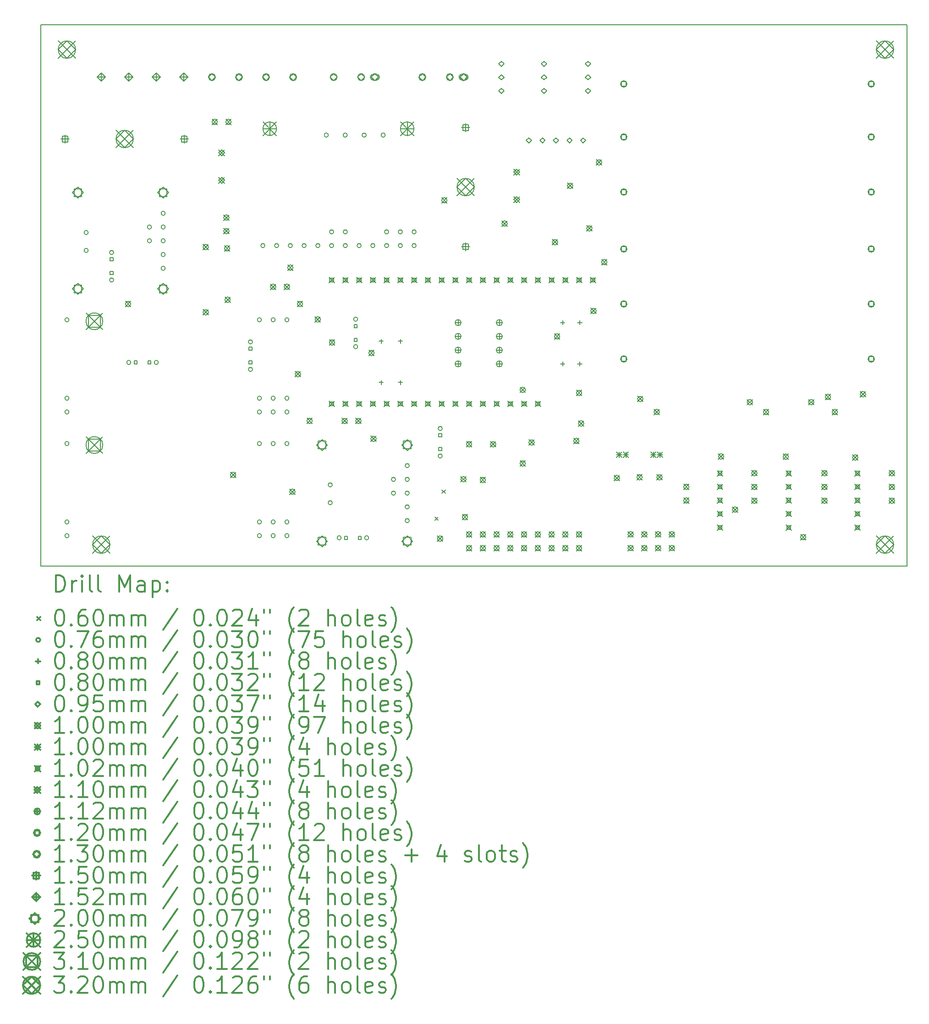
<source format=gbr>
%FSLAX45Y45*%
G04 Gerber Fmt 4.5, Leading zero omitted, Abs format (unit mm)*
G04 Created by KiCad (PCBNEW (5.1.0-163-gb6a0bf114)) date 2019-04-07 22:36:57*
%MOMM*%
%LPD*%
G04 APERTURE LIST*
%ADD10C,0.150000*%
%ADD11C,0.200000*%
%ADD12C,0.300000*%
G04 APERTURE END LIST*
D10*
X6500000Y-15000000D02*
X6500000Y-5000000D01*
X22500000Y-15000000D02*
X6500000Y-15000000D01*
X22500000Y-5000000D02*
X22500000Y-15000000D01*
X6500000Y-5000000D02*
X22500000Y-5000000D01*
D11*
X13784600Y-14097100D02*
X13844600Y-14157100D01*
X13844600Y-14097100D02*
X13784600Y-14157100D01*
X13914600Y-13597100D02*
X13974600Y-13657100D01*
X13974600Y-13597100D02*
X13914600Y-13657100D01*
X7378700Y-8839200D02*
G75*
G03X7378700Y-8839200I-38100J0D01*
G01*
X7378700Y-9169400D02*
G75*
G03X7378700Y-9169400I-38100J0D01*
G01*
X8547100Y-8737600D02*
G75*
G03X8547100Y-8737600I-38100J0D01*
G01*
X8547100Y-8991600D02*
G75*
G03X8547100Y-8991600I-38100J0D01*
G01*
X8801100Y-8483600D02*
G75*
G03X8801100Y-8483600I-38100J0D01*
G01*
X8801100Y-8737600D02*
G75*
G03X8801100Y-8737600I-38100J0D01*
G01*
X8801100Y-8991600D02*
G75*
G03X8801100Y-8991600I-38100J0D01*
G01*
X8801100Y-9245600D02*
G75*
G03X8801100Y-9245600I-38100J0D01*
G01*
X8801100Y-9499600D02*
G75*
G03X8801100Y-9499600I-38100J0D01*
G01*
X12357100Y-10439400D02*
G75*
G03X12357100Y-10439400I-38100J0D01*
G01*
X12357100Y-10947400D02*
G75*
G03X12357100Y-10947400I-38100J0D01*
G01*
X13919200Y-12458700D02*
G75*
G03X13919200Y-12458700I-38100J0D01*
G01*
X13919200Y-12966700D02*
G75*
G03X13919200Y-12966700I-38100J0D01*
G01*
X11887200Y-13500100D02*
G75*
G03X11887200Y-13500100I-38100J0D01*
G01*
X11887200Y-13830300D02*
G75*
G03X11887200Y-13830300I-38100J0D01*
G01*
X13055600Y-13398500D02*
G75*
G03X13055600Y-13398500I-38100J0D01*
G01*
X13055600Y-13652500D02*
G75*
G03X13055600Y-13652500I-38100J0D01*
G01*
X13309600Y-13144500D02*
G75*
G03X13309600Y-13144500I-38100J0D01*
G01*
X13309600Y-13398500D02*
G75*
G03X13309600Y-13398500I-38100J0D01*
G01*
X13309600Y-13652500D02*
G75*
G03X13309600Y-13652500I-38100J0D01*
G01*
X13309600Y-13906500D02*
G75*
G03X13309600Y-13906500I-38100J0D01*
G01*
X13309600Y-14160500D02*
G75*
G03X13309600Y-14160500I-38100J0D01*
G01*
X8166100Y-11239500D02*
G75*
G03X8166100Y-11239500I-38100J0D01*
G01*
X8674100Y-11239500D02*
G75*
G03X8674100Y-11239500I-38100J0D01*
G01*
X10414000Y-10858500D02*
G75*
G03X10414000Y-10858500I-38100J0D01*
G01*
X10414000Y-11366500D02*
G75*
G03X10414000Y-11366500I-38100J0D01*
G01*
X7023100Y-10452100D02*
G75*
G03X7023100Y-10452100I-38100J0D01*
G01*
X7023100Y-11899900D02*
G75*
G03X7023100Y-11899900I-38100J0D01*
G01*
X7023100Y-12153900D02*
G75*
G03X7023100Y-12153900I-38100J0D01*
G01*
X10579100Y-10452100D02*
G75*
G03X10579100Y-10452100I-38100J0D01*
G01*
X10579100Y-11899900D02*
G75*
G03X10579100Y-11899900I-38100J0D01*
G01*
X10579100Y-12153900D02*
G75*
G03X10579100Y-12153900I-38100J0D01*
G01*
X10833100Y-10452100D02*
G75*
G03X10833100Y-10452100I-38100J0D01*
G01*
X10833100Y-11899900D02*
G75*
G03X10833100Y-11899900I-38100J0D01*
G01*
X10833100Y-12153900D02*
G75*
G03X10833100Y-12153900I-38100J0D01*
G01*
X11087100Y-10452100D02*
G75*
G03X11087100Y-10452100I-38100J0D01*
G01*
X11087100Y-11899900D02*
G75*
G03X11087100Y-11899900I-38100J0D01*
G01*
X11087100Y-12153900D02*
G75*
G03X11087100Y-12153900I-38100J0D01*
G01*
X10642600Y-9080500D02*
G75*
G03X10642600Y-9080500I-38100J0D01*
G01*
X10896600Y-9080500D02*
G75*
G03X10896600Y-9080500I-38100J0D01*
G01*
X11150600Y-9080500D02*
G75*
G03X11150600Y-9080500I-38100J0D01*
G01*
X11404600Y-9080500D02*
G75*
G03X11404600Y-9080500I-38100J0D01*
G01*
X11658600Y-9080500D02*
G75*
G03X11658600Y-9080500I-38100J0D01*
G01*
X11814600Y-7039500D02*
G75*
G03X11814600Y-7039500I-38100J0D01*
G01*
X11912600Y-8826500D02*
G75*
G03X11912600Y-8826500I-38100J0D01*
G01*
X11912600Y-9080500D02*
G75*
G03X11912600Y-9080500I-38100J0D01*
G01*
X12164600Y-7039500D02*
G75*
G03X12164600Y-7039500I-38100J0D01*
G01*
X12166600Y-8826500D02*
G75*
G03X12166600Y-8826500I-38100J0D01*
G01*
X12166600Y-9080500D02*
G75*
G03X12166600Y-9080500I-38100J0D01*
G01*
X12420600Y-9080500D02*
G75*
G03X12420600Y-9080500I-38100J0D01*
G01*
X12514600Y-7039500D02*
G75*
G03X12514600Y-7039500I-38100J0D01*
G01*
X12674600Y-9080500D02*
G75*
G03X12674600Y-9080500I-38100J0D01*
G01*
X12864600Y-7039500D02*
G75*
G03X12864600Y-7039500I-38100J0D01*
G01*
X12928600Y-8826500D02*
G75*
G03X12928600Y-8826500I-38100J0D01*
G01*
X12928600Y-9080500D02*
G75*
G03X12928600Y-9080500I-38100J0D01*
G01*
X13182600Y-8826500D02*
G75*
G03X13182600Y-8826500I-38100J0D01*
G01*
X13182600Y-9080500D02*
G75*
G03X13182600Y-9080500I-38100J0D01*
G01*
X13436600Y-8826500D02*
G75*
G03X13436600Y-8826500I-38100J0D01*
G01*
X13436600Y-9080500D02*
G75*
G03X13436600Y-9080500I-38100J0D01*
G01*
X12052300Y-14478000D02*
G75*
G03X12052300Y-14478000I-38100J0D01*
G01*
X12560300Y-14478000D02*
G75*
G03X12560300Y-14478000I-38100J0D01*
G01*
X7023100Y-12738100D02*
G75*
G03X7023100Y-12738100I-38100J0D01*
G01*
X7023100Y-14185900D02*
G75*
G03X7023100Y-14185900I-38100J0D01*
G01*
X7023100Y-14439900D02*
G75*
G03X7023100Y-14439900I-38100J0D01*
G01*
X10579100Y-12738100D02*
G75*
G03X10579100Y-12738100I-38100J0D01*
G01*
X10579100Y-14185900D02*
G75*
G03X10579100Y-14185900I-38100J0D01*
G01*
X10579100Y-14439900D02*
G75*
G03X10579100Y-14439900I-38100J0D01*
G01*
X10833100Y-12738100D02*
G75*
G03X10833100Y-12738100I-38100J0D01*
G01*
X10833100Y-14185900D02*
G75*
G03X10833100Y-14185900I-38100J0D01*
G01*
X10833100Y-14439900D02*
G75*
G03X10833100Y-14439900I-38100J0D01*
G01*
X11087100Y-12738100D02*
G75*
G03X11087100Y-12738100I-38100J0D01*
G01*
X11087100Y-14185900D02*
G75*
G03X11087100Y-14185900I-38100J0D01*
G01*
X11087100Y-14439900D02*
G75*
G03X11087100Y-14439900I-38100J0D01*
G01*
X7848600Y-9207500D02*
G75*
G03X7848600Y-9207500I-38100J0D01*
G01*
X7848600Y-9715500D02*
G75*
G03X7848600Y-9715500I-38100J0D01*
G01*
X16141700Y-10462900D02*
X16141700Y-10542900D01*
X16101700Y-10502900D02*
X16181700Y-10502900D01*
X16141700Y-11224900D02*
X16141700Y-11304900D01*
X16101700Y-11264900D02*
X16181700Y-11264900D01*
X13144500Y-10805800D02*
X13144500Y-10885800D01*
X13104500Y-10845800D02*
X13184500Y-10845800D01*
X13144500Y-11567800D02*
X13144500Y-11647800D01*
X13104500Y-11607800D02*
X13184500Y-11607800D01*
X16459200Y-10462900D02*
X16459200Y-10542900D01*
X16419200Y-10502900D02*
X16499200Y-10502900D01*
X16459200Y-11224900D02*
X16459200Y-11304900D01*
X16419200Y-11264900D02*
X16499200Y-11264900D01*
X12788900Y-10805800D02*
X12788900Y-10885800D01*
X12748900Y-10845800D02*
X12828900Y-10845800D01*
X12788900Y-11567800D02*
X12788900Y-11647800D01*
X12748900Y-11607800D02*
X12828900Y-11607800D01*
X12169488Y-14506288D02*
X12169488Y-14449712D01*
X12112912Y-14449712D01*
X12112912Y-14506288D01*
X12169488Y-14506288D01*
X12423488Y-14506288D02*
X12423488Y-14449712D01*
X12366912Y-14449712D01*
X12366912Y-14506288D01*
X12423488Y-14506288D01*
X7838788Y-9362788D02*
X7838788Y-9306212D01*
X7782212Y-9306212D01*
X7782212Y-9362788D01*
X7838788Y-9362788D01*
X7838788Y-9616788D02*
X7838788Y-9560212D01*
X7782212Y-9560212D01*
X7782212Y-9616788D01*
X7838788Y-9616788D01*
X12347288Y-10594688D02*
X12347288Y-10538112D01*
X12290712Y-10538112D01*
X12290712Y-10594688D01*
X12347288Y-10594688D01*
X12347288Y-10848688D02*
X12347288Y-10792112D01*
X12290712Y-10792112D01*
X12290712Y-10848688D01*
X12347288Y-10848688D01*
X13909388Y-12613988D02*
X13909388Y-12557412D01*
X13852812Y-12557412D01*
X13852812Y-12613988D01*
X13909388Y-12613988D01*
X13909388Y-12867988D02*
X13909388Y-12811412D01*
X13852812Y-12811412D01*
X13852812Y-12867988D01*
X13909388Y-12867988D01*
X8283288Y-11267788D02*
X8283288Y-11211212D01*
X8226712Y-11211212D01*
X8226712Y-11267788D01*
X8283288Y-11267788D01*
X8537288Y-11267788D02*
X8537288Y-11211212D01*
X8480712Y-11211212D01*
X8480712Y-11267788D01*
X8537288Y-11267788D01*
X10404188Y-11013788D02*
X10404188Y-10957212D01*
X10347612Y-10957212D01*
X10347612Y-11013788D01*
X10404188Y-11013788D01*
X10404188Y-11267788D02*
X10404188Y-11211212D01*
X10347612Y-11211212D01*
X10347612Y-11267788D01*
X10404188Y-11267788D01*
X15519400Y-7184900D02*
X15566900Y-7137400D01*
X15519400Y-7089900D01*
X15471900Y-7137400D01*
X15519400Y-7184900D01*
X15769400Y-7184900D02*
X15816900Y-7137400D01*
X15769400Y-7089900D01*
X15721900Y-7137400D01*
X15769400Y-7184900D01*
X16019400Y-7184900D02*
X16066900Y-7137400D01*
X16019400Y-7089900D01*
X15971900Y-7137400D01*
X16019400Y-7184900D01*
X16269400Y-7184900D02*
X16316900Y-7137400D01*
X16269400Y-7089900D01*
X16221900Y-7137400D01*
X16269400Y-7184900D01*
X16519400Y-7184900D02*
X16566900Y-7137400D01*
X16519400Y-7089900D01*
X16471900Y-7137400D01*
X16519400Y-7184900D01*
X15011400Y-5770500D02*
X15058900Y-5723000D01*
X15011400Y-5675500D01*
X14963900Y-5723000D01*
X15011400Y-5770500D01*
X15011400Y-6020500D02*
X15058900Y-5973000D01*
X15011400Y-5925500D01*
X14963900Y-5973000D01*
X15011400Y-6020500D01*
X15011400Y-6270500D02*
X15058900Y-6223000D01*
X15011400Y-6175500D01*
X14963900Y-6223000D01*
X15011400Y-6270500D01*
X15798800Y-5770500D02*
X15846300Y-5723000D01*
X15798800Y-5675500D01*
X15751300Y-5723000D01*
X15798800Y-5770500D01*
X15798800Y-6020500D02*
X15846300Y-5973000D01*
X15798800Y-5925500D01*
X15751300Y-5973000D01*
X15798800Y-6020500D01*
X15798800Y-6270500D02*
X15846300Y-6223000D01*
X15798800Y-6175500D01*
X15751300Y-6223000D01*
X15798800Y-6270500D01*
X16611600Y-5770500D02*
X16659100Y-5723000D01*
X16611600Y-5675500D01*
X16564100Y-5723000D01*
X16611600Y-5770500D01*
X16611600Y-6020500D02*
X16659100Y-5973000D01*
X16611600Y-5925500D01*
X16564100Y-5973000D01*
X16611600Y-6020500D01*
X16611600Y-6270500D02*
X16659100Y-6223000D01*
X16611600Y-6175500D01*
X16564100Y-6223000D01*
X16611600Y-6270500D01*
X8065300Y-10110000D02*
X8165300Y-10210000D01*
X8165300Y-10110000D02*
X8065300Y-10210000D01*
X8165300Y-10160000D02*
G75*
G03X8165300Y-10160000I-50000J0D01*
G01*
X9499325Y-9057436D02*
X9599325Y-9157436D01*
X9599325Y-9057436D02*
X9499325Y-9157436D01*
X9599325Y-9107436D02*
G75*
G03X9599325Y-9107436I-50000J0D01*
G01*
X9500400Y-10262400D02*
X9600400Y-10362400D01*
X9600400Y-10262400D02*
X9500400Y-10362400D01*
X9600400Y-10312400D02*
G75*
G03X9600400Y-10312400I-50000J0D01*
G01*
X9894100Y-9081300D02*
X9994100Y-9181300D01*
X9994100Y-9081300D02*
X9894100Y-9181300D01*
X9994100Y-9131300D02*
G75*
G03X9994100Y-9131300I-50000J0D01*
G01*
X9903524Y-10031001D02*
X10003524Y-10131001D01*
X10003524Y-10031001D02*
X9903524Y-10131001D01*
X10003524Y-10081001D02*
G75*
G03X10003524Y-10081001I-50000J0D01*
G01*
X10005497Y-13265967D02*
X10105497Y-13365967D01*
X10105497Y-13265967D02*
X10005497Y-13365967D01*
X10105497Y-13315967D02*
G75*
G03X10105497Y-13315967I-50000J0D01*
G01*
X11062500Y-9436900D02*
X11162500Y-9536900D01*
X11162500Y-9436900D02*
X11062500Y-9536900D01*
X11162500Y-9486900D02*
G75*
G03X11162500Y-9486900I-50000J0D01*
G01*
X11100600Y-13577100D02*
X11200600Y-13677100D01*
X11200600Y-13577100D02*
X11100600Y-13677100D01*
X11200600Y-13627100D02*
G75*
G03X11200600Y-13627100I-50000J0D01*
G01*
X11202200Y-11405400D02*
X11302200Y-11505400D01*
X11302200Y-11405400D02*
X11202200Y-11505400D01*
X11302200Y-11455400D02*
G75*
G03X11302200Y-11455400I-50000J0D01*
G01*
X11240300Y-10109999D02*
X11340300Y-10209999D01*
X11340300Y-10109999D02*
X11240300Y-10209999D01*
X11340300Y-10159999D02*
G75*
G03X11340300Y-10159999I-50000J0D01*
G01*
X11569465Y-10394999D02*
X11669465Y-10494999D01*
X11669465Y-10394999D02*
X11569465Y-10494999D01*
X11669465Y-10444999D02*
G75*
G03X11669465Y-10444999I-50000J0D01*
G01*
X11833366Y-10821200D02*
X11933366Y-10921200D01*
X11933366Y-10821200D02*
X11833366Y-10921200D01*
X11933366Y-10871200D02*
G75*
G03X11933366Y-10871200I-50000J0D01*
G01*
X12561100Y-11014499D02*
X12661100Y-11114499D01*
X12661100Y-11014499D02*
X12561100Y-11114499D01*
X12661100Y-11064499D02*
G75*
G03X12661100Y-11064499I-50000J0D01*
G01*
X12599200Y-12599200D02*
X12699200Y-12699200D01*
X12699200Y-12599200D02*
X12599200Y-12699200D01*
X12699200Y-12649200D02*
G75*
G03X12699200Y-12649200I-50000J0D01*
G01*
X13829037Y-14443499D02*
X13929037Y-14543499D01*
X13929037Y-14443499D02*
X13829037Y-14543499D01*
X13929037Y-14493499D02*
G75*
G03X13929037Y-14493499I-50000J0D01*
G01*
X13907300Y-8192300D02*
X14007300Y-8292300D01*
X14007300Y-8192300D02*
X13907300Y-8292300D01*
X14007300Y-8242300D02*
G75*
G03X14007300Y-8242300I-50000J0D01*
G01*
X14261425Y-13347025D02*
X14361425Y-13447025D01*
X14361425Y-13347025D02*
X14261425Y-13447025D01*
X14361425Y-13397025D02*
G75*
G03X14361425Y-13397025I-50000J0D01*
G01*
X14288300Y-14047000D02*
X14388300Y-14147000D01*
X14388300Y-14047000D02*
X14288300Y-14147000D01*
X14388300Y-14097000D02*
G75*
G03X14388300Y-14097000I-50000J0D01*
G01*
X14364500Y-12699637D02*
X14464500Y-12799637D01*
X14464500Y-12699637D02*
X14364500Y-12799637D01*
X14464500Y-12749637D02*
G75*
G03X14464500Y-12749637I-50000J0D01*
G01*
X14618500Y-13361200D02*
X14718500Y-13461200D01*
X14718500Y-13361200D02*
X14618500Y-13461200D01*
X14718500Y-13411200D02*
G75*
G03X14718500Y-13411200I-50000J0D01*
G01*
X14809000Y-12700800D02*
X14909000Y-12800800D01*
X14909000Y-12700800D02*
X14809000Y-12800800D01*
X14909000Y-12750800D02*
G75*
G03X14909000Y-12750800I-50000J0D01*
G01*
X15020706Y-8623056D02*
X15120706Y-8723056D01*
X15120706Y-8623056D02*
X15020706Y-8723056D01*
X15120706Y-8673056D02*
G75*
G03X15120706Y-8673056I-50000J0D01*
G01*
X15355100Y-11695550D02*
X15455100Y-11795550D01*
X15455100Y-11695550D02*
X15355100Y-11795550D01*
X15455100Y-11745550D02*
G75*
G03X15455100Y-11745550I-50000J0D01*
G01*
X15355100Y-13056400D02*
X15455100Y-13156400D01*
X15455100Y-13056400D02*
X15355100Y-13156400D01*
X15455100Y-13106400D02*
G75*
G03X15455100Y-13106400I-50000J0D01*
G01*
X15518910Y-12667412D02*
X15618910Y-12767412D01*
X15618910Y-12667412D02*
X15518910Y-12767412D01*
X15618910Y-12717412D02*
G75*
G03X15618910Y-12717412I-50000J0D01*
G01*
X15952000Y-8967000D02*
X16052000Y-9067000D01*
X16052000Y-8967000D02*
X15952000Y-9067000D01*
X16052000Y-9017000D02*
G75*
G03X16052000Y-9017000I-50000J0D01*
G01*
X15990100Y-10706900D02*
X16090100Y-10806900D01*
X16090100Y-10706900D02*
X15990100Y-10806900D01*
X16090100Y-10756900D02*
G75*
G03X16090100Y-10756900I-50000J0D01*
G01*
X16231400Y-7925600D02*
X16331400Y-8025600D01*
X16331400Y-7925600D02*
X16231400Y-8025600D01*
X16331400Y-7975600D02*
G75*
G03X16331400Y-7975600I-50000J0D01*
G01*
X16345700Y-12637300D02*
X16445700Y-12737300D01*
X16445700Y-12637300D02*
X16345700Y-12737300D01*
X16445700Y-12687300D02*
G75*
G03X16445700Y-12687300I-50000J0D01*
G01*
X16396500Y-11752999D02*
X16496500Y-11852999D01*
X16496500Y-11752999D02*
X16396500Y-11852999D01*
X16496500Y-11802999D02*
G75*
G03X16496500Y-11802999I-50000J0D01*
G01*
X16434248Y-12315772D02*
X16534248Y-12415772D01*
X16534248Y-12315772D02*
X16434248Y-12415772D01*
X16534248Y-12365772D02*
G75*
G03X16534248Y-12365772I-50000J0D01*
G01*
X16586999Y-8712999D02*
X16686999Y-8812999D01*
X16686999Y-8712999D02*
X16586999Y-8812999D01*
X16686999Y-8762999D02*
G75*
G03X16686999Y-8762999I-50000J0D01*
G01*
X16663200Y-10237000D02*
X16763200Y-10337000D01*
X16763200Y-10237000D02*
X16663200Y-10337000D01*
X16763200Y-10287000D02*
G75*
G03X16763200Y-10287000I-50000J0D01*
G01*
X16764800Y-7493800D02*
X16864800Y-7593800D01*
X16864800Y-7493800D02*
X16764800Y-7593800D01*
X16864800Y-7543800D02*
G75*
G03X16864800Y-7543800I-50000J0D01*
G01*
X16861687Y-9335300D02*
X16961687Y-9435300D01*
X16961687Y-9335300D02*
X16861687Y-9435300D01*
X16961687Y-9385300D02*
G75*
G03X16961687Y-9385300I-50000J0D01*
G01*
X17095000Y-13323100D02*
X17195000Y-13423100D01*
X17195000Y-13323100D02*
X17095000Y-13423100D01*
X17195000Y-13373100D02*
G75*
G03X17195000Y-13373100I-50000J0D01*
G01*
X17514100Y-13310400D02*
X17614100Y-13410400D01*
X17614100Y-13310400D02*
X17514100Y-13410400D01*
X17614100Y-13360400D02*
G75*
G03X17614100Y-13360400I-50000J0D01*
G01*
X17526800Y-11862600D02*
X17626800Y-11962600D01*
X17626800Y-11862600D02*
X17526800Y-11962600D01*
X17626800Y-11912600D02*
G75*
G03X17626800Y-11912600I-50000J0D01*
G01*
X17831600Y-12103900D02*
X17931600Y-12203900D01*
X17931600Y-12103900D02*
X17831600Y-12203900D01*
X17931600Y-12153900D02*
G75*
G03X17931600Y-12153900I-50000J0D01*
G01*
X17882400Y-13310400D02*
X17982400Y-13410400D01*
X17982400Y-13310400D02*
X17882400Y-13410400D01*
X17982400Y-13360400D02*
G75*
G03X17982400Y-13360400I-50000J0D01*
G01*
X19020084Y-12926745D02*
X19120084Y-13026745D01*
X19120084Y-12926745D02*
X19020084Y-13026745D01*
X19120084Y-12976745D02*
G75*
G03X19120084Y-12976745I-50000J0D01*
G01*
X19279400Y-13907300D02*
X19379400Y-14007300D01*
X19379400Y-13907300D02*
X19279400Y-14007300D01*
X19379400Y-13957300D02*
G75*
G03X19379400Y-13957300I-50000J0D01*
G01*
X19551296Y-11923301D02*
X19651296Y-12023301D01*
X19651296Y-11923301D02*
X19551296Y-12023301D01*
X19651296Y-11973301D02*
G75*
G03X19651296Y-11973301I-50000J0D01*
G01*
X19850900Y-12103900D02*
X19950900Y-12203900D01*
X19950900Y-12103900D02*
X19850900Y-12203900D01*
X19950900Y-12153900D02*
G75*
G03X19950900Y-12153900I-50000J0D01*
G01*
X20214501Y-12930340D02*
X20314501Y-13030340D01*
X20314501Y-12930340D02*
X20214501Y-13030340D01*
X20314501Y-12980340D02*
G75*
G03X20314501Y-12980340I-50000J0D01*
G01*
X20537000Y-14415600D02*
X20637000Y-14515600D01*
X20637000Y-14415600D02*
X20537000Y-14515600D01*
X20637000Y-14465600D02*
G75*
G03X20637000Y-14465600I-50000J0D01*
G01*
X20684639Y-11923301D02*
X20784639Y-12023301D01*
X20784639Y-11923301D02*
X20684639Y-12023301D01*
X20784639Y-11973301D02*
G75*
G03X20784639Y-11973301I-50000J0D01*
G01*
X20993900Y-11824500D02*
X21093900Y-11924500D01*
X21093900Y-11824500D02*
X20993900Y-11924500D01*
X21093900Y-11874500D02*
G75*
G03X21093900Y-11874500I-50000J0D01*
G01*
X21120900Y-12103900D02*
X21220900Y-12203900D01*
X21220900Y-12103900D02*
X21120900Y-12203900D01*
X21220900Y-12153900D02*
G75*
G03X21220900Y-12153900I-50000J0D01*
G01*
X21498726Y-12945223D02*
X21598726Y-13045223D01*
X21598726Y-12945223D02*
X21498726Y-13045223D01*
X21598726Y-12995223D02*
G75*
G03X21598726Y-12995223I-50000J0D01*
G01*
X21640544Y-11774756D02*
X21740544Y-11874756D01*
X21740544Y-11774756D02*
X21640544Y-11874756D01*
X21740544Y-11824756D02*
G75*
G03X21740544Y-11824756I-50000J0D01*
G01*
X17349000Y-14618500D02*
X17449000Y-14718500D01*
X17449000Y-14618500D02*
X17349000Y-14718500D01*
X17449000Y-14668500D02*
G75*
G03X17449000Y-14668500I-50000J0D01*
G01*
X17603000Y-14618500D02*
X17703000Y-14718500D01*
X17703000Y-14618500D02*
X17603000Y-14718500D01*
X17703000Y-14668500D02*
G75*
G03X17703000Y-14668500I-50000J0D01*
G01*
X17857000Y-14618500D02*
X17957000Y-14718500D01*
X17957000Y-14618500D02*
X17857000Y-14718500D01*
X17957000Y-14668500D02*
G75*
G03X17957000Y-14668500I-50000J0D01*
G01*
X18111000Y-14618500D02*
X18211000Y-14718500D01*
X18211000Y-14618500D02*
X18111000Y-14718500D01*
X18211000Y-14668500D02*
G75*
G03X18211000Y-14668500I-50000J0D01*
G01*
X18377700Y-13488200D02*
X18477700Y-13588200D01*
X18477700Y-13488200D02*
X18377700Y-13588200D01*
X18477700Y-13538200D02*
G75*
G03X18477700Y-13538200I-50000J0D01*
G01*
X18377700Y-13738200D02*
X18477700Y-13838200D01*
X18477700Y-13738200D02*
X18377700Y-13838200D01*
X18477700Y-13788200D02*
G75*
G03X18477700Y-13788200I-50000J0D01*
G01*
X14364500Y-14618500D02*
X14464500Y-14718500D01*
X14464500Y-14618500D02*
X14364500Y-14718500D01*
X14464500Y-14668500D02*
G75*
G03X14464500Y-14668500I-50000J0D01*
G01*
X14618500Y-14618500D02*
X14718500Y-14718500D01*
X14718500Y-14618500D02*
X14618500Y-14718500D01*
X14718500Y-14668500D02*
G75*
G03X14718500Y-14668500I-50000J0D01*
G01*
X14872500Y-14618500D02*
X14972500Y-14718500D01*
X14972500Y-14618500D02*
X14872500Y-14718500D01*
X14972500Y-14668500D02*
G75*
G03X14972500Y-14668500I-50000J0D01*
G01*
X15126500Y-14618500D02*
X15226500Y-14718500D01*
X15226500Y-14618500D02*
X15126500Y-14718500D01*
X15226500Y-14668500D02*
G75*
G03X15226500Y-14668500I-50000J0D01*
G01*
X15380500Y-14618500D02*
X15480500Y-14718500D01*
X15480500Y-14618500D02*
X15380500Y-14718500D01*
X15480500Y-14668500D02*
G75*
G03X15480500Y-14668500I-50000J0D01*
G01*
X15634500Y-14618500D02*
X15734500Y-14718500D01*
X15734500Y-14618500D02*
X15634500Y-14718500D01*
X15734500Y-14668500D02*
G75*
G03X15734500Y-14668500I-50000J0D01*
G01*
X15888500Y-14618500D02*
X15988500Y-14718500D01*
X15988500Y-14618500D02*
X15888500Y-14718500D01*
X15988500Y-14668500D02*
G75*
G03X15988500Y-14668500I-50000J0D01*
G01*
X16142500Y-14618500D02*
X16242500Y-14718500D01*
X16242500Y-14618500D02*
X16142500Y-14718500D01*
X16242500Y-14668500D02*
G75*
G03X16242500Y-14668500I-50000J0D01*
G01*
X16396500Y-14618500D02*
X16496500Y-14718500D01*
X16496500Y-14618500D02*
X16396500Y-14718500D01*
X16496500Y-14668500D02*
G75*
G03X16496500Y-14668500I-50000J0D01*
G01*
X14364500Y-14364500D02*
X14464500Y-14464500D01*
X14464500Y-14364500D02*
X14364500Y-14464500D01*
X14464500Y-14414500D02*
G75*
G03X14464500Y-14414500I-50000J0D01*
G01*
X14618500Y-14364500D02*
X14718500Y-14464500D01*
X14718500Y-14364500D02*
X14618500Y-14464500D01*
X14718500Y-14414500D02*
G75*
G03X14718500Y-14414500I-50000J0D01*
G01*
X14872500Y-14364500D02*
X14972500Y-14464500D01*
X14972500Y-14364500D02*
X14872500Y-14464500D01*
X14972500Y-14414500D02*
G75*
G03X14972500Y-14414500I-50000J0D01*
G01*
X15126500Y-14364500D02*
X15226500Y-14464500D01*
X15226500Y-14364500D02*
X15126500Y-14464500D01*
X15226500Y-14414500D02*
G75*
G03X15226500Y-14414500I-50000J0D01*
G01*
X15380500Y-14364500D02*
X15480500Y-14464500D01*
X15480500Y-14364500D02*
X15380500Y-14464500D01*
X15480500Y-14414500D02*
G75*
G03X15480500Y-14414500I-50000J0D01*
G01*
X15634500Y-14364500D02*
X15734500Y-14464500D01*
X15734500Y-14364500D02*
X15634500Y-14464500D01*
X15734500Y-14414500D02*
G75*
G03X15734500Y-14414500I-50000J0D01*
G01*
X15888500Y-14364500D02*
X15988500Y-14464500D01*
X15988500Y-14364500D02*
X15888500Y-14464500D01*
X15988500Y-14414500D02*
G75*
G03X15988500Y-14414500I-50000J0D01*
G01*
X16142500Y-14364500D02*
X16242500Y-14464500D01*
X16242500Y-14364500D02*
X16142500Y-14464500D01*
X16242500Y-14414500D02*
G75*
G03X16242500Y-14414500I-50000J0D01*
G01*
X16396500Y-14364500D02*
X16496500Y-14464500D01*
X16496500Y-14364500D02*
X16396500Y-14464500D01*
X16496500Y-14414500D02*
G75*
G03X16496500Y-14414500I-50000J0D01*
G01*
X19635000Y-13234200D02*
X19735000Y-13334200D01*
X19735000Y-13234200D02*
X19635000Y-13334200D01*
X19735000Y-13284200D02*
G75*
G03X19735000Y-13284200I-50000J0D01*
G01*
X19635000Y-13488200D02*
X19735000Y-13588200D01*
X19735000Y-13488200D02*
X19635000Y-13588200D01*
X19735000Y-13538200D02*
G75*
G03X19735000Y-13538200I-50000J0D01*
G01*
X19635000Y-13742200D02*
X19735000Y-13842200D01*
X19735000Y-13742200D02*
X19635000Y-13842200D01*
X19735000Y-13792200D02*
G75*
G03X19735000Y-13792200I-50000J0D01*
G01*
X22175000Y-13234200D02*
X22275000Y-13334200D01*
X22275000Y-13234200D02*
X22175000Y-13334200D01*
X22275000Y-13284200D02*
G75*
G03X22275000Y-13284200I-50000J0D01*
G01*
X22175000Y-13488200D02*
X22275000Y-13588200D01*
X22275000Y-13488200D02*
X22175000Y-13588200D01*
X22275000Y-13538200D02*
G75*
G03X22275000Y-13538200I-50000J0D01*
G01*
X22175000Y-13742200D02*
X22275000Y-13842200D01*
X22275000Y-13742200D02*
X22175000Y-13842200D01*
X22275000Y-13792200D02*
G75*
G03X22275000Y-13792200I-50000J0D01*
G01*
X12065800Y-12269000D02*
X12165800Y-12369000D01*
X12165800Y-12269000D02*
X12065800Y-12369000D01*
X12165800Y-12319000D02*
G75*
G03X12165800Y-12319000I-50000J0D01*
G01*
X12319800Y-12269000D02*
X12419800Y-12369000D01*
X12419800Y-12269000D02*
X12319800Y-12369000D01*
X12419800Y-12319000D02*
G75*
G03X12419800Y-12319000I-50000J0D01*
G01*
X17349000Y-14364500D02*
X17449000Y-14464500D01*
X17449000Y-14364500D02*
X17349000Y-14464500D01*
X17449000Y-14414500D02*
G75*
G03X17449000Y-14414500I-50000J0D01*
G01*
X17603000Y-14364500D02*
X17703000Y-14464500D01*
X17703000Y-14364500D02*
X17603000Y-14464500D01*
X17703000Y-14414500D02*
G75*
G03X17703000Y-14414500I-50000J0D01*
G01*
X17857000Y-14364500D02*
X17957000Y-14464500D01*
X17957000Y-14364500D02*
X17857000Y-14464500D01*
X17957000Y-14414500D02*
G75*
G03X17957000Y-14414500I-50000J0D01*
G01*
X18111000Y-14364500D02*
X18211000Y-14464500D01*
X18211000Y-14364500D02*
X18111000Y-14464500D01*
X18211000Y-14414500D02*
G75*
G03X18211000Y-14414500I-50000J0D01*
G01*
X9881400Y-8513800D02*
X9981400Y-8613800D01*
X9981400Y-8513800D02*
X9881400Y-8613800D01*
X9981400Y-8563800D02*
G75*
G03X9981400Y-8563800I-50000J0D01*
G01*
X9881400Y-8763800D02*
X9981400Y-8863800D01*
X9981400Y-8763800D02*
X9881400Y-8863800D01*
X9981400Y-8813800D02*
G75*
G03X9981400Y-8813800I-50000J0D01*
G01*
X11418100Y-12269000D02*
X11518100Y-12369000D01*
X11518100Y-12269000D02*
X11418100Y-12369000D01*
X11518100Y-12319000D02*
G75*
G03X11518100Y-12319000I-50000J0D01*
G01*
X20930400Y-13234200D02*
X21030400Y-13334200D01*
X21030400Y-13234200D02*
X20930400Y-13334200D01*
X21030400Y-13284200D02*
G75*
G03X21030400Y-13284200I-50000J0D01*
G01*
X20930400Y-13488200D02*
X21030400Y-13588200D01*
X21030400Y-13488200D02*
X20930400Y-13588200D01*
X21030400Y-13538200D02*
G75*
G03X21030400Y-13538200I-50000J0D01*
G01*
X20930400Y-13742200D02*
X21030400Y-13842200D01*
X21030400Y-13742200D02*
X20930400Y-13842200D01*
X21030400Y-13792200D02*
G75*
G03X21030400Y-13792200I-50000J0D01*
G01*
X10745000Y-9792500D02*
X10845000Y-9892500D01*
X10845000Y-9792500D02*
X10745000Y-9892500D01*
X10845000Y-9842500D02*
G75*
G03X10845000Y-9842500I-50000J0D01*
G01*
X10999000Y-9792500D02*
X11099000Y-9892500D01*
X11099000Y-9792500D02*
X10999000Y-9892500D01*
X11099000Y-9842500D02*
G75*
G03X11099000Y-9842500I-50000J0D01*
G01*
X9665500Y-6744500D02*
X9765500Y-6844500D01*
X9765500Y-6744500D02*
X9665500Y-6844500D01*
X9765500Y-6794500D02*
G75*
G03X9765500Y-6794500I-50000J0D01*
G01*
X9919500Y-6744500D02*
X10019500Y-6844500D01*
X10019500Y-6744500D02*
X9919500Y-6844500D01*
X10019500Y-6794500D02*
G75*
G03X10019500Y-6794500I-50000J0D01*
G01*
X17134078Y-12891262D02*
X17234154Y-12991338D01*
X17234154Y-12891262D02*
X17134078Y-12991338D01*
X17184116Y-12891262D02*
X17184116Y-12991338D01*
X17134078Y-12941300D02*
X17234154Y-12941300D01*
X17260062Y-12891262D02*
X17360138Y-12991338D01*
X17360138Y-12891262D02*
X17260062Y-12991338D01*
X17310100Y-12891262D02*
X17310100Y-12991338D01*
X17260062Y-12941300D02*
X17360138Y-12941300D01*
X17768062Y-12891262D02*
X17868138Y-12991338D01*
X17868138Y-12891262D02*
X17768062Y-12991338D01*
X17818100Y-12891262D02*
X17818100Y-12991338D01*
X17768062Y-12941300D02*
X17868138Y-12941300D01*
X17894046Y-12891262D02*
X17994122Y-12991338D01*
X17994122Y-12891262D02*
X17894046Y-12991338D01*
X17944084Y-12891262D02*
X17944084Y-12991338D01*
X17894046Y-12941300D02*
X17994122Y-12941300D01*
X21539200Y-13236700D02*
X21640800Y-13338300D01*
X21640800Y-13236700D02*
X21539200Y-13338300D01*
X21625921Y-13323421D02*
X21625921Y-13251579D01*
X21554079Y-13251579D01*
X21554079Y-13323421D01*
X21625921Y-13323421D01*
X21539200Y-13486700D02*
X21640800Y-13588300D01*
X21640800Y-13486700D02*
X21539200Y-13588300D01*
X21625921Y-13573421D02*
X21625921Y-13501579D01*
X21554079Y-13501579D01*
X21554079Y-13573421D01*
X21625921Y-13573421D01*
X21539200Y-13736700D02*
X21640800Y-13838300D01*
X21640800Y-13736700D02*
X21539200Y-13838300D01*
X21625921Y-13823421D02*
X21625921Y-13751579D01*
X21554079Y-13751579D01*
X21554079Y-13823421D01*
X21625921Y-13823421D01*
X21539200Y-13986700D02*
X21640800Y-14088300D01*
X21640800Y-13986700D02*
X21539200Y-14088300D01*
X21625921Y-14073421D02*
X21625921Y-14001579D01*
X21554079Y-14001579D01*
X21554079Y-14073421D01*
X21625921Y-14073421D01*
X21539200Y-14236700D02*
X21640800Y-14338300D01*
X21640800Y-14236700D02*
X21539200Y-14338300D01*
X21625921Y-14323421D02*
X21625921Y-14251579D01*
X21554079Y-14251579D01*
X21554079Y-14323421D01*
X21625921Y-14323421D01*
X20269200Y-13236700D02*
X20370800Y-13338300D01*
X20370800Y-13236700D02*
X20269200Y-13338300D01*
X20355921Y-13323421D02*
X20355921Y-13251579D01*
X20284079Y-13251579D01*
X20284079Y-13323421D01*
X20355921Y-13323421D01*
X20269200Y-13486700D02*
X20370800Y-13588300D01*
X20370800Y-13486700D02*
X20269200Y-13588300D01*
X20355921Y-13573421D02*
X20355921Y-13501579D01*
X20284079Y-13501579D01*
X20284079Y-13573421D01*
X20355921Y-13573421D01*
X20269200Y-13736700D02*
X20370800Y-13838300D01*
X20370800Y-13736700D02*
X20269200Y-13838300D01*
X20355921Y-13823421D02*
X20355921Y-13751579D01*
X20284079Y-13751579D01*
X20284079Y-13823421D01*
X20355921Y-13823421D01*
X20269200Y-13986700D02*
X20370800Y-14088300D01*
X20370800Y-13986700D02*
X20269200Y-14088300D01*
X20355921Y-14073421D02*
X20355921Y-14001579D01*
X20284079Y-14001579D01*
X20284079Y-14073421D01*
X20355921Y-14073421D01*
X20269200Y-14236700D02*
X20370800Y-14338300D01*
X20370800Y-14236700D02*
X20269200Y-14338300D01*
X20355921Y-14323421D02*
X20355921Y-14251579D01*
X20284079Y-14251579D01*
X20284079Y-14323421D01*
X20355921Y-14323421D01*
X11823700Y-9664700D02*
X11925300Y-9766300D01*
X11925300Y-9664700D02*
X11823700Y-9766300D01*
X11910421Y-9751421D02*
X11910421Y-9679579D01*
X11838579Y-9679579D01*
X11838579Y-9751421D01*
X11910421Y-9751421D01*
X11823700Y-11950700D02*
X11925300Y-12052300D01*
X11925300Y-11950700D02*
X11823700Y-12052300D01*
X11910421Y-12037421D02*
X11910421Y-11965579D01*
X11838579Y-11965579D01*
X11838579Y-12037421D01*
X11910421Y-12037421D01*
X12077700Y-9664700D02*
X12179300Y-9766300D01*
X12179300Y-9664700D02*
X12077700Y-9766300D01*
X12164421Y-9751421D02*
X12164421Y-9679579D01*
X12092579Y-9679579D01*
X12092579Y-9751421D01*
X12164421Y-9751421D01*
X12077700Y-11950700D02*
X12179300Y-12052300D01*
X12179300Y-11950700D02*
X12077700Y-12052300D01*
X12164421Y-12037421D02*
X12164421Y-11965579D01*
X12092579Y-11965579D01*
X12092579Y-12037421D01*
X12164421Y-12037421D01*
X12331700Y-9664700D02*
X12433300Y-9766300D01*
X12433300Y-9664700D02*
X12331700Y-9766300D01*
X12418421Y-9751421D02*
X12418421Y-9679579D01*
X12346579Y-9679579D01*
X12346579Y-9751421D01*
X12418421Y-9751421D01*
X12331700Y-11950700D02*
X12433300Y-12052300D01*
X12433300Y-11950700D02*
X12331700Y-12052300D01*
X12418421Y-12037421D02*
X12418421Y-11965579D01*
X12346579Y-11965579D01*
X12346579Y-12037421D01*
X12418421Y-12037421D01*
X12585700Y-9664700D02*
X12687300Y-9766300D01*
X12687300Y-9664700D02*
X12585700Y-9766300D01*
X12672421Y-9751421D02*
X12672421Y-9679579D01*
X12600579Y-9679579D01*
X12600579Y-9751421D01*
X12672421Y-9751421D01*
X12585700Y-11950700D02*
X12687300Y-12052300D01*
X12687300Y-11950700D02*
X12585700Y-12052300D01*
X12672421Y-12037421D02*
X12672421Y-11965579D01*
X12600579Y-11965579D01*
X12600579Y-12037421D01*
X12672421Y-12037421D01*
X12839700Y-9664700D02*
X12941300Y-9766300D01*
X12941300Y-9664700D02*
X12839700Y-9766300D01*
X12926421Y-9751421D02*
X12926421Y-9679579D01*
X12854579Y-9679579D01*
X12854579Y-9751421D01*
X12926421Y-9751421D01*
X12839700Y-11950700D02*
X12941300Y-12052300D01*
X12941300Y-11950700D02*
X12839700Y-12052300D01*
X12926421Y-12037421D02*
X12926421Y-11965579D01*
X12854579Y-11965579D01*
X12854579Y-12037421D01*
X12926421Y-12037421D01*
X13093700Y-9664700D02*
X13195300Y-9766300D01*
X13195300Y-9664700D02*
X13093700Y-9766300D01*
X13180421Y-9751421D02*
X13180421Y-9679579D01*
X13108579Y-9679579D01*
X13108579Y-9751421D01*
X13180421Y-9751421D01*
X13093700Y-11950700D02*
X13195300Y-12052300D01*
X13195300Y-11950700D02*
X13093700Y-12052300D01*
X13180421Y-12037421D02*
X13180421Y-11965579D01*
X13108579Y-11965579D01*
X13108579Y-12037421D01*
X13180421Y-12037421D01*
X13347700Y-9664700D02*
X13449300Y-9766300D01*
X13449300Y-9664700D02*
X13347700Y-9766300D01*
X13434421Y-9751421D02*
X13434421Y-9679579D01*
X13362579Y-9679579D01*
X13362579Y-9751421D01*
X13434421Y-9751421D01*
X13347700Y-11950700D02*
X13449300Y-12052300D01*
X13449300Y-11950700D02*
X13347700Y-12052300D01*
X13434421Y-12037421D02*
X13434421Y-11965579D01*
X13362579Y-11965579D01*
X13362579Y-12037421D01*
X13434421Y-12037421D01*
X13601700Y-9664700D02*
X13703300Y-9766300D01*
X13703300Y-9664700D02*
X13601700Y-9766300D01*
X13688421Y-9751421D02*
X13688421Y-9679579D01*
X13616579Y-9679579D01*
X13616579Y-9751421D01*
X13688421Y-9751421D01*
X13601700Y-11950700D02*
X13703300Y-12052300D01*
X13703300Y-11950700D02*
X13601700Y-12052300D01*
X13688421Y-12037421D02*
X13688421Y-11965579D01*
X13616579Y-11965579D01*
X13616579Y-12037421D01*
X13688421Y-12037421D01*
X13855700Y-9664700D02*
X13957300Y-9766300D01*
X13957300Y-9664700D02*
X13855700Y-9766300D01*
X13942421Y-9751421D02*
X13942421Y-9679579D01*
X13870579Y-9679579D01*
X13870579Y-9751421D01*
X13942421Y-9751421D01*
X13855700Y-11950700D02*
X13957300Y-12052300D01*
X13957300Y-11950700D02*
X13855700Y-12052300D01*
X13942421Y-12037421D02*
X13942421Y-11965579D01*
X13870579Y-11965579D01*
X13870579Y-12037421D01*
X13942421Y-12037421D01*
X14109700Y-9664700D02*
X14211300Y-9766300D01*
X14211300Y-9664700D02*
X14109700Y-9766300D01*
X14196421Y-9751421D02*
X14196421Y-9679579D01*
X14124579Y-9679579D01*
X14124579Y-9751421D01*
X14196421Y-9751421D01*
X14109700Y-11950700D02*
X14211300Y-12052300D01*
X14211300Y-11950700D02*
X14109700Y-12052300D01*
X14196421Y-12037421D02*
X14196421Y-11965579D01*
X14124579Y-11965579D01*
X14124579Y-12037421D01*
X14196421Y-12037421D01*
X14363700Y-9664700D02*
X14465300Y-9766300D01*
X14465300Y-9664700D02*
X14363700Y-9766300D01*
X14450421Y-9751421D02*
X14450421Y-9679579D01*
X14378579Y-9679579D01*
X14378579Y-9751421D01*
X14450421Y-9751421D01*
X14363700Y-11950700D02*
X14465300Y-12052300D01*
X14465300Y-11950700D02*
X14363700Y-12052300D01*
X14450421Y-12037421D02*
X14450421Y-11965579D01*
X14378579Y-11965579D01*
X14378579Y-12037421D01*
X14450421Y-12037421D01*
X14617700Y-9664700D02*
X14719300Y-9766300D01*
X14719300Y-9664700D02*
X14617700Y-9766300D01*
X14704421Y-9751421D02*
X14704421Y-9679579D01*
X14632579Y-9679579D01*
X14632579Y-9751421D01*
X14704421Y-9751421D01*
X14617700Y-11950700D02*
X14719300Y-12052300D01*
X14719300Y-11950700D02*
X14617700Y-12052300D01*
X14704421Y-12037421D02*
X14704421Y-11965579D01*
X14632579Y-11965579D01*
X14632579Y-12037421D01*
X14704421Y-12037421D01*
X14871700Y-9664700D02*
X14973300Y-9766300D01*
X14973300Y-9664700D02*
X14871700Y-9766300D01*
X14958421Y-9751421D02*
X14958421Y-9679579D01*
X14886579Y-9679579D01*
X14886579Y-9751421D01*
X14958421Y-9751421D01*
X14871700Y-11950700D02*
X14973300Y-12052300D01*
X14973300Y-11950700D02*
X14871700Y-12052300D01*
X14958421Y-12037421D02*
X14958421Y-11965579D01*
X14886579Y-11965579D01*
X14886579Y-12037421D01*
X14958421Y-12037421D01*
X15125700Y-9664700D02*
X15227300Y-9766300D01*
X15227300Y-9664700D02*
X15125700Y-9766300D01*
X15212421Y-9751421D02*
X15212421Y-9679579D01*
X15140579Y-9679579D01*
X15140579Y-9751421D01*
X15212421Y-9751421D01*
X15125700Y-11950700D02*
X15227300Y-12052300D01*
X15227300Y-11950700D02*
X15125700Y-12052300D01*
X15212421Y-12037421D02*
X15212421Y-11965579D01*
X15140579Y-11965579D01*
X15140579Y-12037421D01*
X15212421Y-12037421D01*
X15379700Y-9664700D02*
X15481300Y-9766300D01*
X15481300Y-9664700D02*
X15379700Y-9766300D01*
X15466421Y-9751421D02*
X15466421Y-9679579D01*
X15394579Y-9679579D01*
X15394579Y-9751421D01*
X15466421Y-9751421D01*
X15379700Y-11950700D02*
X15481300Y-12052300D01*
X15481300Y-11950700D02*
X15379700Y-12052300D01*
X15466421Y-12037421D02*
X15466421Y-11965579D01*
X15394579Y-11965579D01*
X15394579Y-12037421D01*
X15466421Y-12037421D01*
X15633700Y-9664700D02*
X15735300Y-9766300D01*
X15735300Y-9664700D02*
X15633700Y-9766300D01*
X15720421Y-9751421D02*
X15720421Y-9679579D01*
X15648579Y-9679579D01*
X15648579Y-9751421D01*
X15720421Y-9751421D01*
X15633700Y-11950700D02*
X15735300Y-12052300D01*
X15735300Y-11950700D02*
X15633700Y-12052300D01*
X15720421Y-12037421D02*
X15720421Y-11965579D01*
X15648579Y-11965579D01*
X15648579Y-12037421D01*
X15720421Y-12037421D01*
X15887700Y-9664700D02*
X15989300Y-9766300D01*
X15989300Y-9664700D02*
X15887700Y-9766300D01*
X15974421Y-9751421D02*
X15974421Y-9679579D01*
X15902579Y-9679579D01*
X15902579Y-9751421D01*
X15974421Y-9751421D01*
X16141700Y-9664700D02*
X16243300Y-9766300D01*
X16243300Y-9664700D02*
X16141700Y-9766300D01*
X16228421Y-9751421D02*
X16228421Y-9679579D01*
X16156579Y-9679579D01*
X16156579Y-9751421D01*
X16228421Y-9751421D01*
X16395700Y-9664700D02*
X16497300Y-9766300D01*
X16497300Y-9664700D02*
X16395700Y-9766300D01*
X16482421Y-9751421D02*
X16482421Y-9679579D01*
X16410579Y-9679579D01*
X16410579Y-9751421D01*
X16482421Y-9751421D01*
X16649700Y-9664700D02*
X16751300Y-9766300D01*
X16751300Y-9664700D02*
X16649700Y-9766300D01*
X16736421Y-9751421D02*
X16736421Y-9679579D01*
X16664579Y-9679579D01*
X16664579Y-9751421D01*
X16736421Y-9751421D01*
X18999200Y-13236700D02*
X19100800Y-13338300D01*
X19100800Y-13236700D02*
X18999200Y-13338300D01*
X19085921Y-13323421D02*
X19085921Y-13251579D01*
X19014079Y-13251579D01*
X19014079Y-13323421D01*
X19085921Y-13323421D01*
X18999200Y-13486700D02*
X19100800Y-13588300D01*
X19100800Y-13486700D02*
X18999200Y-13588300D01*
X19085921Y-13573421D02*
X19085921Y-13501579D01*
X19014079Y-13501579D01*
X19014079Y-13573421D01*
X19085921Y-13573421D01*
X18999200Y-13736700D02*
X19100800Y-13838300D01*
X19100800Y-13736700D02*
X18999200Y-13838300D01*
X19085921Y-13823421D02*
X19085921Y-13751579D01*
X19014079Y-13751579D01*
X19014079Y-13823421D01*
X19085921Y-13823421D01*
X18999200Y-13986700D02*
X19100800Y-14088300D01*
X19100800Y-13986700D02*
X18999200Y-14088300D01*
X19085921Y-14073421D02*
X19085921Y-14001579D01*
X19014079Y-14001579D01*
X19014079Y-14073421D01*
X19085921Y-14073421D01*
X18999200Y-14236700D02*
X19100800Y-14338300D01*
X19100800Y-14236700D02*
X18999200Y-14338300D01*
X19085921Y-14323421D02*
X19085921Y-14251579D01*
X19014079Y-14251579D01*
X19014079Y-14323421D01*
X19085921Y-14323421D01*
X9787500Y-7311000D02*
X9897500Y-7421000D01*
X9897500Y-7311000D02*
X9787500Y-7421000D01*
X9842500Y-7421000D02*
X9897500Y-7366000D01*
X9842500Y-7311000D01*
X9787500Y-7366000D01*
X9842500Y-7421000D01*
X9787500Y-7819000D02*
X9897500Y-7929000D01*
X9897500Y-7819000D02*
X9787500Y-7929000D01*
X9842500Y-7929000D02*
X9897500Y-7874000D01*
X9842500Y-7819000D01*
X9787500Y-7874000D01*
X9842500Y-7929000D01*
X15235800Y-7666600D02*
X15345800Y-7776600D01*
X15345800Y-7666600D02*
X15235800Y-7776600D01*
X15290800Y-7776600D02*
X15345800Y-7721600D01*
X15290800Y-7666600D01*
X15235800Y-7721600D01*
X15290800Y-7776600D01*
X15235800Y-8174600D02*
X15345800Y-8284600D01*
X15345800Y-8174600D02*
X15235800Y-8284600D01*
X15290800Y-8284600D02*
X15345800Y-8229600D01*
X15290800Y-8174600D01*
X15235800Y-8229600D01*
X15290800Y-8284600D01*
X14211300Y-10447020D02*
X14211300Y-10558780D01*
X14155420Y-10502900D02*
X14267180Y-10502900D01*
X14267180Y-10502900D02*
G75*
G03X14267180Y-10502900I-55880J0D01*
G01*
X14211300Y-10701020D02*
X14211300Y-10812780D01*
X14155420Y-10756900D02*
X14267180Y-10756900D01*
X14267180Y-10756900D02*
G75*
G03X14267180Y-10756900I-55880J0D01*
G01*
X14211300Y-10955020D02*
X14211300Y-11066780D01*
X14155420Y-11010900D02*
X14267180Y-11010900D01*
X14267180Y-11010900D02*
G75*
G03X14267180Y-11010900I-55880J0D01*
G01*
X14211300Y-11209020D02*
X14211300Y-11320780D01*
X14155420Y-11264900D02*
X14267180Y-11264900D01*
X14267180Y-11264900D02*
G75*
G03X14267180Y-11264900I-55880J0D01*
G01*
X14973300Y-10447020D02*
X14973300Y-10558780D01*
X14917420Y-10502900D02*
X15029180Y-10502900D01*
X15029180Y-10502900D02*
G75*
G03X15029180Y-10502900I-55880J0D01*
G01*
X14973300Y-10701020D02*
X14973300Y-10812780D01*
X14917420Y-10756900D02*
X15029180Y-10756900D01*
X15029180Y-10756900D02*
G75*
G03X15029180Y-10756900I-55880J0D01*
G01*
X14973300Y-10955020D02*
X14973300Y-11066780D01*
X14917420Y-11010900D02*
X15029180Y-11010900D01*
X15029180Y-11010900D02*
G75*
G03X15029180Y-11010900I-55880J0D01*
G01*
X14973300Y-11209020D02*
X14973300Y-11320780D01*
X14917420Y-11264900D02*
X15029180Y-11264900D01*
X15029180Y-11264900D02*
G75*
G03X15029180Y-11264900I-55880J0D01*
G01*
X17314427Y-6138427D02*
X17314427Y-6053573D01*
X17229573Y-6053573D01*
X17229573Y-6138427D01*
X17314427Y-6138427D01*
X17332000Y-6096000D02*
G75*
G03X17332000Y-6096000I-60000J0D01*
G01*
X21886427Y-6138427D02*
X21886427Y-6053573D01*
X21801573Y-6053573D01*
X21801573Y-6138427D01*
X21886427Y-6138427D01*
X21904000Y-6096000D02*
G75*
G03X21904000Y-6096000I-60000J0D01*
G01*
X17314427Y-10202427D02*
X17314427Y-10117573D01*
X17229573Y-10117573D01*
X17229573Y-10202427D01*
X17314427Y-10202427D01*
X17332000Y-10160000D02*
G75*
G03X17332000Y-10160000I-60000J0D01*
G01*
X21886427Y-10202427D02*
X21886427Y-10117573D01*
X21801573Y-10117573D01*
X21801573Y-10202427D01*
X21886427Y-10202427D01*
X21904000Y-10160000D02*
G75*
G03X21904000Y-10160000I-60000J0D01*
G01*
X17314427Y-8132327D02*
X17314427Y-8047473D01*
X17229573Y-8047473D01*
X17229573Y-8132327D01*
X17314427Y-8132327D01*
X17332000Y-8089900D02*
G75*
G03X17332000Y-8089900I-60000J0D01*
G01*
X21886427Y-8132327D02*
X21886427Y-8047473D01*
X21801573Y-8047473D01*
X21801573Y-8132327D01*
X21886427Y-8132327D01*
X21904000Y-8089900D02*
G75*
G03X21904000Y-8089900I-60000J0D01*
G01*
X17314427Y-9186427D02*
X17314427Y-9101573D01*
X17229573Y-9101573D01*
X17229573Y-9186427D01*
X17314427Y-9186427D01*
X17332000Y-9144000D02*
G75*
G03X17332000Y-9144000I-60000J0D01*
G01*
X21886427Y-9186427D02*
X21886427Y-9101573D01*
X21801573Y-9101573D01*
X21801573Y-9186427D01*
X21886427Y-9186427D01*
X21904000Y-9144000D02*
G75*
G03X21904000Y-9144000I-60000J0D01*
G01*
X17314427Y-7116327D02*
X17314427Y-7031473D01*
X17229573Y-7031473D01*
X17229573Y-7116327D01*
X17314427Y-7116327D01*
X17332000Y-7073900D02*
G75*
G03X17332000Y-7073900I-60000J0D01*
G01*
X21886427Y-7116327D02*
X21886427Y-7031473D01*
X21801573Y-7031473D01*
X21801573Y-7116327D01*
X21886427Y-7116327D01*
X21904000Y-7073900D02*
G75*
G03X21904000Y-7073900I-60000J0D01*
G01*
X17314427Y-11218427D02*
X17314427Y-11133573D01*
X17229573Y-11133573D01*
X17229573Y-11218427D01*
X17314427Y-11218427D01*
X17332000Y-11176000D02*
G75*
G03X17332000Y-11176000I-60000J0D01*
G01*
X21886427Y-11218427D02*
X21886427Y-11133573D01*
X21801573Y-11133573D01*
X21801573Y-11218427D01*
X21886427Y-11218427D01*
X21904000Y-11176000D02*
G75*
G03X21904000Y-11176000I-60000J0D01*
G01*
X9664000Y-6034000D02*
X9729000Y-5969000D01*
X9664000Y-5904000D01*
X9599000Y-5969000D01*
X9664000Y-6034000D01*
X9729000Y-5969000D02*
G75*
G03X9729000Y-5969000I-65000J0D01*
G01*
X10164000Y-6034000D02*
X10229000Y-5969000D01*
X10164000Y-5904000D01*
X10099000Y-5969000D01*
X10164000Y-6034000D01*
X10229000Y-5969000D02*
G75*
G03X10229000Y-5969000I-65000J0D01*
G01*
X10664000Y-6034000D02*
X10729000Y-5969000D01*
X10664000Y-5904000D01*
X10599000Y-5969000D01*
X10664000Y-6034000D01*
X10729000Y-5969000D02*
G75*
G03X10729000Y-5969000I-65000J0D01*
G01*
X11164000Y-6034000D02*
X11229000Y-5969000D01*
X11164000Y-5904000D01*
X11099000Y-5969000D01*
X11164000Y-6034000D01*
X11229000Y-5969000D02*
G75*
G03X11229000Y-5969000I-65000J0D01*
G01*
X11912600Y-6034000D02*
X11977600Y-5969000D01*
X11912600Y-5904000D01*
X11847600Y-5969000D01*
X11912600Y-6034000D01*
X11977600Y-5969000D02*
G75*
G03X11977600Y-5969000I-65000J0D01*
G01*
X12420600Y-6034000D02*
X12485600Y-5969000D01*
X12420600Y-5904000D01*
X12355600Y-5969000D01*
X12420600Y-6034000D01*
X12485600Y-5969000D02*
G75*
G03X12485600Y-5969000I-65000J0D01*
G01*
X12674600Y-6034000D02*
X12739600Y-5969000D01*
X12674600Y-5904000D01*
X12609600Y-5969000D01*
X12674600Y-6034000D01*
X12739600Y-5969000D02*
G75*
G03X12739600Y-5969000I-65000J0D01*
G01*
X12704600Y-5914000D02*
X12644600Y-5914000D01*
X12704600Y-6024000D02*
X12644600Y-6024000D01*
X12644600Y-5914000D02*
G75*
G03X12644600Y-6024000I0J-55000D01*
G01*
X12704600Y-6024000D02*
G75*
G03X12704600Y-5914000I0J55000D01*
G01*
X12674600Y-6034000D02*
X12739600Y-5969000D01*
X12674600Y-5904000D01*
X12609600Y-5969000D01*
X12674600Y-6034000D01*
X12739600Y-5969000D02*
G75*
G03X12739600Y-5969000I-65000J0D01*
G01*
X12704600Y-5914000D02*
X12644600Y-5914000D01*
X12704600Y-6024000D02*
X12644600Y-6024000D01*
X12644600Y-5914000D02*
G75*
G03X12644600Y-6024000I0J-55000D01*
G01*
X12704600Y-6024000D02*
G75*
G03X12704600Y-5914000I0J55000D01*
G01*
X13550900Y-6034000D02*
X13615900Y-5969000D01*
X13550900Y-5904000D01*
X13485900Y-5969000D01*
X13550900Y-6034000D01*
X13615900Y-5969000D02*
G75*
G03X13615900Y-5969000I-65000J0D01*
G01*
X14058900Y-6034000D02*
X14123900Y-5969000D01*
X14058900Y-5904000D01*
X13993900Y-5969000D01*
X14058900Y-6034000D01*
X14123900Y-5969000D02*
G75*
G03X14123900Y-5969000I-65000J0D01*
G01*
X14312900Y-6034000D02*
X14377900Y-5969000D01*
X14312900Y-5904000D01*
X14247900Y-5969000D01*
X14312900Y-6034000D01*
X14377900Y-5969000D02*
G75*
G03X14377900Y-5969000I-65000J0D01*
G01*
X14342900Y-5914000D02*
X14282900Y-5914000D01*
X14342900Y-6024000D02*
X14282900Y-6024000D01*
X14282900Y-5914000D02*
G75*
G03X14282900Y-6024000I0J-55000D01*
G01*
X14342900Y-6024000D02*
G75*
G03X14342900Y-5914000I0J55000D01*
G01*
X14312900Y-6034000D02*
X14377900Y-5969000D01*
X14312900Y-5904000D01*
X14247900Y-5969000D01*
X14312900Y-6034000D01*
X14377900Y-5969000D02*
G75*
G03X14377900Y-5969000I-65000J0D01*
G01*
X14342900Y-5914000D02*
X14282900Y-5914000D01*
X14342900Y-6024000D02*
X14282900Y-6024000D01*
X14282900Y-5914000D02*
G75*
G03X14282900Y-6024000I0J-55000D01*
G01*
X14342900Y-6024000D02*
G75*
G03X14342900Y-5914000I0J55000D01*
G01*
X14351000Y-6825869D02*
X14351000Y-6975983D01*
X14275943Y-6900926D02*
X14426057Y-6900926D01*
X14404074Y-6954000D02*
X14404074Y-6847852D01*
X14297926Y-6847852D01*
X14297926Y-6954000D01*
X14404074Y-6954000D01*
X14351000Y-9026017D02*
X14351000Y-9176131D01*
X14275943Y-9101074D02*
X14426057Y-9101074D01*
X14404074Y-9154148D02*
X14404074Y-9048000D01*
X14297926Y-9048000D01*
X14297926Y-9154148D01*
X14404074Y-9154148D01*
X6951726Y-7036943D02*
X6951726Y-7187057D01*
X6876669Y-7112000D02*
X7026783Y-7112000D01*
X7004800Y-7165074D02*
X7004800Y-7058926D01*
X6898652Y-7058926D01*
X6898652Y-7165074D01*
X7004800Y-7165074D01*
X9151874Y-7036943D02*
X9151874Y-7187057D01*
X9076817Y-7112000D02*
X9226931Y-7112000D01*
X9204948Y-7165074D02*
X9204948Y-7058926D01*
X9098800Y-7058926D01*
X9098800Y-7165074D01*
X9204948Y-7165074D01*
X7620000Y-5892800D02*
X7620000Y-6045200D01*
X7543800Y-5969000D02*
X7696200Y-5969000D01*
X7620000Y-6045200D02*
X7696200Y-5969000D01*
X7620000Y-5892800D01*
X7543800Y-5969000D01*
X7620000Y-6045200D01*
X8128000Y-5892800D02*
X8128000Y-6045200D01*
X8051800Y-5969000D02*
X8204200Y-5969000D01*
X8128000Y-6045200D02*
X8204200Y-5969000D01*
X8128000Y-5892800D01*
X8051800Y-5969000D01*
X8128000Y-6045200D01*
X8636000Y-5892800D02*
X8636000Y-6045200D01*
X8559800Y-5969000D02*
X8712200Y-5969000D01*
X8636000Y-6045200D02*
X8712200Y-5969000D01*
X8636000Y-5892800D01*
X8559800Y-5969000D01*
X8636000Y-6045200D01*
X9144000Y-5892800D02*
X9144000Y-6045200D01*
X9067800Y-5969000D02*
X9220200Y-5969000D01*
X9144000Y-6045200D02*
X9220200Y-5969000D01*
X9144000Y-5892800D01*
X9067800Y-5969000D01*
X9144000Y-6045200D01*
X7188200Y-8202600D02*
X7288200Y-8102600D01*
X7188200Y-8002600D01*
X7088200Y-8102600D01*
X7188200Y-8202600D01*
X7258911Y-8173311D02*
X7258911Y-8031889D01*
X7117489Y-8031889D01*
X7117489Y-8173311D01*
X7258911Y-8173311D01*
X7188200Y-9980600D02*
X7288200Y-9880600D01*
X7188200Y-9780600D01*
X7088200Y-9880600D01*
X7188200Y-9980600D01*
X7258911Y-9951311D02*
X7258911Y-9809889D01*
X7117489Y-9809889D01*
X7117489Y-9951311D01*
X7258911Y-9951311D01*
X8763000Y-8202600D02*
X8863000Y-8102600D01*
X8763000Y-8002600D01*
X8663000Y-8102600D01*
X8763000Y-8202600D01*
X8833711Y-8173311D02*
X8833711Y-8031889D01*
X8692289Y-8031889D01*
X8692289Y-8173311D01*
X8833711Y-8173311D01*
X8763000Y-9980600D02*
X8863000Y-9880600D01*
X8763000Y-9780600D01*
X8663000Y-9880600D01*
X8763000Y-9980600D01*
X8833711Y-9951311D02*
X8833711Y-9809889D01*
X8692289Y-9809889D01*
X8692289Y-9951311D01*
X8833711Y-9951311D01*
X11696700Y-12863500D02*
X11796700Y-12763500D01*
X11696700Y-12663500D01*
X11596700Y-12763500D01*
X11696700Y-12863500D01*
X11767411Y-12834211D02*
X11767411Y-12692789D01*
X11625989Y-12692789D01*
X11625989Y-12834211D01*
X11767411Y-12834211D01*
X11696700Y-14641500D02*
X11796700Y-14541500D01*
X11696700Y-14441500D01*
X11596700Y-14541500D01*
X11696700Y-14641500D01*
X11767411Y-14612211D02*
X11767411Y-14470789D01*
X11625989Y-14470789D01*
X11625989Y-14612211D01*
X11767411Y-14612211D01*
X13271500Y-12863500D02*
X13371500Y-12763500D01*
X13271500Y-12663500D01*
X13171500Y-12763500D01*
X13271500Y-12863500D01*
X13342211Y-12834211D02*
X13342211Y-12692789D01*
X13200789Y-12692789D01*
X13200789Y-12834211D01*
X13342211Y-12834211D01*
X13271500Y-14641500D02*
X13371500Y-14541500D01*
X13271500Y-14441500D01*
X13171500Y-14541500D01*
X13271500Y-14641500D01*
X13342211Y-14612211D02*
X13342211Y-14470789D01*
X13200789Y-14470789D01*
X13200789Y-14612211D01*
X13342211Y-14612211D01*
X10606500Y-6796500D02*
X10856500Y-7046500D01*
X10856500Y-6796500D02*
X10606500Y-7046500D01*
X10731500Y-6796500D02*
X10731500Y-7046500D01*
X10606500Y-6921500D02*
X10856500Y-6921500D01*
X10856500Y-6921500D02*
G75*
G03X10856500Y-6921500I-125000J0D01*
G01*
X13146500Y-6796500D02*
X13396500Y-7046500D01*
X13396500Y-6796500D02*
X13146500Y-7046500D01*
X13271500Y-6796500D02*
X13271500Y-7046500D01*
X13146500Y-6921500D02*
X13396500Y-6921500D01*
X13396500Y-6921500D02*
G75*
G03X13396500Y-6921500I-125000J0D01*
G01*
X7337000Y-10323500D02*
X7647000Y-10633500D01*
X7647000Y-10323500D02*
X7337000Y-10633500D01*
X7601603Y-10588103D02*
X7601603Y-10368897D01*
X7382397Y-10368897D01*
X7382397Y-10588103D01*
X7601603Y-10588103D01*
X7647000Y-10478500D02*
G75*
G03X7647000Y-10478500I-155000J0D01*
G01*
X7337000Y-12609500D02*
X7647000Y-12919500D01*
X7647000Y-12609500D02*
X7337000Y-12919500D01*
X7601603Y-12874103D02*
X7601603Y-12654897D01*
X7382397Y-12654897D01*
X7382397Y-12874103D01*
X7601603Y-12874103D01*
X7647000Y-12764500D02*
G75*
G03X7647000Y-12764500I-155000J0D01*
G01*
X21938000Y-5301000D02*
X22258000Y-5621000D01*
X22258000Y-5301000D02*
X21938000Y-5621000D01*
X22098000Y-5621000D02*
X22258000Y-5461000D01*
X22098000Y-5301000D01*
X21938000Y-5461000D01*
X22098000Y-5621000D01*
X22258000Y-5461000D02*
G75*
G03X22258000Y-5461000I-160000J0D01*
G01*
X6825000Y-5301000D02*
X7145000Y-5621000D01*
X7145000Y-5301000D02*
X6825000Y-5621000D01*
X6985000Y-5621000D02*
X7145000Y-5461000D01*
X6985000Y-5301000D01*
X6825000Y-5461000D01*
X6985000Y-5621000D01*
X7145000Y-5461000D02*
G75*
G03X7145000Y-5461000I-160000J0D01*
G01*
X21938000Y-14445000D02*
X22258000Y-14765000D01*
X22258000Y-14445000D02*
X21938000Y-14765000D01*
X22098000Y-14765000D02*
X22258000Y-14605000D01*
X22098000Y-14445000D01*
X21938000Y-14605000D01*
X22098000Y-14765000D01*
X22258000Y-14605000D02*
G75*
G03X22258000Y-14605000I-160000J0D01*
G01*
X7460000Y-14445000D02*
X7780000Y-14765000D01*
X7780000Y-14445000D02*
X7460000Y-14765000D01*
X7620000Y-14765000D02*
X7780000Y-14605000D01*
X7620000Y-14445000D01*
X7460000Y-14605000D01*
X7620000Y-14765000D01*
X7780000Y-14605000D02*
G75*
G03X7780000Y-14605000I-160000J0D01*
G01*
X14191000Y-7841000D02*
X14511000Y-8161000D01*
X14511000Y-7841000D02*
X14191000Y-8161000D01*
X14351000Y-8161000D02*
X14511000Y-8001000D01*
X14351000Y-7841000D01*
X14191000Y-8001000D01*
X14351000Y-8161000D01*
X14511000Y-8001000D02*
G75*
G03X14511000Y-8001000I-160000J0D01*
G01*
X7891800Y-6952000D02*
X8211800Y-7272000D01*
X8211800Y-6952000D02*
X7891800Y-7272000D01*
X8051800Y-7272000D02*
X8211800Y-7112000D01*
X8051800Y-6952000D01*
X7891800Y-7112000D01*
X8051800Y-7272000D01*
X8211800Y-7112000D02*
G75*
G03X8211800Y-7112000I-160000J0D01*
G01*
D12*
X6778928Y-15473214D02*
X6778928Y-15173214D01*
X6850357Y-15173214D01*
X6893214Y-15187500D01*
X6921786Y-15216071D01*
X6936071Y-15244643D01*
X6950357Y-15301786D01*
X6950357Y-15344643D01*
X6936071Y-15401786D01*
X6921786Y-15430357D01*
X6893214Y-15458929D01*
X6850357Y-15473214D01*
X6778928Y-15473214D01*
X7078928Y-15473214D02*
X7078928Y-15273214D01*
X7078928Y-15330357D02*
X7093214Y-15301786D01*
X7107500Y-15287500D01*
X7136071Y-15273214D01*
X7164643Y-15273214D01*
X7264643Y-15473214D02*
X7264643Y-15273214D01*
X7264643Y-15173214D02*
X7250357Y-15187500D01*
X7264643Y-15201786D01*
X7278928Y-15187500D01*
X7264643Y-15173214D01*
X7264643Y-15201786D01*
X7450357Y-15473214D02*
X7421786Y-15458929D01*
X7407500Y-15430357D01*
X7407500Y-15173214D01*
X7607500Y-15473214D02*
X7578928Y-15458929D01*
X7564643Y-15430357D01*
X7564643Y-15173214D01*
X7950357Y-15473214D02*
X7950357Y-15173214D01*
X8050357Y-15387500D01*
X8150357Y-15173214D01*
X8150357Y-15473214D01*
X8421786Y-15473214D02*
X8421786Y-15316071D01*
X8407500Y-15287500D01*
X8378928Y-15273214D01*
X8321786Y-15273214D01*
X8293214Y-15287500D01*
X8421786Y-15458929D02*
X8393214Y-15473214D01*
X8321786Y-15473214D01*
X8293214Y-15458929D01*
X8278928Y-15430357D01*
X8278928Y-15401786D01*
X8293214Y-15373214D01*
X8321786Y-15358929D01*
X8393214Y-15358929D01*
X8421786Y-15344643D01*
X8564643Y-15273214D02*
X8564643Y-15573214D01*
X8564643Y-15287500D02*
X8593214Y-15273214D01*
X8650357Y-15273214D01*
X8678928Y-15287500D01*
X8693214Y-15301786D01*
X8707500Y-15330357D01*
X8707500Y-15416071D01*
X8693214Y-15444643D01*
X8678928Y-15458929D01*
X8650357Y-15473214D01*
X8593214Y-15473214D01*
X8564643Y-15458929D01*
X8836071Y-15444643D02*
X8850357Y-15458929D01*
X8836071Y-15473214D01*
X8821786Y-15458929D01*
X8836071Y-15444643D01*
X8836071Y-15473214D01*
X8836071Y-15287500D02*
X8850357Y-15301786D01*
X8836071Y-15316071D01*
X8821786Y-15301786D01*
X8836071Y-15287500D01*
X8836071Y-15316071D01*
X6432500Y-15937500D02*
X6492500Y-15997500D01*
X6492500Y-15937500D02*
X6432500Y-15997500D01*
X6836071Y-15803214D02*
X6864643Y-15803214D01*
X6893214Y-15817500D01*
X6907500Y-15831786D01*
X6921786Y-15860357D01*
X6936071Y-15917500D01*
X6936071Y-15988929D01*
X6921786Y-16046071D01*
X6907500Y-16074643D01*
X6893214Y-16088929D01*
X6864643Y-16103214D01*
X6836071Y-16103214D01*
X6807500Y-16088929D01*
X6793214Y-16074643D01*
X6778928Y-16046071D01*
X6764643Y-15988929D01*
X6764643Y-15917500D01*
X6778928Y-15860357D01*
X6793214Y-15831786D01*
X6807500Y-15817500D01*
X6836071Y-15803214D01*
X7064643Y-16074643D02*
X7078928Y-16088929D01*
X7064643Y-16103214D01*
X7050357Y-16088929D01*
X7064643Y-16074643D01*
X7064643Y-16103214D01*
X7336071Y-15803214D02*
X7278928Y-15803214D01*
X7250357Y-15817500D01*
X7236071Y-15831786D01*
X7207500Y-15874643D01*
X7193214Y-15931786D01*
X7193214Y-16046071D01*
X7207500Y-16074643D01*
X7221786Y-16088929D01*
X7250357Y-16103214D01*
X7307500Y-16103214D01*
X7336071Y-16088929D01*
X7350357Y-16074643D01*
X7364643Y-16046071D01*
X7364643Y-15974643D01*
X7350357Y-15946071D01*
X7336071Y-15931786D01*
X7307500Y-15917500D01*
X7250357Y-15917500D01*
X7221786Y-15931786D01*
X7207500Y-15946071D01*
X7193214Y-15974643D01*
X7550357Y-15803214D02*
X7578928Y-15803214D01*
X7607500Y-15817500D01*
X7621786Y-15831786D01*
X7636071Y-15860357D01*
X7650357Y-15917500D01*
X7650357Y-15988929D01*
X7636071Y-16046071D01*
X7621786Y-16074643D01*
X7607500Y-16088929D01*
X7578928Y-16103214D01*
X7550357Y-16103214D01*
X7521786Y-16088929D01*
X7507500Y-16074643D01*
X7493214Y-16046071D01*
X7478928Y-15988929D01*
X7478928Y-15917500D01*
X7493214Y-15860357D01*
X7507500Y-15831786D01*
X7521786Y-15817500D01*
X7550357Y-15803214D01*
X7778928Y-16103214D02*
X7778928Y-15903214D01*
X7778928Y-15931786D02*
X7793214Y-15917500D01*
X7821786Y-15903214D01*
X7864643Y-15903214D01*
X7893214Y-15917500D01*
X7907500Y-15946071D01*
X7907500Y-16103214D01*
X7907500Y-15946071D02*
X7921786Y-15917500D01*
X7950357Y-15903214D01*
X7993214Y-15903214D01*
X8021786Y-15917500D01*
X8036071Y-15946071D01*
X8036071Y-16103214D01*
X8178928Y-16103214D02*
X8178928Y-15903214D01*
X8178928Y-15931786D02*
X8193214Y-15917500D01*
X8221786Y-15903214D01*
X8264643Y-15903214D01*
X8293214Y-15917500D01*
X8307500Y-15946071D01*
X8307500Y-16103214D01*
X8307500Y-15946071D02*
X8321786Y-15917500D01*
X8350357Y-15903214D01*
X8393214Y-15903214D01*
X8421786Y-15917500D01*
X8436071Y-15946071D01*
X8436071Y-16103214D01*
X9021786Y-15788929D02*
X8764643Y-16174643D01*
X9407500Y-15803214D02*
X9436071Y-15803214D01*
X9464643Y-15817500D01*
X9478928Y-15831786D01*
X9493214Y-15860357D01*
X9507500Y-15917500D01*
X9507500Y-15988929D01*
X9493214Y-16046071D01*
X9478928Y-16074643D01*
X9464643Y-16088929D01*
X9436071Y-16103214D01*
X9407500Y-16103214D01*
X9378928Y-16088929D01*
X9364643Y-16074643D01*
X9350357Y-16046071D01*
X9336071Y-15988929D01*
X9336071Y-15917500D01*
X9350357Y-15860357D01*
X9364643Y-15831786D01*
X9378928Y-15817500D01*
X9407500Y-15803214D01*
X9636071Y-16074643D02*
X9650357Y-16088929D01*
X9636071Y-16103214D01*
X9621786Y-16088929D01*
X9636071Y-16074643D01*
X9636071Y-16103214D01*
X9836071Y-15803214D02*
X9864643Y-15803214D01*
X9893214Y-15817500D01*
X9907500Y-15831786D01*
X9921786Y-15860357D01*
X9936071Y-15917500D01*
X9936071Y-15988929D01*
X9921786Y-16046071D01*
X9907500Y-16074643D01*
X9893214Y-16088929D01*
X9864643Y-16103214D01*
X9836071Y-16103214D01*
X9807500Y-16088929D01*
X9793214Y-16074643D01*
X9778928Y-16046071D01*
X9764643Y-15988929D01*
X9764643Y-15917500D01*
X9778928Y-15860357D01*
X9793214Y-15831786D01*
X9807500Y-15817500D01*
X9836071Y-15803214D01*
X10050357Y-15831786D02*
X10064643Y-15817500D01*
X10093214Y-15803214D01*
X10164643Y-15803214D01*
X10193214Y-15817500D01*
X10207500Y-15831786D01*
X10221786Y-15860357D01*
X10221786Y-15888929D01*
X10207500Y-15931786D01*
X10036071Y-16103214D01*
X10221786Y-16103214D01*
X10478928Y-15903214D02*
X10478928Y-16103214D01*
X10407500Y-15788929D02*
X10336071Y-16003214D01*
X10521786Y-16003214D01*
X10621786Y-15803214D02*
X10621786Y-15860357D01*
X10736071Y-15803214D02*
X10736071Y-15860357D01*
X11178928Y-16217500D02*
X11164643Y-16203214D01*
X11136071Y-16160357D01*
X11121786Y-16131786D01*
X11107500Y-16088929D01*
X11093214Y-16017500D01*
X11093214Y-15960357D01*
X11107500Y-15888929D01*
X11121786Y-15846071D01*
X11136071Y-15817500D01*
X11164643Y-15774643D01*
X11178928Y-15760357D01*
X11278928Y-15831786D02*
X11293214Y-15817500D01*
X11321786Y-15803214D01*
X11393214Y-15803214D01*
X11421786Y-15817500D01*
X11436071Y-15831786D01*
X11450357Y-15860357D01*
X11450357Y-15888929D01*
X11436071Y-15931786D01*
X11264643Y-16103214D01*
X11450357Y-16103214D01*
X11807500Y-16103214D02*
X11807500Y-15803214D01*
X11936071Y-16103214D02*
X11936071Y-15946071D01*
X11921786Y-15917500D01*
X11893214Y-15903214D01*
X11850357Y-15903214D01*
X11821786Y-15917500D01*
X11807500Y-15931786D01*
X12121786Y-16103214D02*
X12093214Y-16088929D01*
X12078928Y-16074643D01*
X12064643Y-16046071D01*
X12064643Y-15960357D01*
X12078928Y-15931786D01*
X12093214Y-15917500D01*
X12121786Y-15903214D01*
X12164643Y-15903214D01*
X12193214Y-15917500D01*
X12207500Y-15931786D01*
X12221786Y-15960357D01*
X12221786Y-16046071D01*
X12207500Y-16074643D01*
X12193214Y-16088929D01*
X12164643Y-16103214D01*
X12121786Y-16103214D01*
X12393214Y-16103214D02*
X12364643Y-16088929D01*
X12350357Y-16060357D01*
X12350357Y-15803214D01*
X12621786Y-16088929D02*
X12593214Y-16103214D01*
X12536071Y-16103214D01*
X12507500Y-16088929D01*
X12493214Y-16060357D01*
X12493214Y-15946071D01*
X12507500Y-15917500D01*
X12536071Y-15903214D01*
X12593214Y-15903214D01*
X12621786Y-15917500D01*
X12636071Y-15946071D01*
X12636071Y-15974643D01*
X12493214Y-16003214D01*
X12750357Y-16088929D02*
X12778928Y-16103214D01*
X12836071Y-16103214D01*
X12864643Y-16088929D01*
X12878928Y-16060357D01*
X12878928Y-16046071D01*
X12864643Y-16017500D01*
X12836071Y-16003214D01*
X12793214Y-16003214D01*
X12764643Y-15988929D01*
X12750357Y-15960357D01*
X12750357Y-15946071D01*
X12764643Y-15917500D01*
X12793214Y-15903214D01*
X12836071Y-15903214D01*
X12864643Y-15917500D01*
X12978928Y-16217500D02*
X12993214Y-16203214D01*
X13021786Y-16160357D01*
X13036071Y-16131786D01*
X13050357Y-16088929D01*
X13064643Y-16017500D01*
X13064643Y-15960357D01*
X13050357Y-15888929D01*
X13036071Y-15846071D01*
X13021786Y-15817500D01*
X12993214Y-15774643D01*
X12978928Y-15760357D01*
X6492500Y-16363500D02*
G75*
G03X6492500Y-16363500I-38100J0D01*
G01*
X6836071Y-16199214D02*
X6864643Y-16199214D01*
X6893214Y-16213500D01*
X6907500Y-16227786D01*
X6921786Y-16256357D01*
X6936071Y-16313500D01*
X6936071Y-16384929D01*
X6921786Y-16442071D01*
X6907500Y-16470643D01*
X6893214Y-16484929D01*
X6864643Y-16499214D01*
X6836071Y-16499214D01*
X6807500Y-16484929D01*
X6793214Y-16470643D01*
X6778928Y-16442071D01*
X6764643Y-16384929D01*
X6764643Y-16313500D01*
X6778928Y-16256357D01*
X6793214Y-16227786D01*
X6807500Y-16213500D01*
X6836071Y-16199214D01*
X7064643Y-16470643D02*
X7078928Y-16484929D01*
X7064643Y-16499214D01*
X7050357Y-16484929D01*
X7064643Y-16470643D01*
X7064643Y-16499214D01*
X7178928Y-16199214D02*
X7378928Y-16199214D01*
X7250357Y-16499214D01*
X7621786Y-16199214D02*
X7564643Y-16199214D01*
X7536071Y-16213500D01*
X7521786Y-16227786D01*
X7493214Y-16270643D01*
X7478928Y-16327786D01*
X7478928Y-16442071D01*
X7493214Y-16470643D01*
X7507500Y-16484929D01*
X7536071Y-16499214D01*
X7593214Y-16499214D01*
X7621786Y-16484929D01*
X7636071Y-16470643D01*
X7650357Y-16442071D01*
X7650357Y-16370643D01*
X7636071Y-16342071D01*
X7621786Y-16327786D01*
X7593214Y-16313500D01*
X7536071Y-16313500D01*
X7507500Y-16327786D01*
X7493214Y-16342071D01*
X7478928Y-16370643D01*
X7778928Y-16499214D02*
X7778928Y-16299214D01*
X7778928Y-16327786D02*
X7793214Y-16313500D01*
X7821786Y-16299214D01*
X7864643Y-16299214D01*
X7893214Y-16313500D01*
X7907500Y-16342071D01*
X7907500Y-16499214D01*
X7907500Y-16342071D02*
X7921786Y-16313500D01*
X7950357Y-16299214D01*
X7993214Y-16299214D01*
X8021786Y-16313500D01*
X8036071Y-16342071D01*
X8036071Y-16499214D01*
X8178928Y-16499214D02*
X8178928Y-16299214D01*
X8178928Y-16327786D02*
X8193214Y-16313500D01*
X8221786Y-16299214D01*
X8264643Y-16299214D01*
X8293214Y-16313500D01*
X8307500Y-16342071D01*
X8307500Y-16499214D01*
X8307500Y-16342071D02*
X8321786Y-16313500D01*
X8350357Y-16299214D01*
X8393214Y-16299214D01*
X8421786Y-16313500D01*
X8436071Y-16342071D01*
X8436071Y-16499214D01*
X9021786Y-16184929D02*
X8764643Y-16570643D01*
X9407500Y-16199214D02*
X9436071Y-16199214D01*
X9464643Y-16213500D01*
X9478928Y-16227786D01*
X9493214Y-16256357D01*
X9507500Y-16313500D01*
X9507500Y-16384929D01*
X9493214Y-16442071D01*
X9478928Y-16470643D01*
X9464643Y-16484929D01*
X9436071Y-16499214D01*
X9407500Y-16499214D01*
X9378928Y-16484929D01*
X9364643Y-16470643D01*
X9350357Y-16442071D01*
X9336071Y-16384929D01*
X9336071Y-16313500D01*
X9350357Y-16256357D01*
X9364643Y-16227786D01*
X9378928Y-16213500D01*
X9407500Y-16199214D01*
X9636071Y-16470643D02*
X9650357Y-16484929D01*
X9636071Y-16499214D01*
X9621786Y-16484929D01*
X9636071Y-16470643D01*
X9636071Y-16499214D01*
X9836071Y-16199214D02*
X9864643Y-16199214D01*
X9893214Y-16213500D01*
X9907500Y-16227786D01*
X9921786Y-16256357D01*
X9936071Y-16313500D01*
X9936071Y-16384929D01*
X9921786Y-16442071D01*
X9907500Y-16470643D01*
X9893214Y-16484929D01*
X9864643Y-16499214D01*
X9836071Y-16499214D01*
X9807500Y-16484929D01*
X9793214Y-16470643D01*
X9778928Y-16442071D01*
X9764643Y-16384929D01*
X9764643Y-16313500D01*
X9778928Y-16256357D01*
X9793214Y-16227786D01*
X9807500Y-16213500D01*
X9836071Y-16199214D01*
X10036071Y-16199214D02*
X10221786Y-16199214D01*
X10121786Y-16313500D01*
X10164643Y-16313500D01*
X10193214Y-16327786D01*
X10207500Y-16342071D01*
X10221786Y-16370643D01*
X10221786Y-16442071D01*
X10207500Y-16470643D01*
X10193214Y-16484929D01*
X10164643Y-16499214D01*
X10078928Y-16499214D01*
X10050357Y-16484929D01*
X10036071Y-16470643D01*
X10407500Y-16199214D02*
X10436071Y-16199214D01*
X10464643Y-16213500D01*
X10478928Y-16227786D01*
X10493214Y-16256357D01*
X10507500Y-16313500D01*
X10507500Y-16384929D01*
X10493214Y-16442071D01*
X10478928Y-16470643D01*
X10464643Y-16484929D01*
X10436071Y-16499214D01*
X10407500Y-16499214D01*
X10378928Y-16484929D01*
X10364643Y-16470643D01*
X10350357Y-16442071D01*
X10336071Y-16384929D01*
X10336071Y-16313500D01*
X10350357Y-16256357D01*
X10364643Y-16227786D01*
X10378928Y-16213500D01*
X10407500Y-16199214D01*
X10621786Y-16199214D02*
X10621786Y-16256357D01*
X10736071Y-16199214D02*
X10736071Y-16256357D01*
X11178928Y-16613500D02*
X11164643Y-16599214D01*
X11136071Y-16556357D01*
X11121786Y-16527786D01*
X11107500Y-16484929D01*
X11093214Y-16413500D01*
X11093214Y-16356357D01*
X11107500Y-16284929D01*
X11121786Y-16242071D01*
X11136071Y-16213500D01*
X11164643Y-16170643D01*
X11178928Y-16156357D01*
X11264643Y-16199214D02*
X11464643Y-16199214D01*
X11336071Y-16499214D01*
X11721786Y-16199214D02*
X11578928Y-16199214D01*
X11564643Y-16342071D01*
X11578928Y-16327786D01*
X11607500Y-16313500D01*
X11678928Y-16313500D01*
X11707500Y-16327786D01*
X11721786Y-16342071D01*
X11736071Y-16370643D01*
X11736071Y-16442071D01*
X11721786Y-16470643D01*
X11707500Y-16484929D01*
X11678928Y-16499214D01*
X11607500Y-16499214D01*
X11578928Y-16484929D01*
X11564643Y-16470643D01*
X12093214Y-16499214D02*
X12093214Y-16199214D01*
X12221786Y-16499214D02*
X12221786Y-16342071D01*
X12207500Y-16313500D01*
X12178928Y-16299214D01*
X12136071Y-16299214D01*
X12107500Y-16313500D01*
X12093214Y-16327786D01*
X12407500Y-16499214D02*
X12378928Y-16484929D01*
X12364643Y-16470643D01*
X12350357Y-16442071D01*
X12350357Y-16356357D01*
X12364643Y-16327786D01*
X12378928Y-16313500D01*
X12407500Y-16299214D01*
X12450357Y-16299214D01*
X12478928Y-16313500D01*
X12493214Y-16327786D01*
X12507500Y-16356357D01*
X12507500Y-16442071D01*
X12493214Y-16470643D01*
X12478928Y-16484929D01*
X12450357Y-16499214D01*
X12407500Y-16499214D01*
X12678928Y-16499214D02*
X12650357Y-16484929D01*
X12636071Y-16456357D01*
X12636071Y-16199214D01*
X12907500Y-16484929D02*
X12878928Y-16499214D01*
X12821786Y-16499214D01*
X12793214Y-16484929D01*
X12778928Y-16456357D01*
X12778928Y-16342071D01*
X12793214Y-16313500D01*
X12821786Y-16299214D01*
X12878928Y-16299214D01*
X12907500Y-16313500D01*
X12921786Y-16342071D01*
X12921786Y-16370643D01*
X12778928Y-16399214D01*
X13036071Y-16484929D02*
X13064643Y-16499214D01*
X13121786Y-16499214D01*
X13150357Y-16484929D01*
X13164643Y-16456357D01*
X13164643Y-16442071D01*
X13150357Y-16413500D01*
X13121786Y-16399214D01*
X13078928Y-16399214D01*
X13050357Y-16384929D01*
X13036071Y-16356357D01*
X13036071Y-16342071D01*
X13050357Y-16313500D01*
X13078928Y-16299214D01*
X13121786Y-16299214D01*
X13150357Y-16313500D01*
X13264643Y-16613500D02*
X13278928Y-16599214D01*
X13307500Y-16556357D01*
X13321786Y-16527786D01*
X13336071Y-16484929D01*
X13350357Y-16413500D01*
X13350357Y-16356357D01*
X13336071Y-16284929D01*
X13321786Y-16242071D01*
X13307500Y-16213500D01*
X13278928Y-16170643D01*
X13264643Y-16156357D01*
X6452500Y-16719500D02*
X6452500Y-16799500D01*
X6412500Y-16759500D02*
X6492500Y-16759500D01*
X6836071Y-16595214D02*
X6864643Y-16595214D01*
X6893214Y-16609500D01*
X6907500Y-16623786D01*
X6921786Y-16652357D01*
X6936071Y-16709500D01*
X6936071Y-16780929D01*
X6921786Y-16838072D01*
X6907500Y-16866643D01*
X6893214Y-16880929D01*
X6864643Y-16895214D01*
X6836071Y-16895214D01*
X6807500Y-16880929D01*
X6793214Y-16866643D01*
X6778928Y-16838072D01*
X6764643Y-16780929D01*
X6764643Y-16709500D01*
X6778928Y-16652357D01*
X6793214Y-16623786D01*
X6807500Y-16609500D01*
X6836071Y-16595214D01*
X7064643Y-16866643D02*
X7078928Y-16880929D01*
X7064643Y-16895214D01*
X7050357Y-16880929D01*
X7064643Y-16866643D01*
X7064643Y-16895214D01*
X7250357Y-16723786D02*
X7221786Y-16709500D01*
X7207500Y-16695214D01*
X7193214Y-16666643D01*
X7193214Y-16652357D01*
X7207500Y-16623786D01*
X7221786Y-16609500D01*
X7250357Y-16595214D01*
X7307500Y-16595214D01*
X7336071Y-16609500D01*
X7350357Y-16623786D01*
X7364643Y-16652357D01*
X7364643Y-16666643D01*
X7350357Y-16695214D01*
X7336071Y-16709500D01*
X7307500Y-16723786D01*
X7250357Y-16723786D01*
X7221786Y-16738071D01*
X7207500Y-16752357D01*
X7193214Y-16780929D01*
X7193214Y-16838072D01*
X7207500Y-16866643D01*
X7221786Y-16880929D01*
X7250357Y-16895214D01*
X7307500Y-16895214D01*
X7336071Y-16880929D01*
X7350357Y-16866643D01*
X7364643Y-16838072D01*
X7364643Y-16780929D01*
X7350357Y-16752357D01*
X7336071Y-16738071D01*
X7307500Y-16723786D01*
X7550357Y-16595214D02*
X7578928Y-16595214D01*
X7607500Y-16609500D01*
X7621786Y-16623786D01*
X7636071Y-16652357D01*
X7650357Y-16709500D01*
X7650357Y-16780929D01*
X7636071Y-16838072D01*
X7621786Y-16866643D01*
X7607500Y-16880929D01*
X7578928Y-16895214D01*
X7550357Y-16895214D01*
X7521786Y-16880929D01*
X7507500Y-16866643D01*
X7493214Y-16838072D01*
X7478928Y-16780929D01*
X7478928Y-16709500D01*
X7493214Y-16652357D01*
X7507500Y-16623786D01*
X7521786Y-16609500D01*
X7550357Y-16595214D01*
X7778928Y-16895214D02*
X7778928Y-16695214D01*
X7778928Y-16723786D02*
X7793214Y-16709500D01*
X7821786Y-16695214D01*
X7864643Y-16695214D01*
X7893214Y-16709500D01*
X7907500Y-16738071D01*
X7907500Y-16895214D01*
X7907500Y-16738071D02*
X7921786Y-16709500D01*
X7950357Y-16695214D01*
X7993214Y-16695214D01*
X8021786Y-16709500D01*
X8036071Y-16738071D01*
X8036071Y-16895214D01*
X8178928Y-16895214D02*
X8178928Y-16695214D01*
X8178928Y-16723786D02*
X8193214Y-16709500D01*
X8221786Y-16695214D01*
X8264643Y-16695214D01*
X8293214Y-16709500D01*
X8307500Y-16738071D01*
X8307500Y-16895214D01*
X8307500Y-16738071D02*
X8321786Y-16709500D01*
X8350357Y-16695214D01*
X8393214Y-16695214D01*
X8421786Y-16709500D01*
X8436071Y-16738071D01*
X8436071Y-16895214D01*
X9021786Y-16580929D02*
X8764643Y-16966643D01*
X9407500Y-16595214D02*
X9436071Y-16595214D01*
X9464643Y-16609500D01*
X9478928Y-16623786D01*
X9493214Y-16652357D01*
X9507500Y-16709500D01*
X9507500Y-16780929D01*
X9493214Y-16838072D01*
X9478928Y-16866643D01*
X9464643Y-16880929D01*
X9436071Y-16895214D01*
X9407500Y-16895214D01*
X9378928Y-16880929D01*
X9364643Y-16866643D01*
X9350357Y-16838072D01*
X9336071Y-16780929D01*
X9336071Y-16709500D01*
X9350357Y-16652357D01*
X9364643Y-16623786D01*
X9378928Y-16609500D01*
X9407500Y-16595214D01*
X9636071Y-16866643D02*
X9650357Y-16880929D01*
X9636071Y-16895214D01*
X9621786Y-16880929D01*
X9636071Y-16866643D01*
X9636071Y-16895214D01*
X9836071Y-16595214D02*
X9864643Y-16595214D01*
X9893214Y-16609500D01*
X9907500Y-16623786D01*
X9921786Y-16652357D01*
X9936071Y-16709500D01*
X9936071Y-16780929D01*
X9921786Y-16838072D01*
X9907500Y-16866643D01*
X9893214Y-16880929D01*
X9864643Y-16895214D01*
X9836071Y-16895214D01*
X9807500Y-16880929D01*
X9793214Y-16866643D01*
X9778928Y-16838072D01*
X9764643Y-16780929D01*
X9764643Y-16709500D01*
X9778928Y-16652357D01*
X9793214Y-16623786D01*
X9807500Y-16609500D01*
X9836071Y-16595214D01*
X10036071Y-16595214D02*
X10221786Y-16595214D01*
X10121786Y-16709500D01*
X10164643Y-16709500D01*
X10193214Y-16723786D01*
X10207500Y-16738071D01*
X10221786Y-16766643D01*
X10221786Y-16838072D01*
X10207500Y-16866643D01*
X10193214Y-16880929D01*
X10164643Y-16895214D01*
X10078928Y-16895214D01*
X10050357Y-16880929D01*
X10036071Y-16866643D01*
X10507500Y-16895214D02*
X10336071Y-16895214D01*
X10421786Y-16895214D02*
X10421786Y-16595214D01*
X10393214Y-16638071D01*
X10364643Y-16666643D01*
X10336071Y-16680929D01*
X10621786Y-16595214D02*
X10621786Y-16652357D01*
X10736071Y-16595214D02*
X10736071Y-16652357D01*
X11178928Y-17009500D02*
X11164643Y-16995214D01*
X11136071Y-16952357D01*
X11121786Y-16923786D01*
X11107500Y-16880929D01*
X11093214Y-16809500D01*
X11093214Y-16752357D01*
X11107500Y-16680929D01*
X11121786Y-16638071D01*
X11136071Y-16609500D01*
X11164643Y-16566643D01*
X11178928Y-16552357D01*
X11336071Y-16723786D02*
X11307500Y-16709500D01*
X11293214Y-16695214D01*
X11278928Y-16666643D01*
X11278928Y-16652357D01*
X11293214Y-16623786D01*
X11307500Y-16609500D01*
X11336071Y-16595214D01*
X11393214Y-16595214D01*
X11421786Y-16609500D01*
X11436071Y-16623786D01*
X11450357Y-16652357D01*
X11450357Y-16666643D01*
X11436071Y-16695214D01*
X11421786Y-16709500D01*
X11393214Y-16723786D01*
X11336071Y-16723786D01*
X11307500Y-16738071D01*
X11293214Y-16752357D01*
X11278928Y-16780929D01*
X11278928Y-16838072D01*
X11293214Y-16866643D01*
X11307500Y-16880929D01*
X11336071Y-16895214D01*
X11393214Y-16895214D01*
X11421786Y-16880929D01*
X11436071Y-16866643D01*
X11450357Y-16838072D01*
X11450357Y-16780929D01*
X11436071Y-16752357D01*
X11421786Y-16738071D01*
X11393214Y-16723786D01*
X11807500Y-16895214D02*
X11807500Y-16595214D01*
X11936071Y-16895214D02*
X11936071Y-16738071D01*
X11921786Y-16709500D01*
X11893214Y-16695214D01*
X11850357Y-16695214D01*
X11821786Y-16709500D01*
X11807500Y-16723786D01*
X12121786Y-16895214D02*
X12093214Y-16880929D01*
X12078928Y-16866643D01*
X12064643Y-16838072D01*
X12064643Y-16752357D01*
X12078928Y-16723786D01*
X12093214Y-16709500D01*
X12121786Y-16695214D01*
X12164643Y-16695214D01*
X12193214Y-16709500D01*
X12207500Y-16723786D01*
X12221786Y-16752357D01*
X12221786Y-16838072D01*
X12207500Y-16866643D01*
X12193214Y-16880929D01*
X12164643Y-16895214D01*
X12121786Y-16895214D01*
X12393214Y-16895214D02*
X12364643Y-16880929D01*
X12350357Y-16852357D01*
X12350357Y-16595214D01*
X12621786Y-16880929D02*
X12593214Y-16895214D01*
X12536071Y-16895214D01*
X12507500Y-16880929D01*
X12493214Y-16852357D01*
X12493214Y-16738071D01*
X12507500Y-16709500D01*
X12536071Y-16695214D01*
X12593214Y-16695214D01*
X12621786Y-16709500D01*
X12636071Y-16738071D01*
X12636071Y-16766643D01*
X12493214Y-16795214D01*
X12750357Y-16880929D02*
X12778928Y-16895214D01*
X12836071Y-16895214D01*
X12864643Y-16880929D01*
X12878928Y-16852357D01*
X12878928Y-16838072D01*
X12864643Y-16809500D01*
X12836071Y-16795214D01*
X12793214Y-16795214D01*
X12764643Y-16780929D01*
X12750357Y-16752357D01*
X12750357Y-16738071D01*
X12764643Y-16709500D01*
X12793214Y-16695214D01*
X12836071Y-16695214D01*
X12864643Y-16709500D01*
X12978928Y-17009500D02*
X12993214Y-16995214D01*
X13021786Y-16952357D01*
X13036071Y-16923786D01*
X13050357Y-16880929D01*
X13064643Y-16809500D01*
X13064643Y-16752357D01*
X13050357Y-16680929D01*
X13036071Y-16638071D01*
X13021786Y-16609500D01*
X12993214Y-16566643D01*
X12978928Y-16552357D01*
X6480783Y-17183788D02*
X6480783Y-17127212D01*
X6424207Y-17127212D01*
X6424207Y-17183788D01*
X6480783Y-17183788D01*
X6836071Y-16991214D02*
X6864643Y-16991214D01*
X6893214Y-17005500D01*
X6907500Y-17019786D01*
X6921786Y-17048357D01*
X6936071Y-17105500D01*
X6936071Y-17176929D01*
X6921786Y-17234072D01*
X6907500Y-17262643D01*
X6893214Y-17276929D01*
X6864643Y-17291214D01*
X6836071Y-17291214D01*
X6807500Y-17276929D01*
X6793214Y-17262643D01*
X6778928Y-17234072D01*
X6764643Y-17176929D01*
X6764643Y-17105500D01*
X6778928Y-17048357D01*
X6793214Y-17019786D01*
X6807500Y-17005500D01*
X6836071Y-16991214D01*
X7064643Y-17262643D02*
X7078928Y-17276929D01*
X7064643Y-17291214D01*
X7050357Y-17276929D01*
X7064643Y-17262643D01*
X7064643Y-17291214D01*
X7250357Y-17119786D02*
X7221786Y-17105500D01*
X7207500Y-17091214D01*
X7193214Y-17062643D01*
X7193214Y-17048357D01*
X7207500Y-17019786D01*
X7221786Y-17005500D01*
X7250357Y-16991214D01*
X7307500Y-16991214D01*
X7336071Y-17005500D01*
X7350357Y-17019786D01*
X7364643Y-17048357D01*
X7364643Y-17062643D01*
X7350357Y-17091214D01*
X7336071Y-17105500D01*
X7307500Y-17119786D01*
X7250357Y-17119786D01*
X7221786Y-17134072D01*
X7207500Y-17148357D01*
X7193214Y-17176929D01*
X7193214Y-17234072D01*
X7207500Y-17262643D01*
X7221786Y-17276929D01*
X7250357Y-17291214D01*
X7307500Y-17291214D01*
X7336071Y-17276929D01*
X7350357Y-17262643D01*
X7364643Y-17234072D01*
X7364643Y-17176929D01*
X7350357Y-17148357D01*
X7336071Y-17134072D01*
X7307500Y-17119786D01*
X7550357Y-16991214D02*
X7578928Y-16991214D01*
X7607500Y-17005500D01*
X7621786Y-17019786D01*
X7636071Y-17048357D01*
X7650357Y-17105500D01*
X7650357Y-17176929D01*
X7636071Y-17234072D01*
X7621786Y-17262643D01*
X7607500Y-17276929D01*
X7578928Y-17291214D01*
X7550357Y-17291214D01*
X7521786Y-17276929D01*
X7507500Y-17262643D01*
X7493214Y-17234072D01*
X7478928Y-17176929D01*
X7478928Y-17105500D01*
X7493214Y-17048357D01*
X7507500Y-17019786D01*
X7521786Y-17005500D01*
X7550357Y-16991214D01*
X7778928Y-17291214D02*
X7778928Y-17091214D01*
X7778928Y-17119786D02*
X7793214Y-17105500D01*
X7821786Y-17091214D01*
X7864643Y-17091214D01*
X7893214Y-17105500D01*
X7907500Y-17134072D01*
X7907500Y-17291214D01*
X7907500Y-17134072D02*
X7921786Y-17105500D01*
X7950357Y-17091214D01*
X7993214Y-17091214D01*
X8021786Y-17105500D01*
X8036071Y-17134072D01*
X8036071Y-17291214D01*
X8178928Y-17291214D02*
X8178928Y-17091214D01*
X8178928Y-17119786D02*
X8193214Y-17105500D01*
X8221786Y-17091214D01*
X8264643Y-17091214D01*
X8293214Y-17105500D01*
X8307500Y-17134072D01*
X8307500Y-17291214D01*
X8307500Y-17134072D02*
X8321786Y-17105500D01*
X8350357Y-17091214D01*
X8393214Y-17091214D01*
X8421786Y-17105500D01*
X8436071Y-17134072D01*
X8436071Y-17291214D01*
X9021786Y-16976929D02*
X8764643Y-17362643D01*
X9407500Y-16991214D02*
X9436071Y-16991214D01*
X9464643Y-17005500D01*
X9478928Y-17019786D01*
X9493214Y-17048357D01*
X9507500Y-17105500D01*
X9507500Y-17176929D01*
X9493214Y-17234072D01*
X9478928Y-17262643D01*
X9464643Y-17276929D01*
X9436071Y-17291214D01*
X9407500Y-17291214D01*
X9378928Y-17276929D01*
X9364643Y-17262643D01*
X9350357Y-17234072D01*
X9336071Y-17176929D01*
X9336071Y-17105500D01*
X9350357Y-17048357D01*
X9364643Y-17019786D01*
X9378928Y-17005500D01*
X9407500Y-16991214D01*
X9636071Y-17262643D02*
X9650357Y-17276929D01*
X9636071Y-17291214D01*
X9621786Y-17276929D01*
X9636071Y-17262643D01*
X9636071Y-17291214D01*
X9836071Y-16991214D02*
X9864643Y-16991214D01*
X9893214Y-17005500D01*
X9907500Y-17019786D01*
X9921786Y-17048357D01*
X9936071Y-17105500D01*
X9936071Y-17176929D01*
X9921786Y-17234072D01*
X9907500Y-17262643D01*
X9893214Y-17276929D01*
X9864643Y-17291214D01*
X9836071Y-17291214D01*
X9807500Y-17276929D01*
X9793214Y-17262643D01*
X9778928Y-17234072D01*
X9764643Y-17176929D01*
X9764643Y-17105500D01*
X9778928Y-17048357D01*
X9793214Y-17019786D01*
X9807500Y-17005500D01*
X9836071Y-16991214D01*
X10036071Y-16991214D02*
X10221786Y-16991214D01*
X10121786Y-17105500D01*
X10164643Y-17105500D01*
X10193214Y-17119786D01*
X10207500Y-17134072D01*
X10221786Y-17162643D01*
X10221786Y-17234072D01*
X10207500Y-17262643D01*
X10193214Y-17276929D01*
X10164643Y-17291214D01*
X10078928Y-17291214D01*
X10050357Y-17276929D01*
X10036071Y-17262643D01*
X10336071Y-17019786D02*
X10350357Y-17005500D01*
X10378928Y-16991214D01*
X10450357Y-16991214D01*
X10478928Y-17005500D01*
X10493214Y-17019786D01*
X10507500Y-17048357D01*
X10507500Y-17076929D01*
X10493214Y-17119786D01*
X10321786Y-17291214D01*
X10507500Y-17291214D01*
X10621786Y-16991214D02*
X10621786Y-17048357D01*
X10736071Y-16991214D02*
X10736071Y-17048357D01*
X11178928Y-17405500D02*
X11164643Y-17391214D01*
X11136071Y-17348357D01*
X11121786Y-17319786D01*
X11107500Y-17276929D01*
X11093214Y-17205500D01*
X11093214Y-17148357D01*
X11107500Y-17076929D01*
X11121786Y-17034072D01*
X11136071Y-17005500D01*
X11164643Y-16962643D01*
X11178928Y-16948357D01*
X11450357Y-17291214D02*
X11278928Y-17291214D01*
X11364643Y-17291214D02*
X11364643Y-16991214D01*
X11336071Y-17034072D01*
X11307500Y-17062643D01*
X11278928Y-17076929D01*
X11564643Y-17019786D02*
X11578928Y-17005500D01*
X11607500Y-16991214D01*
X11678928Y-16991214D01*
X11707500Y-17005500D01*
X11721786Y-17019786D01*
X11736071Y-17048357D01*
X11736071Y-17076929D01*
X11721786Y-17119786D01*
X11550357Y-17291214D01*
X11736071Y-17291214D01*
X12093214Y-17291214D02*
X12093214Y-16991214D01*
X12221786Y-17291214D02*
X12221786Y-17134072D01*
X12207500Y-17105500D01*
X12178928Y-17091214D01*
X12136071Y-17091214D01*
X12107500Y-17105500D01*
X12093214Y-17119786D01*
X12407500Y-17291214D02*
X12378928Y-17276929D01*
X12364643Y-17262643D01*
X12350357Y-17234072D01*
X12350357Y-17148357D01*
X12364643Y-17119786D01*
X12378928Y-17105500D01*
X12407500Y-17091214D01*
X12450357Y-17091214D01*
X12478928Y-17105500D01*
X12493214Y-17119786D01*
X12507500Y-17148357D01*
X12507500Y-17234072D01*
X12493214Y-17262643D01*
X12478928Y-17276929D01*
X12450357Y-17291214D01*
X12407500Y-17291214D01*
X12678928Y-17291214D02*
X12650357Y-17276929D01*
X12636071Y-17248357D01*
X12636071Y-16991214D01*
X12907500Y-17276929D02*
X12878928Y-17291214D01*
X12821786Y-17291214D01*
X12793214Y-17276929D01*
X12778928Y-17248357D01*
X12778928Y-17134072D01*
X12793214Y-17105500D01*
X12821786Y-17091214D01*
X12878928Y-17091214D01*
X12907500Y-17105500D01*
X12921786Y-17134072D01*
X12921786Y-17162643D01*
X12778928Y-17191214D01*
X13036071Y-17276929D02*
X13064643Y-17291214D01*
X13121786Y-17291214D01*
X13150357Y-17276929D01*
X13164643Y-17248357D01*
X13164643Y-17234072D01*
X13150357Y-17205500D01*
X13121786Y-17191214D01*
X13078928Y-17191214D01*
X13050357Y-17176929D01*
X13036071Y-17148357D01*
X13036071Y-17134072D01*
X13050357Y-17105500D01*
X13078928Y-17091214D01*
X13121786Y-17091214D01*
X13150357Y-17105500D01*
X13264643Y-17405500D02*
X13278928Y-17391214D01*
X13307500Y-17348357D01*
X13321786Y-17319786D01*
X13336071Y-17276929D01*
X13350357Y-17205500D01*
X13350357Y-17148357D01*
X13336071Y-17076929D01*
X13321786Y-17034072D01*
X13307500Y-17005500D01*
X13278928Y-16962643D01*
X13264643Y-16948357D01*
X6445000Y-17599000D02*
X6492500Y-17551500D01*
X6445000Y-17504000D01*
X6397500Y-17551500D01*
X6445000Y-17599000D01*
X6836071Y-17387214D02*
X6864643Y-17387214D01*
X6893214Y-17401500D01*
X6907500Y-17415786D01*
X6921786Y-17444357D01*
X6936071Y-17501500D01*
X6936071Y-17572929D01*
X6921786Y-17630072D01*
X6907500Y-17658643D01*
X6893214Y-17672929D01*
X6864643Y-17687214D01*
X6836071Y-17687214D01*
X6807500Y-17672929D01*
X6793214Y-17658643D01*
X6778928Y-17630072D01*
X6764643Y-17572929D01*
X6764643Y-17501500D01*
X6778928Y-17444357D01*
X6793214Y-17415786D01*
X6807500Y-17401500D01*
X6836071Y-17387214D01*
X7064643Y-17658643D02*
X7078928Y-17672929D01*
X7064643Y-17687214D01*
X7050357Y-17672929D01*
X7064643Y-17658643D01*
X7064643Y-17687214D01*
X7221786Y-17687214D02*
X7278928Y-17687214D01*
X7307500Y-17672929D01*
X7321786Y-17658643D01*
X7350357Y-17615786D01*
X7364643Y-17558643D01*
X7364643Y-17444357D01*
X7350357Y-17415786D01*
X7336071Y-17401500D01*
X7307500Y-17387214D01*
X7250357Y-17387214D01*
X7221786Y-17401500D01*
X7207500Y-17415786D01*
X7193214Y-17444357D01*
X7193214Y-17515786D01*
X7207500Y-17544357D01*
X7221786Y-17558643D01*
X7250357Y-17572929D01*
X7307500Y-17572929D01*
X7336071Y-17558643D01*
X7350357Y-17544357D01*
X7364643Y-17515786D01*
X7636071Y-17387214D02*
X7493214Y-17387214D01*
X7478928Y-17530072D01*
X7493214Y-17515786D01*
X7521786Y-17501500D01*
X7593214Y-17501500D01*
X7621786Y-17515786D01*
X7636071Y-17530072D01*
X7650357Y-17558643D01*
X7650357Y-17630072D01*
X7636071Y-17658643D01*
X7621786Y-17672929D01*
X7593214Y-17687214D01*
X7521786Y-17687214D01*
X7493214Y-17672929D01*
X7478928Y-17658643D01*
X7778928Y-17687214D02*
X7778928Y-17487214D01*
X7778928Y-17515786D02*
X7793214Y-17501500D01*
X7821786Y-17487214D01*
X7864643Y-17487214D01*
X7893214Y-17501500D01*
X7907500Y-17530072D01*
X7907500Y-17687214D01*
X7907500Y-17530072D02*
X7921786Y-17501500D01*
X7950357Y-17487214D01*
X7993214Y-17487214D01*
X8021786Y-17501500D01*
X8036071Y-17530072D01*
X8036071Y-17687214D01*
X8178928Y-17687214D02*
X8178928Y-17487214D01*
X8178928Y-17515786D02*
X8193214Y-17501500D01*
X8221786Y-17487214D01*
X8264643Y-17487214D01*
X8293214Y-17501500D01*
X8307500Y-17530072D01*
X8307500Y-17687214D01*
X8307500Y-17530072D02*
X8321786Y-17501500D01*
X8350357Y-17487214D01*
X8393214Y-17487214D01*
X8421786Y-17501500D01*
X8436071Y-17530072D01*
X8436071Y-17687214D01*
X9021786Y-17372929D02*
X8764643Y-17758643D01*
X9407500Y-17387214D02*
X9436071Y-17387214D01*
X9464643Y-17401500D01*
X9478928Y-17415786D01*
X9493214Y-17444357D01*
X9507500Y-17501500D01*
X9507500Y-17572929D01*
X9493214Y-17630072D01*
X9478928Y-17658643D01*
X9464643Y-17672929D01*
X9436071Y-17687214D01*
X9407500Y-17687214D01*
X9378928Y-17672929D01*
X9364643Y-17658643D01*
X9350357Y-17630072D01*
X9336071Y-17572929D01*
X9336071Y-17501500D01*
X9350357Y-17444357D01*
X9364643Y-17415786D01*
X9378928Y-17401500D01*
X9407500Y-17387214D01*
X9636071Y-17658643D02*
X9650357Y-17672929D01*
X9636071Y-17687214D01*
X9621786Y-17672929D01*
X9636071Y-17658643D01*
X9636071Y-17687214D01*
X9836071Y-17387214D02*
X9864643Y-17387214D01*
X9893214Y-17401500D01*
X9907500Y-17415786D01*
X9921786Y-17444357D01*
X9936071Y-17501500D01*
X9936071Y-17572929D01*
X9921786Y-17630072D01*
X9907500Y-17658643D01*
X9893214Y-17672929D01*
X9864643Y-17687214D01*
X9836071Y-17687214D01*
X9807500Y-17672929D01*
X9793214Y-17658643D01*
X9778928Y-17630072D01*
X9764643Y-17572929D01*
X9764643Y-17501500D01*
X9778928Y-17444357D01*
X9793214Y-17415786D01*
X9807500Y-17401500D01*
X9836071Y-17387214D01*
X10036071Y-17387214D02*
X10221786Y-17387214D01*
X10121786Y-17501500D01*
X10164643Y-17501500D01*
X10193214Y-17515786D01*
X10207500Y-17530072D01*
X10221786Y-17558643D01*
X10221786Y-17630072D01*
X10207500Y-17658643D01*
X10193214Y-17672929D01*
X10164643Y-17687214D01*
X10078928Y-17687214D01*
X10050357Y-17672929D01*
X10036071Y-17658643D01*
X10321786Y-17387214D02*
X10521786Y-17387214D01*
X10393214Y-17687214D01*
X10621786Y-17387214D02*
X10621786Y-17444357D01*
X10736071Y-17387214D02*
X10736071Y-17444357D01*
X11178928Y-17801500D02*
X11164643Y-17787214D01*
X11136071Y-17744357D01*
X11121786Y-17715786D01*
X11107500Y-17672929D01*
X11093214Y-17601500D01*
X11093214Y-17544357D01*
X11107500Y-17472929D01*
X11121786Y-17430072D01*
X11136071Y-17401500D01*
X11164643Y-17358643D01*
X11178928Y-17344357D01*
X11450357Y-17687214D02*
X11278928Y-17687214D01*
X11364643Y-17687214D02*
X11364643Y-17387214D01*
X11336071Y-17430072D01*
X11307500Y-17458643D01*
X11278928Y-17472929D01*
X11707500Y-17487214D02*
X11707500Y-17687214D01*
X11636071Y-17372929D02*
X11564643Y-17587214D01*
X11750357Y-17587214D01*
X12093214Y-17687214D02*
X12093214Y-17387214D01*
X12221786Y-17687214D02*
X12221786Y-17530072D01*
X12207500Y-17501500D01*
X12178928Y-17487214D01*
X12136071Y-17487214D01*
X12107500Y-17501500D01*
X12093214Y-17515786D01*
X12407500Y-17687214D02*
X12378928Y-17672929D01*
X12364643Y-17658643D01*
X12350357Y-17630072D01*
X12350357Y-17544357D01*
X12364643Y-17515786D01*
X12378928Y-17501500D01*
X12407500Y-17487214D01*
X12450357Y-17487214D01*
X12478928Y-17501500D01*
X12493214Y-17515786D01*
X12507500Y-17544357D01*
X12507500Y-17630072D01*
X12493214Y-17658643D01*
X12478928Y-17672929D01*
X12450357Y-17687214D01*
X12407500Y-17687214D01*
X12678928Y-17687214D02*
X12650357Y-17672929D01*
X12636071Y-17644357D01*
X12636071Y-17387214D01*
X12907500Y-17672929D02*
X12878928Y-17687214D01*
X12821786Y-17687214D01*
X12793214Y-17672929D01*
X12778928Y-17644357D01*
X12778928Y-17530072D01*
X12793214Y-17501500D01*
X12821786Y-17487214D01*
X12878928Y-17487214D01*
X12907500Y-17501500D01*
X12921786Y-17530072D01*
X12921786Y-17558643D01*
X12778928Y-17587214D01*
X13036071Y-17672929D02*
X13064643Y-17687214D01*
X13121786Y-17687214D01*
X13150357Y-17672929D01*
X13164643Y-17644357D01*
X13164643Y-17630072D01*
X13150357Y-17601500D01*
X13121786Y-17587214D01*
X13078928Y-17587214D01*
X13050357Y-17572929D01*
X13036071Y-17544357D01*
X13036071Y-17530072D01*
X13050357Y-17501500D01*
X13078928Y-17487214D01*
X13121786Y-17487214D01*
X13150357Y-17501500D01*
X13264643Y-17801500D02*
X13278928Y-17787214D01*
X13307500Y-17744357D01*
X13321786Y-17715786D01*
X13336071Y-17672929D01*
X13350357Y-17601500D01*
X13350357Y-17544357D01*
X13336071Y-17472929D01*
X13321786Y-17430072D01*
X13307500Y-17401500D01*
X13278928Y-17358643D01*
X13264643Y-17344357D01*
X6392500Y-17897500D02*
X6492500Y-17997500D01*
X6492500Y-17897500D02*
X6392500Y-17997500D01*
X6492500Y-17947500D02*
G75*
G03X6492500Y-17947500I-50000J0D01*
G01*
X6936071Y-18083214D02*
X6764643Y-18083214D01*
X6850357Y-18083214D02*
X6850357Y-17783214D01*
X6821786Y-17826072D01*
X6793214Y-17854643D01*
X6764643Y-17868929D01*
X7064643Y-18054643D02*
X7078928Y-18068929D01*
X7064643Y-18083214D01*
X7050357Y-18068929D01*
X7064643Y-18054643D01*
X7064643Y-18083214D01*
X7264643Y-17783214D02*
X7293214Y-17783214D01*
X7321786Y-17797500D01*
X7336071Y-17811786D01*
X7350357Y-17840357D01*
X7364643Y-17897500D01*
X7364643Y-17968929D01*
X7350357Y-18026072D01*
X7336071Y-18054643D01*
X7321786Y-18068929D01*
X7293214Y-18083214D01*
X7264643Y-18083214D01*
X7236071Y-18068929D01*
X7221786Y-18054643D01*
X7207500Y-18026072D01*
X7193214Y-17968929D01*
X7193214Y-17897500D01*
X7207500Y-17840357D01*
X7221786Y-17811786D01*
X7236071Y-17797500D01*
X7264643Y-17783214D01*
X7550357Y-17783214D02*
X7578928Y-17783214D01*
X7607500Y-17797500D01*
X7621786Y-17811786D01*
X7636071Y-17840357D01*
X7650357Y-17897500D01*
X7650357Y-17968929D01*
X7636071Y-18026072D01*
X7621786Y-18054643D01*
X7607500Y-18068929D01*
X7578928Y-18083214D01*
X7550357Y-18083214D01*
X7521786Y-18068929D01*
X7507500Y-18054643D01*
X7493214Y-18026072D01*
X7478928Y-17968929D01*
X7478928Y-17897500D01*
X7493214Y-17840357D01*
X7507500Y-17811786D01*
X7521786Y-17797500D01*
X7550357Y-17783214D01*
X7778928Y-18083214D02*
X7778928Y-17883214D01*
X7778928Y-17911786D02*
X7793214Y-17897500D01*
X7821786Y-17883214D01*
X7864643Y-17883214D01*
X7893214Y-17897500D01*
X7907500Y-17926072D01*
X7907500Y-18083214D01*
X7907500Y-17926072D02*
X7921786Y-17897500D01*
X7950357Y-17883214D01*
X7993214Y-17883214D01*
X8021786Y-17897500D01*
X8036071Y-17926072D01*
X8036071Y-18083214D01*
X8178928Y-18083214D02*
X8178928Y-17883214D01*
X8178928Y-17911786D02*
X8193214Y-17897500D01*
X8221786Y-17883214D01*
X8264643Y-17883214D01*
X8293214Y-17897500D01*
X8307500Y-17926072D01*
X8307500Y-18083214D01*
X8307500Y-17926072D02*
X8321786Y-17897500D01*
X8350357Y-17883214D01*
X8393214Y-17883214D01*
X8421786Y-17897500D01*
X8436071Y-17926072D01*
X8436071Y-18083214D01*
X9021786Y-17768929D02*
X8764643Y-18154643D01*
X9407500Y-17783214D02*
X9436071Y-17783214D01*
X9464643Y-17797500D01*
X9478928Y-17811786D01*
X9493214Y-17840357D01*
X9507500Y-17897500D01*
X9507500Y-17968929D01*
X9493214Y-18026072D01*
X9478928Y-18054643D01*
X9464643Y-18068929D01*
X9436071Y-18083214D01*
X9407500Y-18083214D01*
X9378928Y-18068929D01*
X9364643Y-18054643D01*
X9350357Y-18026072D01*
X9336071Y-17968929D01*
X9336071Y-17897500D01*
X9350357Y-17840357D01*
X9364643Y-17811786D01*
X9378928Y-17797500D01*
X9407500Y-17783214D01*
X9636071Y-18054643D02*
X9650357Y-18068929D01*
X9636071Y-18083214D01*
X9621786Y-18068929D01*
X9636071Y-18054643D01*
X9636071Y-18083214D01*
X9836071Y-17783214D02*
X9864643Y-17783214D01*
X9893214Y-17797500D01*
X9907500Y-17811786D01*
X9921786Y-17840357D01*
X9936071Y-17897500D01*
X9936071Y-17968929D01*
X9921786Y-18026072D01*
X9907500Y-18054643D01*
X9893214Y-18068929D01*
X9864643Y-18083214D01*
X9836071Y-18083214D01*
X9807500Y-18068929D01*
X9793214Y-18054643D01*
X9778928Y-18026072D01*
X9764643Y-17968929D01*
X9764643Y-17897500D01*
X9778928Y-17840357D01*
X9793214Y-17811786D01*
X9807500Y-17797500D01*
X9836071Y-17783214D01*
X10036071Y-17783214D02*
X10221786Y-17783214D01*
X10121786Y-17897500D01*
X10164643Y-17897500D01*
X10193214Y-17911786D01*
X10207500Y-17926072D01*
X10221786Y-17954643D01*
X10221786Y-18026072D01*
X10207500Y-18054643D01*
X10193214Y-18068929D01*
X10164643Y-18083214D01*
X10078928Y-18083214D01*
X10050357Y-18068929D01*
X10036071Y-18054643D01*
X10364643Y-18083214D02*
X10421786Y-18083214D01*
X10450357Y-18068929D01*
X10464643Y-18054643D01*
X10493214Y-18011786D01*
X10507500Y-17954643D01*
X10507500Y-17840357D01*
X10493214Y-17811786D01*
X10478928Y-17797500D01*
X10450357Y-17783214D01*
X10393214Y-17783214D01*
X10364643Y-17797500D01*
X10350357Y-17811786D01*
X10336071Y-17840357D01*
X10336071Y-17911786D01*
X10350357Y-17940357D01*
X10364643Y-17954643D01*
X10393214Y-17968929D01*
X10450357Y-17968929D01*
X10478928Y-17954643D01*
X10493214Y-17940357D01*
X10507500Y-17911786D01*
X10621786Y-17783214D02*
X10621786Y-17840357D01*
X10736071Y-17783214D02*
X10736071Y-17840357D01*
X11178928Y-18197500D02*
X11164643Y-18183214D01*
X11136071Y-18140357D01*
X11121786Y-18111786D01*
X11107500Y-18068929D01*
X11093214Y-17997500D01*
X11093214Y-17940357D01*
X11107500Y-17868929D01*
X11121786Y-17826072D01*
X11136071Y-17797500D01*
X11164643Y-17754643D01*
X11178928Y-17740357D01*
X11307500Y-18083214D02*
X11364643Y-18083214D01*
X11393214Y-18068929D01*
X11407500Y-18054643D01*
X11436071Y-18011786D01*
X11450357Y-17954643D01*
X11450357Y-17840357D01*
X11436071Y-17811786D01*
X11421786Y-17797500D01*
X11393214Y-17783214D01*
X11336071Y-17783214D01*
X11307500Y-17797500D01*
X11293214Y-17811786D01*
X11278928Y-17840357D01*
X11278928Y-17911786D01*
X11293214Y-17940357D01*
X11307500Y-17954643D01*
X11336071Y-17968929D01*
X11393214Y-17968929D01*
X11421786Y-17954643D01*
X11436071Y-17940357D01*
X11450357Y-17911786D01*
X11550357Y-17783214D02*
X11750357Y-17783214D01*
X11621786Y-18083214D01*
X12093214Y-18083214D02*
X12093214Y-17783214D01*
X12221786Y-18083214D02*
X12221786Y-17926072D01*
X12207500Y-17897500D01*
X12178928Y-17883214D01*
X12136071Y-17883214D01*
X12107500Y-17897500D01*
X12093214Y-17911786D01*
X12407500Y-18083214D02*
X12378928Y-18068929D01*
X12364643Y-18054643D01*
X12350357Y-18026072D01*
X12350357Y-17940357D01*
X12364643Y-17911786D01*
X12378928Y-17897500D01*
X12407500Y-17883214D01*
X12450357Y-17883214D01*
X12478928Y-17897500D01*
X12493214Y-17911786D01*
X12507500Y-17940357D01*
X12507500Y-18026072D01*
X12493214Y-18054643D01*
X12478928Y-18068929D01*
X12450357Y-18083214D01*
X12407500Y-18083214D01*
X12678928Y-18083214D02*
X12650357Y-18068929D01*
X12636071Y-18040357D01*
X12636071Y-17783214D01*
X12907500Y-18068929D02*
X12878928Y-18083214D01*
X12821786Y-18083214D01*
X12793214Y-18068929D01*
X12778928Y-18040357D01*
X12778928Y-17926072D01*
X12793214Y-17897500D01*
X12821786Y-17883214D01*
X12878928Y-17883214D01*
X12907500Y-17897500D01*
X12921786Y-17926072D01*
X12921786Y-17954643D01*
X12778928Y-17983214D01*
X13036071Y-18068929D02*
X13064643Y-18083214D01*
X13121786Y-18083214D01*
X13150357Y-18068929D01*
X13164643Y-18040357D01*
X13164643Y-18026072D01*
X13150357Y-17997500D01*
X13121786Y-17983214D01*
X13078928Y-17983214D01*
X13050357Y-17968929D01*
X13036071Y-17940357D01*
X13036071Y-17926072D01*
X13050357Y-17897500D01*
X13078928Y-17883214D01*
X13121786Y-17883214D01*
X13150357Y-17897500D01*
X13264643Y-18197500D02*
X13278928Y-18183214D01*
X13307500Y-18140357D01*
X13321786Y-18111786D01*
X13336071Y-18068929D01*
X13350357Y-17997500D01*
X13350357Y-17940357D01*
X13336071Y-17868929D01*
X13321786Y-17826072D01*
X13307500Y-17797500D01*
X13278928Y-17754643D01*
X13264643Y-17740357D01*
X6392424Y-18293462D02*
X6492500Y-18393538D01*
X6492500Y-18293462D02*
X6392424Y-18393538D01*
X6442462Y-18293462D02*
X6442462Y-18393538D01*
X6392424Y-18343500D02*
X6492500Y-18343500D01*
X6936071Y-18479214D02*
X6764643Y-18479214D01*
X6850357Y-18479214D02*
X6850357Y-18179214D01*
X6821786Y-18222072D01*
X6793214Y-18250643D01*
X6764643Y-18264929D01*
X7064643Y-18450643D02*
X7078928Y-18464929D01*
X7064643Y-18479214D01*
X7050357Y-18464929D01*
X7064643Y-18450643D01*
X7064643Y-18479214D01*
X7264643Y-18179214D02*
X7293214Y-18179214D01*
X7321786Y-18193500D01*
X7336071Y-18207786D01*
X7350357Y-18236357D01*
X7364643Y-18293500D01*
X7364643Y-18364929D01*
X7350357Y-18422072D01*
X7336071Y-18450643D01*
X7321786Y-18464929D01*
X7293214Y-18479214D01*
X7264643Y-18479214D01*
X7236071Y-18464929D01*
X7221786Y-18450643D01*
X7207500Y-18422072D01*
X7193214Y-18364929D01*
X7193214Y-18293500D01*
X7207500Y-18236357D01*
X7221786Y-18207786D01*
X7236071Y-18193500D01*
X7264643Y-18179214D01*
X7550357Y-18179214D02*
X7578928Y-18179214D01*
X7607500Y-18193500D01*
X7621786Y-18207786D01*
X7636071Y-18236357D01*
X7650357Y-18293500D01*
X7650357Y-18364929D01*
X7636071Y-18422072D01*
X7621786Y-18450643D01*
X7607500Y-18464929D01*
X7578928Y-18479214D01*
X7550357Y-18479214D01*
X7521786Y-18464929D01*
X7507500Y-18450643D01*
X7493214Y-18422072D01*
X7478928Y-18364929D01*
X7478928Y-18293500D01*
X7493214Y-18236357D01*
X7507500Y-18207786D01*
X7521786Y-18193500D01*
X7550357Y-18179214D01*
X7778928Y-18479214D02*
X7778928Y-18279214D01*
X7778928Y-18307786D02*
X7793214Y-18293500D01*
X7821786Y-18279214D01*
X7864643Y-18279214D01*
X7893214Y-18293500D01*
X7907500Y-18322072D01*
X7907500Y-18479214D01*
X7907500Y-18322072D02*
X7921786Y-18293500D01*
X7950357Y-18279214D01*
X7993214Y-18279214D01*
X8021786Y-18293500D01*
X8036071Y-18322072D01*
X8036071Y-18479214D01*
X8178928Y-18479214D02*
X8178928Y-18279214D01*
X8178928Y-18307786D02*
X8193214Y-18293500D01*
X8221786Y-18279214D01*
X8264643Y-18279214D01*
X8293214Y-18293500D01*
X8307500Y-18322072D01*
X8307500Y-18479214D01*
X8307500Y-18322072D02*
X8321786Y-18293500D01*
X8350357Y-18279214D01*
X8393214Y-18279214D01*
X8421786Y-18293500D01*
X8436071Y-18322072D01*
X8436071Y-18479214D01*
X9021786Y-18164929D02*
X8764643Y-18550643D01*
X9407500Y-18179214D02*
X9436071Y-18179214D01*
X9464643Y-18193500D01*
X9478928Y-18207786D01*
X9493214Y-18236357D01*
X9507500Y-18293500D01*
X9507500Y-18364929D01*
X9493214Y-18422072D01*
X9478928Y-18450643D01*
X9464643Y-18464929D01*
X9436071Y-18479214D01*
X9407500Y-18479214D01*
X9378928Y-18464929D01*
X9364643Y-18450643D01*
X9350357Y-18422072D01*
X9336071Y-18364929D01*
X9336071Y-18293500D01*
X9350357Y-18236357D01*
X9364643Y-18207786D01*
X9378928Y-18193500D01*
X9407500Y-18179214D01*
X9636071Y-18450643D02*
X9650357Y-18464929D01*
X9636071Y-18479214D01*
X9621786Y-18464929D01*
X9636071Y-18450643D01*
X9636071Y-18479214D01*
X9836071Y-18179214D02*
X9864643Y-18179214D01*
X9893214Y-18193500D01*
X9907500Y-18207786D01*
X9921786Y-18236357D01*
X9936071Y-18293500D01*
X9936071Y-18364929D01*
X9921786Y-18422072D01*
X9907500Y-18450643D01*
X9893214Y-18464929D01*
X9864643Y-18479214D01*
X9836071Y-18479214D01*
X9807500Y-18464929D01*
X9793214Y-18450643D01*
X9778928Y-18422072D01*
X9764643Y-18364929D01*
X9764643Y-18293500D01*
X9778928Y-18236357D01*
X9793214Y-18207786D01*
X9807500Y-18193500D01*
X9836071Y-18179214D01*
X10036071Y-18179214D02*
X10221786Y-18179214D01*
X10121786Y-18293500D01*
X10164643Y-18293500D01*
X10193214Y-18307786D01*
X10207500Y-18322072D01*
X10221786Y-18350643D01*
X10221786Y-18422072D01*
X10207500Y-18450643D01*
X10193214Y-18464929D01*
X10164643Y-18479214D01*
X10078928Y-18479214D01*
X10050357Y-18464929D01*
X10036071Y-18450643D01*
X10364643Y-18479214D02*
X10421786Y-18479214D01*
X10450357Y-18464929D01*
X10464643Y-18450643D01*
X10493214Y-18407786D01*
X10507500Y-18350643D01*
X10507500Y-18236357D01*
X10493214Y-18207786D01*
X10478928Y-18193500D01*
X10450357Y-18179214D01*
X10393214Y-18179214D01*
X10364643Y-18193500D01*
X10350357Y-18207786D01*
X10336071Y-18236357D01*
X10336071Y-18307786D01*
X10350357Y-18336357D01*
X10364643Y-18350643D01*
X10393214Y-18364929D01*
X10450357Y-18364929D01*
X10478928Y-18350643D01*
X10493214Y-18336357D01*
X10507500Y-18307786D01*
X10621786Y-18179214D02*
X10621786Y-18236357D01*
X10736071Y-18179214D02*
X10736071Y-18236357D01*
X11178928Y-18593500D02*
X11164643Y-18579214D01*
X11136071Y-18536357D01*
X11121786Y-18507786D01*
X11107500Y-18464929D01*
X11093214Y-18393500D01*
X11093214Y-18336357D01*
X11107500Y-18264929D01*
X11121786Y-18222072D01*
X11136071Y-18193500D01*
X11164643Y-18150643D01*
X11178928Y-18136357D01*
X11421786Y-18279214D02*
X11421786Y-18479214D01*
X11350357Y-18164929D02*
X11278928Y-18379214D01*
X11464643Y-18379214D01*
X11807500Y-18479214D02*
X11807500Y-18179214D01*
X11936071Y-18479214D02*
X11936071Y-18322072D01*
X11921786Y-18293500D01*
X11893214Y-18279214D01*
X11850357Y-18279214D01*
X11821786Y-18293500D01*
X11807500Y-18307786D01*
X12121786Y-18479214D02*
X12093214Y-18464929D01*
X12078928Y-18450643D01*
X12064643Y-18422072D01*
X12064643Y-18336357D01*
X12078928Y-18307786D01*
X12093214Y-18293500D01*
X12121786Y-18279214D01*
X12164643Y-18279214D01*
X12193214Y-18293500D01*
X12207500Y-18307786D01*
X12221786Y-18336357D01*
X12221786Y-18422072D01*
X12207500Y-18450643D01*
X12193214Y-18464929D01*
X12164643Y-18479214D01*
X12121786Y-18479214D01*
X12393214Y-18479214D02*
X12364643Y-18464929D01*
X12350357Y-18436357D01*
X12350357Y-18179214D01*
X12621786Y-18464929D02*
X12593214Y-18479214D01*
X12536071Y-18479214D01*
X12507500Y-18464929D01*
X12493214Y-18436357D01*
X12493214Y-18322072D01*
X12507500Y-18293500D01*
X12536071Y-18279214D01*
X12593214Y-18279214D01*
X12621786Y-18293500D01*
X12636071Y-18322072D01*
X12636071Y-18350643D01*
X12493214Y-18379214D01*
X12750357Y-18464929D02*
X12778928Y-18479214D01*
X12836071Y-18479214D01*
X12864643Y-18464929D01*
X12878928Y-18436357D01*
X12878928Y-18422072D01*
X12864643Y-18393500D01*
X12836071Y-18379214D01*
X12793214Y-18379214D01*
X12764643Y-18364929D01*
X12750357Y-18336357D01*
X12750357Y-18322072D01*
X12764643Y-18293500D01*
X12793214Y-18279214D01*
X12836071Y-18279214D01*
X12864643Y-18293500D01*
X12978928Y-18593500D02*
X12993214Y-18579214D01*
X13021786Y-18536357D01*
X13036071Y-18507786D01*
X13050357Y-18464929D01*
X13064643Y-18393500D01*
X13064643Y-18336357D01*
X13050357Y-18264929D01*
X13036071Y-18222072D01*
X13021786Y-18193500D01*
X12993214Y-18150643D01*
X12978928Y-18136357D01*
X6390900Y-18688700D02*
X6492500Y-18790300D01*
X6492500Y-18688700D02*
X6390900Y-18790300D01*
X6477621Y-18775422D02*
X6477621Y-18703579D01*
X6405778Y-18703579D01*
X6405778Y-18775422D01*
X6477621Y-18775422D01*
X6936071Y-18875214D02*
X6764643Y-18875214D01*
X6850357Y-18875214D02*
X6850357Y-18575214D01*
X6821786Y-18618072D01*
X6793214Y-18646643D01*
X6764643Y-18660929D01*
X7064643Y-18846643D02*
X7078928Y-18860929D01*
X7064643Y-18875214D01*
X7050357Y-18860929D01*
X7064643Y-18846643D01*
X7064643Y-18875214D01*
X7264643Y-18575214D02*
X7293214Y-18575214D01*
X7321786Y-18589500D01*
X7336071Y-18603786D01*
X7350357Y-18632357D01*
X7364643Y-18689500D01*
X7364643Y-18760929D01*
X7350357Y-18818072D01*
X7336071Y-18846643D01*
X7321786Y-18860929D01*
X7293214Y-18875214D01*
X7264643Y-18875214D01*
X7236071Y-18860929D01*
X7221786Y-18846643D01*
X7207500Y-18818072D01*
X7193214Y-18760929D01*
X7193214Y-18689500D01*
X7207500Y-18632357D01*
X7221786Y-18603786D01*
X7236071Y-18589500D01*
X7264643Y-18575214D01*
X7478928Y-18603786D02*
X7493214Y-18589500D01*
X7521786Y-18575214D01*
X7593214Y-18575214D01*
X7621786Y-18589500D01*
X7636071Y-18603786D01*
X7650357Y-18632357D01*
X7650357Y-18660929D01*
X7636071Y-18703786D01*
X7464643Y-18875214D01*
X7650357Y-18875214D01*
X7778928Y-18875214D02*
X7778928Y-18675214D01*
X7778928Y-18703786D02*
X7793214Y-18689500D01*
X7821786Y-18675214D01*
X7864643Y-18675214D01*
X7893214Y-18689500D01*
X7907500Y-18718072D01*
X7907500Y-18875214D01*
X7907500Y-18718072D02*
X7921786Y-18689500D01*
X7950357Y-18675214D01*
X7993214Y-18675214D01*
X8021786Y-18689500D01*
X8036071Y-18718072D01*
X8036071Y-18875214D01*
X8178928Y-18875214D02*
X8178928Y-18675214D01*
X8178928Y-18703786D02*
X8193214Y-18689500D01*
X8221786Y-18675214D01*
X8264643Y-18675214D01*
X8293214Y-18689500D01*
X8307500Y-18718072D01*
X8307500Y-18875214D01*
X8307500Y-18718072D02*
X8321786Y-18689500D01*
X8350357Y-18675214D01*
X8393214Y-18675214D01*
X8421786Y-18689500D01*
X8436071Y-18718072D01*
X8436071Y-18875214D01*
X9021786Y-18560929D02*
X8764643Y-18946643D01*
X9407500Y-18575214D02*
X9436071Y-18575214D01*
X9464643Y-18589500D01*
X9478928Y-18603786D01*
X9493214Y-18632357D01*
X9507500Y-18689500D01*
X9507500Y-18760929D01*
X9493214Y-18818072D01*
X9478928Y-18846643D01*
X9464643Y-18860929D01*
X9436071Y-18875214D01*
X9407500Y-18875214D01*
X9378928Y-18860929D01*
X9364643Y-18846643D01*
X9350357Y-18818072D01*
X9336071Y-18760929D01*
X9336071Y-18689500D01*
X9350357Y-18632357D01*
X9364643Y-18603786D01*
X9378928Y-18589500D01*
X9407500Y-18575214D01*
X9636071Y-18846643D02*
X9650357Y-18860929D01*
X9636071Y-18875214D01*
X9621786Y-18860929D01*
X9636071Y-18846643D01*
X9636071Y-18875214D01*
X9836071Y-18575214D02*
X9864643Y-18575214D01*
X9893214Y-18589500D01*
X9907500Y-18603786D01*
X9921786Y-18632357D01*
X9936071Y-18689500D01*
X9936071Y-18760929D01*
X9921786Y-18818072D01*
X9907500Y-18846643D01*
X9893214Y-18860929D01*
X9864643Y-18875214D01*
X9836071Y-18875214D01*
X9807500Y-18860929D01*
X9793214Y-18846643D01*
X9778928Y-18818072D01*
X9764643Y-18760929D01*
X9764643Y-18689500D01*
X9778928Y-18632357D01*
X9793214Y-18603786D01*
X9807500Y-18589500D01*
X9836071Y-18575214D01*
X10193214Y-18675214D02*
X10193214Y-18875214D01*
X10121786Y-18560929D02*
X10050357Y-18775214D01*
X10236071Y-18775214D01*
X10407500Y-18575214D02*
X10436071Y-18575214D01*
X10464643Y-18589500D01*
X10478928Y-18603786D01*
X10493214Y-18632357D01*
X10507500Y-18689500D01*
X10507500Y-18760929D01*
X10493214Y-18818072D01*
X10478928Y-18846643D01*
X10464643Y-18860929D01*
X10436071Y-18875214D01*
X10407500Y-18875214D01*
X10378928Y-18860929D01*
X10364643Y-18846643D01*
X10350357Y-18818072D01*
X10336071Y-18760929D01*
X10336071Y-18689500D01*
X10350357Y-18632357D01*
X10364643Y-18603786D01*
X10378928Y-18589500D01*
X10407500Y-18575214D01*
X10621786Y-18575214D02*
X10621786Y-18632357D01*
X10736071Y-18575214D02*
X10736071Y-18632357D01*
X11178928Y-18989500D02*
X11164643Y-18975214D01*
X11136071Y-18932357D01*
X11121786Y-18903786D01*
X11107500Y-18860929D01*
X11093214Y-18789500D01*
X11093214Y-18732357D01*
X11107500Y-18660929D01*
X11121786Y-18618072D01*
X11136071Y-18589500D01*
X11164643Y-18546643D01*
X11178928Y-18532357D01*
X11436071Y-18575214D02*
X11293214Y-18575214D01*
X11278928Y-18718072D01*
X11293214Y-18703786D01*
X11321786Y-18689500D01*
X11393214Y-18689500D01*
X11421786Y-18703786D01*
X11436071Y-18718072D01*
X11450357Y-18746643D01*
X11450357Y-18818072D01*
X11436071Y-18846643D01*
X11421786Y-18860929D01*
X11393214Y-18875214D01*
X11321786Y-18875214D01*
X11293214Y-18860929D01*
X11278928Y-18846643D01*
X11736071Y-18875214D02*
X11564643Y-18875214D01*
X11650357Y-18875214D02*
X11650357Y-18575214D01*
X11621786Y-18618072D01*
X11593214Y-18646643D01*
X11564643Y-18660929D01*
X12093214Y-18875214D02*
X12093214Y-18575214D01*
X12221786Y-18875214D02*
X12221786Y-18718072D01*
X12207500Y-18689500D01*
X12178928Y-18675214D01*
X12136071Y-18675214D01*
X12107500Y-18689500D01*
X12093214Y-18703786D01*
X12407500Y-18875214D02*
X12378928Y-18860929D01*
X12364643Y-18846643D01*
X12350357Y-18818072D01*
X12350357Y-18732357D01*
X12364643Y-18703786D01*
X12378928Y-18689500D01*
X12407500Y-18675214D01*
X12450357Y-18675214D01*
X12478928Y-18689500D01*
X12493214Y-18703786D01*
X12507500Y-18732357D01*
X12507500Y-18818072D01*
X12493214Y-18846643D01*
X12478928Y-18860929D01*
X12450357Y-18875214D01*
X12407500Y-18875214D01*
X12678928Y-18875214D02*
X12650357Y-18860929D01*
X12636071Y-18832357D01*
X12636071Y-18575214D01*
X12907500Y-18860929D02*
X12878928Y-18875214D01*
X12821786Y-18875214D01*
X12793214Y-18860929D01*
X12778928Y-18832357D01*
X12778928Y-18718072D01*
X12793214Y-18689500D01*
X12821786Y-18675214D01*
X12878928Y-18675214D01*
X12907500Y-18689500D01*
X12921786Y-18718072D01*
X12921786Y-18746643D01*
X12778928Y-18775214D01*
X13036071Y-18860929D02*
X13064643Y-18875214D01*
X13121786Y-18875214D01*
X13150357Y-18860929D01*
X13164643Y-18832357D01*
X13164643Y-18818072D01*
X13150357Y-18789500D01*
X13121786Y-18775214D01*
X13078928Y-18775214D01*
X13050357Y-18760929D01*
X13036071Y-18732357D01*
X13036071Y-18718072D01*
X13050357Y-18689500D01*
X13078928Y-18675214D01*
X13121786Y-18675214D01*
X13150357Y-18689500D01*
X13264643Y-18989500D02*
X13278928Y-18975214D01*
X13307500Y-18932357D01*
X13321786Y-18903786D01*
X13336071Y-18860929D01*
X13350357Y-18789500D01*
X13350357Y-18732357D01*
X13336071Y-18660929D01*
X13321786Y-18618072D01*
X13307500Y-18589500D01*
X13278928Y-18546643D01*
X13264643Y-18532357D01*
X6382500Y-19080500D02*
X6492500Y-19190500D01*
X6492500Y-19080500D02*
X6382500Y-19190500D01*
X6437500Y-19190500D02*
X6492500Y-19135500D01*
X6437500Y-19080500D01*
X6382500Y-19135500D01*
X6437500Y-19190500D01*
X6936071Y-19271214D02*
X6764643Y-19271214D01*
X6850357Y-19271214D02*
X6850357Y-18971214D01*
X6821786Y-19014072D01*
X6793214Y-19042643D01*
X6764643Y-19056929D01*
X7064643Y-19242643D02*
X7078928Y-19256929D01*
X7064643Y-19271214D01*
X7050357Y-19256929D01*
X7064643Y-19242643D01*
X7064643Y-19271214D01*
X7364643Y-19271214D02*
X7193214Y-19271214D01*
X7278928Y-19271214D02*
X7278928Y-18971214D01*
X7250357Y-19014072D01*
X7221786Y-19042643D01*
X7193214Y-19056929D01*
X7550357Y-18971214D02*
X7578928Y-18971214D01*
X7607500Y-18985500D01*
X7621786Y-18999786D01*
X7636071Y-19028357D01*
X7650357Y-19085500D01*
X7650357Y-19156929D01*
X7636071Y-19214072D01*
X7621786Y-19242643D01*
X7607500Y-19256929D01*
X7578928Y-19271214D01*
X7550357Y-19271214D01*
X7521786Y-19256929D01*
X7507500Y-19242643D01*
X7493214Y-19214072D01*
X7478928Y-19156929D01*
X7478928Y-19085500D01*
X7493214Y-19028357D01*
X7507500Y-18999786D01*
X7521786Y-18985500D01*
X7550357Y-18971214D01*
X7778928Y-19271214D02*
X7778928Y-19071214D01*
X7778928Y-19099786D02*
X7793214Y-19085500D01*
X7821786Y-19071214D01*
X7864643Y-19071214D01*
X7893214Y-19085500D01*
X7907500Y-19114072D01*
X7907500Y-19271214D01*
X7907500Y-19114072D02*
X7921786Y-19085500D01*
X7950357Y-19071214D01*
X7993214Y-19071214D01*
X8021786Y-19085500D01*
X8036071Y-19114072D01*
X8036071Y-19271214D01*
X8178928Y-19271214D02*
X8178928Y-19071214D01*
X8178928Y-19099786D02*
X8193214Y-19085500D01*
X8221786Y-19071214D01*
X8264643Y-19071214D01*
X8293214Y-19085500D01*
X8307500Y-19114072D01*
X8307500Y-19271214D01*
X8307500Y-19114072D02*
X8321786Y-19085500D01*
X8350357Y-19071214D01*
X8393214Y-19071214D01*
X8421786Y-19085500D01*
X8436071Y-19114072D01*
X8436071Y-19271214D01*
X9021786Y-18956929D02*
X8764643Y-19342643D01*
X9407500Y-18971214D02*
X9436071Y-18971214D01*
X9464643Y-18985500D01*
X9478928Y-18999786D01*
X9493214Y-19028357D01*
X9507500Y-19085500D01*
X9507500Y-19156929D01*
X9493214Y-19214072D01*
X9478928Y-19242643D01*
X9464643Y-19256929D01*
X9436071Y-19271214D01*
X9407500Y-19271214D01*
X9378928Y-19256929D01*
X9364643Y-19242643D01*
X9350357Y-19214072D01*
X9336071Y-19156929D01*
X9336071Y-19085500D01*
X9350357Y-19028357D01*
X9364643Y-18999786D01*
X9378928Y-18985500D01*
X9407500Y-18971214D01*
X9636071Y-19242643D02*
X9650357Y-19256929D01*
X9636071Y-19271214D01*
X9621786Y-19256929D01*
X9636071Y-19242643D01*
X9636071Y-19271214D01*
X9836071Y-18971214D02*
X9864643Y-18971214D01*
X9893214Y-18985500D01*
X9907500Y-18999786D01*
X9921786Y-19028357D01*
X9936071Y-19085500D01*
X9936071Y-19156929D01*
X9921786Y-19214072D01*
X9907500Y-19242643D01*
X9893214Y-19256929D01*
X9864643Y-19271214D01*
X9836071Y-19271214D01*
X9807500Y-19256929D01*
X9793214Y-19242643D01*
X9778928Y-19214072D01*
X9764643Y-19156929D01*
X9764643Y-19085500D01*
X9778928Y-19028357D01*
X9793214Y-18999786D01*
X9807500Y-18985500D01*
X9836071Y-18971214D01*
X10193214Y-19071214D02*
X10193214Y-19271214D01*
X10121786Y-18956929D02*
X10050357Y-19171214D01*
X10236071Y-19171214D01*
X10321786Y-18971214D02*
X10507500Y-18971214D01*
X10407500Y-19085500D01*
X10450357Y-19085500D01*
X10478928Y-19099786D01*
X10493214Y-19114072D01*
X10507500Y-19142643D01*
X10507500Y-19214072D01*
X10493214Y-19242643D01*
X10478928Y-19256929D01*
X10450357Y-19271214D01*
X10364643Y-19271214D01*
X10336071Y-19256929D01*
X10321786Y-19242643D01*
X10621786Y-18971214D02*
X10621786Y-19028357D01*
X10736071Y-18971214D02*
X10736071Y-19028357D01*
X11178928Y-19385500D02*
X11164643Y-19371214D01*
X11136071Y-19328357D01*
X11121786Y-19299786D01*
X11107500Y-19256929D01*
X11093214Y-19185500D01*
X11093214Y-19128357D01*
X11107500Y-19056929D01*
X11121786Y-19014072D01*
X11136071Y-18985500D01*
X11164643Y-18942643D01*
X11178928Y-18928357D01*
X11421786Y-19071214D02*
X11421786Y-19271214D01*
X11350357Y-18956929D02*
X11278928Y-19171214D01*
X11464643Y-19171214D01*
X11807500Y-19271214D02*
X11807500Y-18971214D01*
X11936071Y-19271214D02*
X11936071Y-19114072D01*
X11921786Y-19085500D01*
X11893214Y-19071214D01*
X11850357Y-19071214D01*
X11821786Y-19085500D01*
X11807500Y-19099786D01*
X12121786Y-19271214D02*
X12093214Y-19256929D01*
X12078928Y-19242643D01*
X12064643Y-19214072D01*
X12064643Y-19128357D01*
X12078928Y-19099786D01*
X12093214Y-19085500D01*
X12121786Y-19071214D01*
X12164643Y-19071214D01*
X12193214Y-19085500D01*
X12207500Y-19099786D01*
X12221786Y-19128357D01*
X12221786Y-19214072D01*
X12207500Y-19242643D01*
X12193214Y-19256929D01*
X12164643Y-19271214D01*
X12121786Y-19271214D01*
X12393214Y-19271214D02*
X12364643Y-19256929D01*
X12350357Y-19228357D01*
X12350357Y-18971214D01*
X12621786Y-19256929D02*
X12593214Y-19271214D01*
X12536071Y-19271214D01*
X12507500Y-19256929D01*
X12493214Y-19228357D01*
X12493214Y-19114072D01*
X12507500Y-19085500D01*
X12536071Y-19071214D01*
X12593214Y-19071214D01*
X12621786Y-19085500D01*
X12636071Y-19114072D01*
X12636071Y-19142643D01*
X12493214Y-19171214D01*
X12750357Y-19256929D02*
X12778928Y-19271214D01*
X12836071Y-19271214D01*
X12864643Y-19256929D01*
X12878928Y-19228357D01*
X12878928Y-19214072D01*
X12864643Y-19185500D01*
X12836071Y-19171214D01*
X12793214Y-19171214D01*
X12764643Y-19156929D01*
X12750357Y-19128357D01*
X12750357Y-19114072D01*
X12764643Y-19085500D01*
X12793214Y-19071214D01*
X12836071Y-19071214D01*
X12864643Y-19085500D01*
X12978928Y-19385500D02*
X12993214Y-19371214D01*
X13021786Y-19328357D01*
X13036071Y-19299786D01*
X13050357Y-19256929D01*
X13064643Y-19185500D01*
X13064643Y-19128357D01*
X13050357Y-19056929D01*
X13036071Y-19014072D01*
X13021786Y-18985500D01*
X12993214Y-18942643D01*
X12978928Y-18928357D01*
X6436620Y-19475620D02*
X6436620Y-19587380D01*
X6380740Y-19531500D02*
X6492500Y-19531500D01*
X6492500Y-19531500D02*
G75*
G03X6492500Y-19531500I-55880J0D01*
G01*
X6936071Y-19667214D02*
X6764643Y-19667214D01*
X6850357Y-19667214D02*
X6850357Y-19367214D01*
X6821786Y-19410072D01*
X6793214Y-19438643D01*
X6764643Y-19452929D01*
X7064643Y-19638643D02*
X7078928Y-19652929D01*
X7064643Y-19667214D01*
X7050357Y-19652929D01*
X7064643Y-19638643D01*
X7064643Y-19667214D01*
X7364643Y-19667214D02*
X7193214Y-19667214D01*
X7278928Y-19667214D02*
X7278928Y-19367214D01*
X7250357Y-19410072D01*
X7221786Y-19438643D01*
X7193214Y-19452929D01*
X7478928Y-19395786D02*
X7493214Y-19381500D01*
X7521786Y-19367214D01*
X7593214Y-19367214D01*
X7621786Y-19381500D01*
X7636071Y-19395786D01*
X7650357Y-19424357D01*
X7650357Y-19452929D01*
X7636071Y-19495786D01*
X7464643Y-19667214D01*
X7650357Y-19667214D01*
X7778928Y-19667214D02*
X7778928Y-19467214D01*
X7778928Y-19495786D02*
X7793214Y-19481500D01*
X7821786Y-19467214D01*
X7864643Y-19467214D01*
X7893214Y-19481500D01*
X7907500Y-19510072D01*
X7907500Y-19667214D01*
X7907500Y-19510072D02*
X7921786Y-19481500D01*
X7950357Y-19467214D01*
X7993214Y-19467214D01*
X8021786Y-19481500D01*
X8036071Y-19510072D01*
X8036071Y-19667214D01*
X8178928Y-19667214D02*
X8178928Y-19467214D01*
X8178928Y-19495786D02*
X8193214Y-19481500D01*
X8221786Y-19467214D01*
X8264643Y-19467214D01*
X8293214Y-19481500D01*
X8307500Y-19510072D01*
X8307500Y-19667214D01*
X8307500Y-19510072D02*
X8321786Y-19481500D01*
X8350357Y-19467214D01*
X8393214Y-19467214D01*
X8421786Y-19481500D01*
X8436071Y-19510072D01*
X8436071Y-19667214D01*
X9021786Y-19352929D02*
X8764643Y-19738643D01*
X9407500Y-19367214D02*
X9436071Y-19367214D01*
X9464643Y-19381500D01*
X9478928Y-19395786D01*
X9493214Y-19424357D01*
X9507500Y-19481500D01*
X9507500Y-19552929D01*
X9493214Y-19610072D01*
X9478928Y-19638643D01*
X9464643Y-19652929D01*
X9436071Y-19667214D01*
X9407500Y-19667214D01*
X9378928Y-19652929D01*
X9364643Y-19638643D01*
X9350357Y-19610072D01*
X9336071Y-19552929D01*
X9336071Y-19481500D01*
X9350357Y-19424357D01*
X9364643Y-19395786D01*
X9378928Y-19381500D01*
X9407500Y-19367214D01*
X9636071Y-19638643D02*
X9650357Y-19652929D01*
X9636071Y-19667214D01*
X9621786Y-19652929D01*
X9636071Y-19638643D01*
X9636071Y-19667214D01*
X9836071Y-19367214D02*
X9864643Y-19367214D01*
X9893214Y-19381500D01*
X9907500Y-19395786D01*
X9921786Y-19424357D01*
X9936071Y-19481500D01*
X9936071Y-19552929D01*
X9921786Y-19610072D01*
X9907500Y-19638643D01*
X9893214Y-19652929D01*
X9864643Y-19667214D01*
X9836071Y-19667214D01*
X9807500Y-19652929D01*
X9793214Y-19638643D01*
X9778928Y-19610072D01*
X9764643Y-19552929D01*
X9764643Y-19481500D01*
X9778928Y-19424357D01*
X9793214Y-19395786D01*
X9807500Y-19381500D01*
X9836071Y-19367214D01*
X10193214Y-19467214D02*
X10193214Y-19667214D01*
X10121786Y-19352929D02*
X10050357Y-19567214D01*
X10236071Y-19567214D01*
X10478928Y-19467214D02*
X10478928Y-19667214D01*
X10407500Y-19352929D02*
X10336071Y-19567214D01*
X10521786Y-19567214D01*
X10621786Y-19367214D02*
X10621786Y-19424357D01*
X10736071Y-19367214D02*
X10736071Y-19424357D01*
X11178928Y-19781500D02*
X11164643Y-19767214D01*
X11136071Y-19724357D01*
X11121786Y-19695786D01*
X11107500Y-19652929D01*
X11093214Y-19581500D01*
X11093214Y-19524357D01*
X11107500Y-19452929D01*
X11121786Y-19410072D01*
X11136071Y-19381500D01*
X11164643Y-19338643D01*
X11178928Y-19324357D01*
X11336071Y-19495786D02*
X11307500Y-19481500D01*
X11293214Y-19467214D01*
X11278928Y-19438643D01*
X11278928Y-19424357D01*
X11293214Y-19395786D01*
X11307500Y-19381500D01*
X11336071Y-19367214D01*
X11393214Y-19367214D01*
X11421786Y-19381500D01*
X11436071Y-19395786D01*
X11450357Y-19424357D01*
X11450357Y-19438643D01*
X11436071Y-19467214D01*
X11421786Y-19481500D01*
X11393214Y-19495786D01*
X11336071Y-19495786D01*
X11307500Y-19510072D01*
X11293214Y-19524357D01*
X11278928Y-19552929D01*
X11278928Y-19610072D01*
X11293214Y-19638643D01*
X11307500Y-19652929D01*
X11336071Y-19667214D01*
X11393214Y-19667214D01*
X11421786Y-19652929D01*
X11436071Y-19638643D01*
X11450357Y-19610072D01*
X11450357Y-19552929D01*
X11436071Y-19524357D01*
X11421786Y-19510072D01*
X11393214Y-19495786D01*
X11807500Y-19667214D02*
X11807500Y-19367214D01*
X11936071Y-19667214D02*
X11936071Y-19510072D01*
X11921786Y-19481500D01*
X11893214Y-19467214D01*
X11850357Y-19467214D01*
X11821786Y-19481500D01*
X11807500Y-19495786D01*
X12121786Y-19667214D02*
X12093214Y-19652929D01*
X12078928Y-19638643D01*
X12064643Y-19610072D01*
X12064643Y-19524357D01*
X12078928Y-19495786D01*
X12093214Y-19481500D01*
X12121786Y-19467214D01*
X12164643Y-19467214D01*
X12193214Y-19481500D01*
X12207500Y-19495786D01*
X12221786Y-19524357D01*
X12221786Y-19610072D01*
X12207500Y-19638643D01*
X12193214Y-19652929D01*
X12164643Y-19667214D01*
X12121786Y-19667214D01*
X12393214Y-19667214D02*
X12364643Y-19652929D01*
X12350357Y-19624357D01*
X12350357Y-19367214D01*
X12621786Y-19652929D02*
X12593214Y-19667214D01*
X12536071Y-19667214D01*
X12507500Y-19652929D01*
X12493214Y-19624357D01*
X12493214Y-19510072D01*
X12507500Y-19481500D01*
X12536071Y-19467214D01*
X12593214Y-19467214D01*
X12621786Y-19481500D01*
X12636071Y-19510072D01*
X12636071Y-19538643D01*
X12493214Y-19567214D01*
X12750357Y-19652929D02*
X12778928Y-19667214D01*
X12836071Y-19667214D01*
X12864643Y-19652929D01*
X12878928Y-19624357D01*
X12878928Y-19610072D01*
X12864643Y-19581500D01*
X12836071Y-19567214D01*
X12793214Y-19567214D01*
X12764643Y-19552929D01*
X12750357Y-19524357D01*
X12750357Y-19510072D01*
X12764643Y-19481500D01*
X12793214Y-19467214D01*
X12836071Y-19467214D01*
X12864643Y-19481500D01*
X12978928Y-19781500D02*
X12993214Y-19767214D01*
X13021786Y-19724357D01*
X13036071Y-19695786D01*
X13050357Y-19652929D01*
X13064643Y-19581500D01*
X13064643Y-19524357D01*
X13050357Y-19452929D01*
X13036071Y-19410072D01*
X13021786Y-19381500D01*
X12993214Y-19338643D01*
X12978928Y-19324357D01*
X6474927Y-19969927D02*
X6474927Y-19885073D01*
X6390073Y-19885073D01*
X6390073Y-19969927D01*
X6474927Y-19969927D01*
X6492500Y-19927500D02*
G75*
G03X6492500Y-19927500I-60000J0D01*
G01*
X6936071Y-20063214D02*
X6764643Y-20063214D01*
X6850357Y-20063214D02*
X6850357Y-19763214D01*
X6821786Y-19806072D01*
X6793214Y-19834643D01*
X6764643Y-19848929D01*
X7064643Y-20034643D02*
X7078928Y-20048929D01*
X7064643Y-20063214D01*
X7050357Y-20048929D01*
X7064643Y-20034643D01*
X7064643Y-20063214D01*
X7193214Y-19791786D02*
X7207500Y-19777500D01*
X7236071Y-19763214D01*
X7307500Y-19763214D01*
X7336071Y-19777500D01*
X7350357Y-19791786D01*
X7364643Y-19820357D01*
X7364643Y-19848929D01*
X7350357Y-19891786D01*
X7178928Y-20063214D01*
X7364643Y-20063214D01*
X7550357Y-19763214D02*
X7578928Y-19763214D01*
X7607500Y-19777500D01*
X7621786Y-19791786D01*
X7636071Y-19820357D01*
X7650357Y-19877500D01*
X7650357Y-19948929D01*
X7636071Y-20006072D01*
X7621786Y-20034643D01*
X7607500Y-20048929D01*
X7578928Y-20063214D01*
X7550357Y-20063214D01*
X7521786Y-20048929D01*
X7507500Y-20034643D01*
X7493214Y-20006072D01*
X7478928Y-19948929D01*
X7478928Y-19877500D01*
X7493214Y-19820357D01*
X7507500Y-19791786D01*
X7521786Y-19777500D01*
X7550357Y-19763214D01*
X7778928Y-20063214D02*
X7778928Y-19863214D01*
X7778928Y-19891786D02*
X7793214Y-19877500D01*
X7821786Y-19863214D01*
X7864643Y-19863214D01*
X7893214Y-19877500D01*
X7907500Y-19906072D01*
X7907500Y-20063214D01*
X7907500Y-19906072D02*
X7921786Y-19877500D01*
X7950357Y-19863214D01*
X7993214Y-19863214D01*
X8021786Y-19877500D01*
X8036071Y-19906072D01*
X8036071Y-20063214D01*
X8178928Y-20063214D02*
X8178928Y-19863214D01*
X8178928Y-19891786D02*
X8193214Y-19877500D01*
X8221786Y-19863214D01*
X8264643Y-19863214D01*
X8293214Y-19877500D01*
X8307500Y-19906072D01*
X8307500Y-20063214D01*
X8307500Y-19906072D02*
X8321786Y-19877500D01*
X8350357Y-19863214D01*
X8393214Y-19863214D01*
X8421786Y-19877500D01*
X8436071Y-19906072D01*
X8436071Y-20063214D01*
X9021786Y-19748929D02*
X8764643Y-20134643D01*
X9407500Y-19763214D02*
X9436071Y-19763214D01*
X9464643Y-19777500D01*
X9478928Y-19791786D01*
X9493214Y-19820357D01*
X9507500Y-19877500D01*
X9507500Y-19948929D01*
X9493214Y-20006072D01*
X9478928Y-20034643D01*
X9464643Y-20048929D01*
X9436071Y-20063214D01*
X9407500Y-20063214D01*
X9378928Y-20048929D01*
X9364643Y-20034643D01*
X9350357Y-20006072D01*
X9336071Y-19948929D01*
X9336071Y-19877500D01*
X9350357Y-19820357D01*
X9364643Y-19791786D01*
X9378928Y-19777500D01*
X9407500Y-19763214D01*
X9636071Y-20034643D02*
X9650357Y-20048929D01*
X9636071Y-20063214D01*
X9621786Y-20048929D01*
X9636071Y-20034643D01*
X9636071Y-20063214D01*
X9836071Y-19763214D02*
X9864643Y-19763214D01*
X9893214Y-19777500D01*
X9907500Y-19791786D01*
X9921786Y-19820357D01*
X9936071Y-19877500D01*
X9936071Y-19948929D01*
X9921786Y-20006072D01*
X9907500Y-20034643D01*
X9893214Y-20048929D01*
X9864643Y-20063214D01*
X9836071Y-20063214D01*
X9807500Y-20048929D01*
X9793214Y-20034643D01*
X9778928Y-20006072D01*
X9764643Y-19948929D01*
X9764643Y-19877500D01*
X9778928Y-19820357D01*
X9793214Y-19791786D01*
X9807500Y-19777500D01*
X9836071Y-19763214D01*
X10193214Y-19863214D02*
X10193214Y-20063214D01*
X10121786Y-19748929D02*
X10050357Y-19963214D01*
X10236071Y-19963214D01*
X10321786Y-19763214D02*
X10521786Y-19763214D01*
X10393214Y-20063214D01*
X10621786Y-19763214D02*
X10621786Y-19820357D01*
X10736071Y-19763214D02*
X10736071Y-19820357D01*
X11178928Y-20177500D02*
X11164643Y-20163214D01*
X11136071Y-20120357D01*
X11121786Y-20091786D01*
X11107500Y-20048929D01*
X11093214Y-19977500D01*
X11093214Y-19920357D01*
X11107500Y-19848929D01*
X11121786Y-19806072D01*
X11136071Y-19777500D01*
X11164643Y-19734643D01*
X11178928Y-19720357D01*
X11450357Y-20063214D02*
X11278928Y-20063214D01*
X11364643Y-20063214D02*
X11364643Y-19763214D01*
X11336071Y-19806072D01*
X11307500Y-19834643D01*
X11278928Y-19848929D01*
X11564643Y-19791786D02*
X11578928Y-19777500D01*
X11607500Y-19763214D01*
X11678928Y-19763214D01*
X11707500Y-19777500D01*
X11721786Y-19791786D01*
X11736071Y-19820357D01*
X11736071Y-19848929D01*
X11721786Y-19891786D01*
X11550357Y-20063214D01*
X11736071Y-20063214D01*
X12093214Y-20063214D02*
X12093214Y-19763214D01*
X12221786Y-20063214D02*
X12221786Y-19906072D01*
X12207500Y-19877500D01*
X12178928Y-19863214D01*
X12136071Y-19863214D01*
X12107500Y-19877500D01*
X12093214Y-19891786D01*
X12407500Y-20063214D02*
X12378928Y-20048929D01*
X12364643Y-20034643D01*
X12350357Y-20006072D01*
X12350357Y-19920357D01*
X12364643Y-19891786D01*
X12378928Y-19877500D01*
X12407500Y-19863214D01*
X12450357Y-19863214D01*
X12478928Y-19877500D01*
X12493214Y-19891786D01*
X12507500Y-19920357D01*
X12507500Y-20006072D01*
X12493214Y-20034643D01*
X12478928Y-20048929D01*
X12450357Y-20063214D01*
X12407500Y-20063214D01*
X12678928Y-20063214D02*
X12650357Y-20048929D01*
X12636071Y-20020357D01*
X12636071Y-19763214D01*
X12907500Y-20048929D02*
X12878928Y-20063214D01*
X12821786Y-20063214D01*
X12793214Y-20048929D01*
X12778928Y-20020357D01*
X12778928Y-19906072D01*
X12793214Y-19877500D01*
X12821786Y-19863214D01*
X12878928Y-19863214D01*
X12907500Y-19877500D01*
X12921786Y-19906072D01*
X12921786Y-19934643D01*
X12778928Y-19963214D01*
X13036071Y-20048929D02*
X13064643Y-20063214D01*
X13121786Y-20063214D01*
X13150357Y-20048929D01*
X13164643Y-20020357D01*
X13164643Y-20006072D01*
X13150357Y-19977500D01*
X13121786Y-19963214D01*
X13078928Y-19963214D01*
X13050357Y-19948929D01*
X13036071Y-19920357D01*
X13036071Y-19906072D01*
X13050357Y-19877500D01*
X13078928Y-19863214D01*
X13121786Y-19863214D01*
X13150357Y-19877500D01*
X13264643Y-20177500D02*
X13278928Y-20163214D01*
X13307500Y-20120357D01*
X13321786Y-20091786D01*
X13336071Y-20048929D01*
X13350357Y-19977500D01*
X13350357Y-19920357D01*
X13336071Y-19848929D01*
X13321786Y-19806072D01*
X13307500Y-19777500D01*
X13278928Y-19734643D01*
X13264643Y-19720357D01*
X6427500Y-20388500D02*
X6492500Y-20323500D01*
X6427500Y-20258500D01*
X6362500Y-20323500D01*
X6427500Y-20388500D01*
X6492500Y-20323500D02*
G75*
G03X6492500Y-20323500I-65000J0D01*
G01*
X6936071Y-20459214D02*
X6764643Y-20459214D01*
X6850357Y-20459214D02*
X6850357Y-20159214D01*
X6821786Y-20202072D01*
X6793214Y-20230643D01*
X6764643Y-20244929D01*
X7064643Y-20430643D02*
X7078928Y-20444929D01*
X7064643Y-20459214D01*
X7050357Y-20444929D01*
X7064643Y-20430643D01*
X7064643Y-20459214D01*
X7178928Y-20159214D02*
X7364643Y-20159214D01*
X7264643Y-20273500D01*
X7307500Y-20273500D01*
X7336071Y-20287786D01*
X7350357Y-20302072D01*
X7364643Y-20330643D01*
X7364643Y-20402072D01*
X7350357Y-20430643D01*
X7336071Y-20444929D01*
X7307500Y-20459214D01*
X7221786Y-20459214D01*
X7193214Y-20444929D01*
X7178928Y-20430643D01*
X7550357Y-20159214D02*
X7578928Y-20159214D01*
X7607500Y-20173500D01*
X7621786Y-20187786D01*
X7636071Y-20216357D01*
X7650357Y-20273500D01*
X7650357Y-20344929D01*
X7636071Y-20402072D01*
X7621786Y-20430643D01*
X7607500Y-20444929D01*
X7578928Y-20459214D01*
X7550357Y-20459214D01*
X7521786Y-20444929D01*
X7507500Y-20430643D01*
X7493214Y-20402072D01*
X7478928Y-20344929D01*
X7478928Y-20273500D01*
X7493214Y-20216357D01*
X7507500Y-20187786D01*
X7521786Y-20173500D01*
X7550357Y-20159214D01*
X7778928Y-20459214D02*
X7778928Y-20259214D01*
X7778928Y-20287786D02*
X7793214Y-20273500D01*
X7821786Y-20259214D01*
X7864643Y-20259214D01*
X7893214Y-20273500D01*
X7907500Y-20302072D01*
X7907500Y-20459214D01*
X7907500Y-20302072D02*
X7921786Y-20273500D01*
X7950357Y-20259214D01*
X7993214Y-20259214D01*
X8021786Y-20273500D01*
X8036071Y-20302072D01*
X8036071Y-20459214D01*
X8178928Y-20459214D02*
X8178928Y-20259214D01*
X8178928Y-20287786D02*
X8193214Y-20273500D01*
X8221786Y-20259214D01*
X8264643Y-20259214D01*
X8293214Y-20273500D01*
X8307500Y-20302072D01*
X8307500Y-20459214D01*
X8307500Y-20302072D02*
X8321786Y-20273500D01*
X8350357Y-20259214D01*
X8393214Y-20259214D01*
X8421786Y-20273500D01*
X8436071Y-20302072D01*
X8436071Y-20459214D01*
X9021786Y-20144929D02*
X8764643Y-20530643D01*
X9407500Y-20159214D02*
X9436071Y-20159214D01*
X9464643Y-20173500D01*
X9478928Y-20187786D01*
X9493214Y-20216357D01*
X9507500Y-20273500D01*
X9507500Y-20344929D01*
X9493214Y-20402072D01*
X9478928Y-20430643D01*
X9464643Y-20444929D01*
X9436071Y-20459214D01*
X9407500Y-20459214D01*
X9378928Y-20444929D01*
X9364643Y-20430643D01*
X9350357Y-20402072D01*
X9336071Y-20344929D01*
X9336071Y-20273500D01*
X9350357Y-20216357D01*
X9364643Y-20187786D01*
X9378928Y-20173500D01*
X9407500Y-20159214D01*
X9636071Y-20430643D02*
X9650357Y-20444929D01*
X9636071Y-20459214D01*
X9621786Y-20444929D01*
X9636071Y-20430643D01*
X9636071Y-20459214D01*
X9836071Y-20159214D02*
X9864643Y-20159214D01*
X9893214Y-20173500D01*
X9907500Y-20187786D01*
X9921786Y-20216357D01*
X9936071Y-20273500D01*
X9936071Y-20344929D01*
X9921786Y-20402072D01*
X9907500Y-20430643D01*
X9893214Y-20444929D01*
X9864643Y-20459214D01*
X9836071Y-20459214D01*
X9807500Y-20444929D01*
X9793214Y-20430643D01*
X9778928Y-20402072D01*
X9764643Y-20344929D01*
X9764643Y-20273500D01*
X9778928Y-20216357D01*
X9793214Y-20187786D01*
X9807500Y-20173500D01*
X9836071Y-20159214D01*
X10207500Y-20159214D02*
X10064643Y-20159214D01*
X10050357Y-20302072D01*
X10064643Y-20287786D01*
X10093214Y-20273500D01*
X10164643Y-20273500D01*
X10193214Y-20287786D01*
X10207500Y-20302072D01*
X10221786Y-20330643D01*
X10221786Y-20402072D01*
X10207500Y-20430643D01*
X10193214Y-20444929D01*
X10164643Y-20459214D01*
X10093214Y-20459214D01*
X10064643Y-20444929D01*
X10050357Y-20430643D01*
X10507500Y-20459214D02*
X10336071Y-20459214D01*
X10421786Y-20459214D02*
X10421786Y-20159214D01*
X10393214Y-20202072D01*
X10364643Y-20230643D01*
X10336071Y-20244929D01*
X10621786Y-20159214D02*
X10621786Y-20216357D01*
X10736071Y-20159214D02*
X10736071Y-20216357D01*
X11178928Y-20573500D02*
X11164643Y-20559214D01*
X11136071Y-20516357D01*
X11121786Y-20487786D01*
X11107500Y-20444929D01*
X11093214Y-20373500D01*
X11093214Y-20316357D01*
X11107500Y-20244929D01*
X11121786Y-20202072D01*
X11136071Y-20173500D01*
X11164643Y-20130643D01*
X11178928Y-20116357D01*
X11336071Y-20287786D02*
X11307500Y-20273500D01*
X11293214Y-20259214D01*
X11278928Y-20230643D01*
X11278928Y-20216357D01*
X11293214Y-20187786D01*
X11307500Y-20173500D01*
X11336071Y-20159214D01*
X11393214Y-20159214D01*
X11421786Y-20173500D01*
X11436071Y-20187786D01*
X11450357Y-20216357D01*
X11450357Y-20230643D01*
X11436071Y-20259214D01*
X11421786Y-20273500D01*
X11393214Y-20287786D01*
X11336071Y-20287786D01*
X11307500Y-20302072D01*
X11293214Y-20316357D01*
X11278928Y-20344929D01*
X11278928Y-20402072D01*
X11293214Y-20430643D01*
X11307500Y-20444929D01*
X11336071Y-20459214D01*
X11393214Y-20459214D01*
X11421786Y-20444929D01*
X11436071Y-20430643D01*
X11450357Y-20402072D01*
X11450357Y-20344929D01*
X11436071Y-20316357D01*
X11421786Y-20302072D01*
X11393214Y-20287786D01*
X11807500Y-20459214D02*
X11807500Y-20159214D01*
X11936071Y-20459214D02*
X11936071Y-20302072D01*
X11921786Y-20273500D01*
X11893214Y-20259214D01*
X11850357Y-20259214D01*
X11821786Y-20273500D01*
X11807500Y-20287786D01*
X12121786Y-20459214D02*
X12093214Y-20444929D01*
X12078928Y-20430643D01*
X12064643Y-20402072D01*
X12064643Y-20316357D01*
X12078928Y-20287786D01*
X12093214Y-20273500D01*
X12121786Y-20259214D01*
X12164643Y-20259214D01*
X12193214Y-20273500D01*
X12207500Y-20287786D01*
X12221786Y-20316357D01*
X12221786Y-20402072D01*
X12207500Y-20430643D01*
X12193214Y-20444929D01*
X12164643Y-20459214D01*
X12121786Y-20459214D01*
X12393214Y-20459214D02*
X12364643Y-20444929D01*
X12350357Y-20416357D01*
X12350357Y-20159214D01*
X12621786Y-20444929D02*
X12593214Y-20459214D01*
X12536071Y-20459214D01*
X12507500Y-20444929D01*
X12493214Y-20416357D01*
X12493214Y-20302072D01*
X12507500Y-20273500D01*
X12536071Y-20259214D01*
X12593214Y-20259214D01*
X12621786Y-20273500D01*
X12636071Y-20302072D01*
X12636071Y-20330643D01*
X12493214Y-20359214D01*
X12750357Y-20444929D02*
X12778928Y-20459214D01*
X12836071Y-20459214D01*
X12864643Y-20444929D01*
X12878928Y-20416357D01*
X12878928Y-20402072D01*
X12864643Y-20373500D01*
X12836071Y-20359214D01*
X12793214Y-20359214D01*
X12764643Y-20344929D01*
X12750357Y-20316357D01*
X12750357Y-20302072D01*
X12764643Y-20273500D01*
X12793214Y-20259214D01*
X12836071Y-20259214D01*
X12864643Y-20273500D01*
X13236071Y-20344929D02*
X13464643Y-20344929D01*
X13350357Y-20459214D02*
X13350357Y-20230643D01*
X13964643Y-20259214D02*
X13964643Y-20459214D01*
X13893214Y-20144929D02*
X13821786Y-20359214D01*
X14007500Y-20359214D01*
X14336071Y-20444929D02*
X14364643Y-20459214D01*
X14421786Y-20459214D01*
X14450357Y-20444929D01*
X14464643Y-20416357D01*
X14464643Y-20402072D01*
X14450357Y-20373500D01*
X14421786Y-20359214D01*
X14378928Y-20359214D01*
X14350357Y-20344929D01*
X14336071Y-20316357D01*
X14336071Y-20302072D01*
X14350357Y-20273500D01*
X14378928Y-20259214D01*
X14421786Y-20259214D01*
X14450357Y-20273500D01*
X14636071Y-20459214D02*
X14607500Y-20444929D01*
X14593214Y-20416357D01*
X14593214Y-20159214D01*
X14793214Y-20459214D02*
X14764643Y-20444929D01*
X14750357Y-20430643D01*
X14736071Y-20402072D01*
X14736071Y-20316357D01*
X14750357Y-20287786D01*
X14764643Y-20273500D01*
X14793214Y-20259214D01*
X14836071Y-20259214D01*
X14864643Y-20273500D01*
X14878928Y-20287786D01*
X14893214Y-20316357D01*
X14893214Y-20402072D01*
X14878928Y-20430643D01*
X14864643Y-20444929D01*
X14836071Y-20459214D01*
X14793214Y-20459214D01*
X14978928Y-20259214D02*
X15093214Y-20259214D01*
X15021786Y-20159214D02*
X15021786Y-20416357D01*
X15036071Y-20444929D01*
X15064643Y-20459214D01*
X15093214Y-20459214D01*
X15178928Y-20444929D02*
X15207500Y-20459214D01*
X15264643Y-20459214D01*
X15293214Y-20444929D01*
X15307500Y-20416357D01*
X15307500Y-20402072D01*
X15293214Y-20373500D01*
X15264643Y-20359214D01*
X15221786Y-20359214D01*
X15193214Y-20344929D01*
X15178928Y-20316357D01*
X15178928Y-20302072D01*
X15193214Y-20273500D01*
X15221786Y-20259214D01*
X15264643Y-20259214D01*
X15293214Y-20273500D01*
X15407500Y-20573500D02*
X15421786Y-20559214D01*
X15450357Y-20516357D01*
X15464643Y-20487786D01*
X15478928Y-20444929D01*
X15493214Y-20373500D01*
X15493214Y-20316357D01*
X15478928Y-20244929D01*
X15464643Y-20202072D01*
X15450357Y-20173500D01*
X15421786Y-20130643D01*
X15407500Y-20116357D01*
X6417443Y-20644443D02*
X6417443Y-20794557D01*
X6342386Y-20719500D02*
X6492500Y-20719500D01*
X6470517Y-20772574D02*
X6470517Y-20666426D01*
X6364369Y-20666426D01*
X6364369Y-20772574D01*
X6470517Y-20772574D01*
X6936071Y-20855214D02*
X6764643Y-20855214D01*
X6850357Y-20855214D02*
X6850357Y-20555214D01*
X6821786Y-20598072D01*
X6793214Y-20626643D01*
X6764643Y-20640929D01*
X7064643Y-20826643D02*
X7078928Y-20840929D01*
X7064643Y-20855214D01*
X7050357Y-20840929D01*
X7064643Y-20826643D01*
X7064643Y-20855214D01*
X7350357Y-20555214D02*
X7207500Y-20555214D01*
X7193214Y-20698072D01*
X7207500Y-20683786D01*
X7236071Y-20669500D01*
X7307500Y-20669500D01*
X7336071Y-20683786D01*
X7350357Y-20698072D01*
X7364643Y-20726643D01*
X7364643Y-20798072D01*
X7350357Y-20826643D01*
X7336071Y-20840929D01*
X7307500Y-20855214D01*
X7236071Y-20855214D01*
X7207500Y-20840929D01*
X7193214Y-20826643D01*
X7550357Y-20555214D02*
X7578928Y-20555214D01*
X7607500Y-20569500D01*
X7621786Y-20583786D01*
X7636071Y-20612357D01*
X7650357Y-20669500D01*
X7650357Y-20740929D01*
X7636071Y-20798072D01*
X7621786Y-20826643D01*
X7607500Y-20840929D01*
X7578928Y-20855214D01*
X7550357Y-20855214D01*
X7521786Y-20840929D01*
X7507500Y-20826643D01*
X7493214Y-20798072D01*
X7478928Y-20740929D01*
X7478928Y-20669500D01*
X7493214Y-20612357D01*
X7507500Y-20583786D01*
X7521786Y-20569500D01*
X7550357Y-20555214D01*
X7778928Y-20855214D02*
X7778928Y-20655214D01*
X7778928Y-20683786D02*
X7793214Y-20669500D01*
X7821786Y-20655214D01*
X7864643Y-20655214D01*
X7893214Y-20669500D01*
X7907500Y-20698072D01*
X7907500Y-20855214D01*
X7907500Y-20698072D02*
X7921786Y-20669500D01*
X7950357Y-20655214D01*
X7993214Y-20655214D01*
X8021786Y-20669500D01*
X8036071Y-20698072D01*
X8036071Y-20855214D01*
X8178928Y-20855214D02*
X8178928Y-20655214D01*
X8178928Y-20683786D02*
X8193214Y-20669500D01*
X8221786Y-20655214D01*
X8264643Y-20655214D01*
X8293214Y-20669500D01*
X8307500Y-20698072D01*
X8307500Y-20855214D01*
X8307500Y-20698072D02*
X8321786Y-20669500D01*
X8350357Y-20655214D01*
X8393214Y-20655214D01*
X8421786Y-20669500D01*
X8436071Y-20698072D01*
X8436071Y-20855214D01*
X9021786Y-20540929D02*
X8764643Y-20926643D01*
X9407500Y-20555214D02*
X9436071Y-20555214D01*
X9464643Y-20569500D01*
X9478928Y-20583786D01*
X9493214Y-20612357D01*
X9507500Y-20669500D01*
X9507500Y-20740929D01*
X9493214Y-20798072D01*
X9478928Y-20826643D01*
X9464643Y-20840929D01*
X9436071Y-20855214D01*
X9407500Y-20855214D01*
X9378928Y-20840929D01*
X9364643Y-20826643D01*
X9350357Y-20798072D01*
X9336071Y-20740929D01*
X9336071Y-20669500D01*
X9350357Y-20612357D01*
X9364643Y-20583786D01*
X9378928Y-20569500D01*
X9407500Y-20555214D01*
X9636071Y-20826643D02*
X9650357Y-20840929D01*
X9636071Y-20855214D01*
X9621786Y-20840929D01*
X9636071Y-20826643D01*
X9636071Y-20855214D01*
X9836071Y-20555214D02*
X9864643Y-20555214D01*
X9893214Y-20569500D01*
X9907500Y-20583786D01*
X9921786Y-20612357D01*
X9936071Y-20669500D01*
X9936071Y-20740929D01*
X9921786Y-20798072D01*
X9907500Y-20826643D01*
X9893214Y-20840929D01*
X9864643Y-20855214D01*
X9836071Y-20855214D01*
X9807500Y-20840929D01*
X9793214Y-20826643D01*
X9778928Y-20798072D01*
X9764643Y-20740929D01*
X9764643Y-20669500D01*
X9778928Y-20612357D01*
X9793214Y-20583786D01*
X9807500Y-20569500D01*
X9836071Y-20555214D01*
X10207500Y-20555214D02*
X10064643Y-20555214D01*
X10050357Y-20698072D01*
X10064643Y-20683786D01*
X10093214Y-20669500D01*
X10164643Y-20669500D01*
X10193214Y-20683786D01*
X10207500Y-20698072D01*
X10221786Y-20726643D01*
X10221786Y-20798072D01*
X10207500Y-20826643D01*
X10193214Y-20840929D01*
X10164643Y-20855214D01*
X10093214Y-20855214D01*
X10064643Y-20840929D01*
X10050357Y-20826643D01*
X10364643Y-20855214D02*
X10421786Y-20855214D01*
X10450357Y-20840929D01*
X10464643Y-20826643D01*
X10493214Y-20783786D01*
X10507500Y-20726643D01*
X10507500Y-20612357D01*
X10493214Y-20583786D01*
X10478928Y-20569500D01*
X10450357Y-20555214D01*
X10393214Y-20555214D01*
X10364643Y-20569500D01*
X10350357Y-20583786D01*
X10336071Y-20612357D01*
X10336071Y-20683786D01*
X10350357Y-20712357D01*
X10364643Y-20726643D01*
X10393214Y-20740929D01*
X10450357Y-20740929D01*
X10478928Y-20726643D01*
X10493214Y-20712357D01*
X10507500Y-20683786D01*
X10621786Y-20555214D02*
X10621786Y-20612357D01*
X10736071Y-20555214D02*
X10736071Y-20612357D01*
X11178928Y-20969500D02*
X11164643Y-20955214D01*
X11136071Y-20912357D01*
X11121786Y-20883786D01*
X11107500Y-20840929D01*
X11093214Y-20769500D01*
X11093214Y-20712357D01*
X11107500Y-20640929D01*
X11121786Y-20598072D01*
X11136071Y-20569500D01*
X11164643Y-20526643D01*
X11178928Y-20512357D01*
X11421786Y-20655214D02*
X11421786Y-20855214D01*
X11350357Y-20540929D02*
X11278928Y-20755214D01*
X11464643Y-20755214D01*
X11807500Y-20855214D02*
X11807500Y-20555214D01*
X11936071Y-20855214D02*
X11936071Y-20698072D01*
X11921786Y-20669500D01*
X11893214Y-20655214D01*
X11850357Y-20655214D01*
X11821786Y-20669500D01*
X11807500Y-20683786D01*
X12121786Y-20855214D02*
X12093214Y-20840929D01*
X12078928Y-20826643D01*
X12064643Y-20798072D01*
X12064643Y-20712357D01*
X12078928Y-20683786D01*
X12093214Y-20669500D01*
X12121786Y-20655214D01*
X12164643Y-20655214D01*
X12193214Y-20669500D01*
X12207500Y-20683786D01*
X12221786Y-20712357D01*
X12221786Y-20798072D01*
X12207500Y-20826643D01*
X12193214Y-20840929D01*
X12164643Y-20855214D01*
X12121786Y-20855214D01*
X12393214Y-20855214D02*
X12364643Y-20840929D01*
X12350357Y-20812357D01*
X12350357Y-20555214D01*
X12621786Y-20840929D02*
X12593214Y-20855214D01*
X12536071Y-20855214D01*
X12507500Y-20840929D01*
X12493214Y-20812357D01*
X12493214Y-20698072D01*
X12507500Y-20669500D01*
X12536071Y-20655214D01*
X12593214Y-20655214D01*
X12621786Y-20669500D01*
X12636071Y-20698072D01*
X12636071Y-20726643D01*
X12493214Y-20755214D01*
X12750357Y-20840929D02*
X12778928Y-20855214D01*
X12836071Y-20855214D01*
X12864643Y-20840929D01*
X12878928Y-20812357D01*
X12878928Y-20798072D01*
X12864643Y-20769500D01*
X12836071Y-20755214D01*
X12793214Y-20755214D01*
X12764643Y-20740929D01*
X12750357Y-20712357D01*
X12750357Y-20698072D01*
X12764643Y-20669500D01*
X12793214Y-20655214D01*
X12836071Y-20655214D01*
X12864643Y-20669500D01*
X12978928Y-20969500D02*
X12993214Y-20955214D01*
X13021786Y-20912357D01*
X13036071Y-20883786D01*
X13050357Y-20840929D01*
X13064643Y-20769500D01*
X13064643Y-20712357D01*
X13050357Y-20640929D01*
X13036071Y-20598072D01*
X13021786Y-20569500D01*
X12993214Y-20526643D01*
X12978928Y-20512357D01*
X6416300Y-21039300D02*
X6416300Y-21191700D01*
X6340100Y-21115500D02*
X6492500Y-21115500D01*
X6416300Y-21191700D02*
X6492500Y-21115500D01*
X6416300Y-21039300D01*
X6340100Y-21115500D01*
X6416300Y-21191700D01*
X6936071Y-21251214D02*
X6764643Y-21251214D01*
X6850357Y-21251214D02*
X6850357Y-20951214D01*
X6821786Y-20994072D01*
X6793214Y-21022643D01*
X6764643Y-21036929D01*
X7064643Y-21222643D02*
X7078928Y-21236929D01*
X7064643Y-21251214D01*
X7050357Y-21236929D01*
X7064643Y-21222643D01*
X7064643Y-21251214D01*
X7350357Y-20951214D02*
X7207500Y-20951214D01*
X7193214Y-21094072D01*
X7207500Y-21079786D01*
X7236071Y-21065500D01*
X7307500Y-21065500D01*
X7336071Y-21079786D01*
X7350357Y-21094072D01*
X7364643Y-21122643D01*
X7364643Y-21194072D01*
X7350357Y-21222643D01*
X7336071Y-21236929D01*
X7307500Y-21251214D01*
X7236071Y-21251214D01*
X7207500Y-21236929D01*
X7193214Y-21222643D01*
X7478928Y-20979786D02*
X7493214Y-20965500D01*
X7521786Y-20951214D01*
X7593214Y-20951214D01*
X7621786Y-20965500D01*
X7636071Y-20979786D01*
X7650357Y-21008357D01*
X7650357Y-21036929D01*
X7636071Y-21079786D01*
X7464643Y-21251214D01*
X7650357Y-21251214D01*
X7778928Y-21251214D02*
X7778928Y-21051214D01*
X7778928Y-21079786D02*
X7793214Y-21065500D01*
X7821786Y-21051214D01*
X7864643Y-21051214D01*
X7893214Y-21065500D01*
X7907500Y-21094072D01*
X7907500Y-21251214D01*
X7907500Y-21094072D02*
X7921786Y-21065500D01*
X7950357Y-21051214D01*
X7993214Y-21051214D01*
X8021786Y-21065500D01*
X8036071Y-21094072D01*
X8036071Y-21251214D01*
X8178928Y-21251214D02*
X8178928Y-21051214D01*
X8178928Y-21079786D02*
X8193214Y-21065500D01*
X8221786Y-21051214D01*
X8264643Y-21051214D01*
X8293214Y-21065500D01*
X8307500Y-21094072D01*
X8307500Y-21251214D01*
X8307500Y-21094072D02*
X8321786Y-21065500D01*
X8350357Y-21051214D01*
X8393214Y-21051214D01*
X8421786Y-21065500D01*
X8436071Y-21094072D01*
X8436071Y-21251214D01*
X9021786Y-20936929D02*
X8764643Y-21322643D01*
X9407500Y-20951214D02*
X9436071Y-20951214D01*
X9464643Y-20965500D01*
X9478928Y-20979786D01*
X9493214Y-21008357D01*
X9507500Y-21065500D01*
X9507500Y-21136929D01*
X9493214Y-21194072D01*
X9478928Y-21222643D01*
X9464643Y-21236929D01*
X9436071Y-21251214D01*
X9407500Y-21251214D01*
X9378928Y-21236929D01*
X9364643Y-21222643D01*
X9350357Y-21194072D01*
X9336071Y-21136929D01*
X9336071Y-21065500D01*
X9350357Y-21008357D01*
X9364643Y-20979786D01*
X9378928Y-20965500D01*
X9407500Y-20951214D01*
X9636071Y-21222643D02*
X9650357Y-21236929D01*
X9636071Y-21251214D01*
X9621786Y-21236929D01*
X9636071Y-21222643D01*
X9636071Y-21251214D01*
X9836071Y-20951214D02*
X9864643Y-20951214D01*
X9893214Y-20965500D01*
X9907500Y-20979786D01*
X9921786Y-21008357D01*
X9936071Y-21065500D01*
X9936071Y-21136929D01*
X9921786Y-21194072D01*
X9907500Y-21222643D01*
X9893214Y-21236929D01*
X9864643Y-21251214D01*
X9836071Y-21251214D01*
X9807500Y-21236929D01*
X9793214Y-21222643D01*
X9778928Y-21194072D01*
X9764643Y-21136929D01*
X9764643Y-21065500D01*
X9778928Y-21008357D01*
X9793214Y-20979786D01*
X9807500Y-20965500D01*
X9836071Y-20951214D01*
X10193214Y-20951214D02*
X10136071Y-20951214D01*
X10107500Y-20965500D01*
X10093214Y-20979786D01*
X10064643Y-21022643D01*
X10050357Y-21079786D01*
X10050357Y-21194072D01*
X10064643Y-21222643D01*
X10078928Y-21236929D01*
X10107500Y-21251214D01*
X10164643Y-21251214D01*
X10193214Y-21236929D01*
X10207500Y-21222643D01*
X10221786Y-21194072D01*
X10221786Y-21122643D01*
X10207500Y-21094072D01*
X10193214Y-21079786D01*
X10164643Y-21065500D01*
X10107500Y-21065500D01*
X10078928Y-21079786D01*
X10064643Y-21094072D01*
X10050357Y-21122643D01*
X10407500Y-20951214D02*
X10436071Y-20951214D01*
X10464643Y-20965500D01*
X10478928Y-20979786D01*
X10493214Y-21008357D01*
X10507500Y-21065500D01*
X10507500Y-21136929D01*
X10493214Y-21194072D01*
X10478928Y-21222643D01*
X10464643Y-21236929D01*
X10436071Y-21251214D01*
X10407500Y-21251214D01*
X10378928Y-21236929D01*
X10364643Y-21222643D01*
X10350357Y-21194072D01*
X10336071Y-21136929D01*
X10336071Y-21065500D01*
X10350357Y-21008357D01*
X10364643Y-20979786D01*
X10378928Y-20965500D01*
X10407500Y-20951214D01*
X10621786Y-20951214D02*
X10621786Y-21008357D01*
X10736071Y-20951214D02*
X10736071Y-21008357D01*
X11178928Y-21365500D02*
X11164643Y-21351214D01*
X11136071Y-21308357D01*
X11121786Y-21279786D01*
X11107500Y-21236929D01*
X11093214Y-21165500D01*
X11093214Y-21108357D01*
X11107500Y-21036929D01*
X11121786Y-20994072D01*
X11136071Y-20965500D01*
X11164643Y-20922643D01*
X11178928Y-20908357D01*
X11421786Y-21051214D02*
X11421786Y-21251214D01*
X11350357Y-20936929D02*
X11278928Y-21151214D01*
X11464643Y-21151214D01*
X11807500Y-21251214D02*
X11807500Y-20951214D01*
X11936071Y-21251214D02*
X11936071Y-21094072D01*
X11921786Y-21065500D01*
X11893214Y-21051214D01*
X11850357Y-21051214D01*
X11821786Y-21065500D01*
X11807500Y-21079786D01*
X12121786Y-21251214D02*
X12093214Y-21236929D01*
X12078928Y-21222643D01*
X12064643Y-21194072D01*
X12064643Y-21108357D01*
X12078928Y-21079786D01*
X12093214Y-21065500D01*
X12121786Y-21051214D01*
X12164643Y-21051214D01*
X12193214Y-21065500D01*
X12207500Y-21079786D01*
X12221786Y-21108357D01*
X12221786Y-21194072D01*
X12207500Y-21222643D01*
X12193214Y-21236929D01*
X12164643Y-21251214D01*
X12121786Y-21251214D01*
X12393214Y-21251214D02*
X12364643Y-21236929D01*
X12350357Y-21208357D01*
X12350357Y-20951214D01*
X12621786Y-21236929D02*
X12593214Y-21251214D01*
X12536071Y-21251214D01*
X12507500Y-21236929D01*
X12493214Y-21208357D01*
X12493214Y-21094072D01*
X12507500Y-21065500D01*
X12536071Y-21051214D01*
X12593214Y-21051214D01*
X12621786Y-21065500D01*
X12636071Y-21094072D01*
X12636071Y-21122643D01*
X12493214Y-21151214D01*
X12750357Y-21236929D02*
X12778928Y-21251214D01*
X12836071Y-21251214D01*
X12864643Y-21236929D01*
X12878928Y-21208357D01*
X12878928Y-21194072D01*
X12864643Y-21165500D01*
X12836071Y-21151214D01*
X12793214Y-21151214D01*
X12764643Y-21136929D01*
X12750357Y-21108357D01*
X12750357Y-21094072D01*
X12764643Y-21065500D01*
X12793214Y-21051214D01*
X12836071Y-21051214D01*
X12864643Y-21065500D01*
X12978928Y-21365500D02*
X12993214Y-21351214D01*
X13021786Y-21308357D01*
X13036071Y-21279786D01*
X13050357Y-21236929D01*
X13064643Y-21165500D01*
X13064643Y-21108357D01*
X13050357Y-21036929D01*
X13036071Y-20994072D01*
X13021786Y-20965500D01*
X12993214Y-20922643D01*
X12978928Y-20908357D01*
X6392500Y-21611500D02*
X6492500Y-21511500D01*
X6392500Y-21411500D01*
X6292500Y-21511500D01*
X6392500Y-21611500D01*
X6463211Y-21582212D02*
X6463211Y-21440789D01*
X6321788Y-21440789D01*
X6321788Y-21582212D01*
X6463211Y-21582212D01*
X6764643Y-21375786D02*
X6778928Y-21361500D01*
X6807500Y-21347214D01*
X6878928Y-21347214D01*
X6907500Y-21361500D01*
X6921786Y-21375786D01*
X6936071Y-21404357D01*
X6936071Y-21432929D01*
X6921786Y-21475786D01*
X6750357Y-21647214D01*
X6936071Y-21647214D01*
X7064643Y-21618643D02*
X7078928Y-21632929D01*
X7064643Y-21647214D01*
X7050357Y-21632929D01*
X7064643Y-21618643D01*
X7064643Y-21647214D01*
X7264643Y-21347214D02*
X7293214Y-21347214D01*
X7321786Y-21361500D01*
X7336071Y-21375786D01*
X7350357Y-21404357D01*
X7364643Y-21461500D01*
X7364643Y-21532929D01*
X7350357Y-21590072D01*
X7336071Y-21618643D01*
X7321786Y-21632929D01*
X7293214Y-21647214D01*
X7264643Y-21647214D01*
X7236071Y-21632929D01*
X7221786Y-21618643D01*
X7207500Y-21590072D01*
X7193214Y-21532929D01*
X7193214Y-21461500D01*
X7207500Y-21404357D01*
X7221786Y-21375786D01*
X7236071Y-21361500D01*
X7264643Y-21347214D01*
X7550357Y-21347214D02*
X7578928Y-21347214D01*
X7607500Y-21361500D01*
X7621786Y-21375786D01*
X7636071Y-21404357D01*
X7650357Y-21461500D01*
X7650357Y-21532929D01*
X7636071Y-21590072D01*
X7621786Y-21618643D01*
X7607500Y-21632929D01*
X7578928Y-21647214D01*
X7550357Y-21647214D01*
X7521786Y-21632929D01*
X7507500Y-21618643D01*
X7493214Y-21590072D01*
X7478928Y-21532929D01*
X7478928Y-21461500D01*
X7493214Y-21404357D01*
X7507500Y-21375786D01*
X7521786Y-21361500D01*
X7550357Y-21347214D01*
X7778928Y-21647214D02*
X7778928Y-21447214D01*
X7778928Y-21475786D02*
X7793214Y-21461500D01*
X7821786Y-21447214D01*
X7864643Y-21447214D01*
X7893214Y-21461500D01*
X7907500Y-21490072D01*
X7907500Y-21647214D01*
X7907500Y-21490072D02*
X7921786Y-21461500D01*
X7950357Y-21447214D01*
X7993214Y-21447214D01*
X8021786Y-21461500D01*
X8036071Y-21490072D01*
X8036071Y-21647214D01*
X8178928Y-21647214D02*
X8178928Y-21447214D01*
X8178928Y-21475786D02*
X8193214Y-21461500D01*
X8221786Y-21447214D01*
X8264643Y-21447214D01*
X8293214Y-21461500D01*
X8307500Y-21490072D01*
X8307500Y-21647214D01*
X8307500Y-21490072D02*
X8321786Y-21461500D01*
X8350357Y-21447214D01*
X8393214Y-21447214D01*
X8421786Y-21461500D01*
X8436071Y-21490072D01*
X8436071Y-21647214D01*
X9021786Y-21332929D02*
X8764643Y-21718643D01*
X9407500Y-21347214D02*
X9436071Y-21347214D01*
X9464643Y-21361500D01*
X9478928Y-21375786D01*
X9493214Y-21404357D01*
X9507500Y-21461500D01*
X9507500Y-21532929D01*
X9493214Y-21590072D01*
X9478928Y-21618643D01*
X9464643Y-21632929D01*
X9436071Y-21647214D01*
X9407500Y-21647214D01*
X9378928Y-21632929D01*
X9364643Y-21618643D01*
X9350357Y-21590072D01*
X9336071Y-21532929D01*
X9336071Y-21461500D01*
X9350357Y-21404357D01*
X9364643Y-21375786D01*
X9378928Y-21361500D01*
X9407500Y-21347214D01*
X9636071Y-21618643D02*
X9650357Y-21632929D01*
X9636071Y-21647214D01*
X9621786Y-21632929D01*
X9636071Y-21618643D01*
X9636071Y-21647214D01*
X9836071Y-21347214D02*
X9864643Y-21347214D01*
X9893214Y-21361500D01*
X9907500Y-21375786D01*
X9921786Y-21404357D01*
X9936071Y-21461500D01*
X9936071Y-21532929D01*
X9921786Y-21590072D01*
X9907500Y-21618643D01*
X9893214Y-21632929D01*
X9864643Y-21647214D01*
X9836071Y-21647214D01*
X9807500Y-21632929D01*
X9793214Y-21618643D01*
X9778928Y-21590072D01*
X9764643Y-21532929D01*
X9764643Y-21461500D01*
X9778928Y-21404357D01*
X9793214Y-21375786D01*
X9807500Y-21361500D01*
X9836071Y-21347214D01*
X10036071Y-21347214D02*
X10236071Y-21347214D01*
X10107500Y-21647214D01*
X10364643Y-21647214D02*
X10421786Y-21647214D01*
X10450357Y-21632929D01*
X10464643Y-21618643D01*
X10493214Y-21575786D01*
X10507500Y-21518643D01*
X10507500Y-21404357D01*
X10493214Y-21375786D01*
X10478928Y-21361500D01*
X10450357Y-21347214D01*
X10393214Y-21347214D01*
X10364643Y-21361500D01*
X10350357Y-21375786D01*
X10336071Y-21404357D01*
X10336071Y-21475786D01*
X10350357Y-21504357D01*
X10364643Y-21518643D01*
X10393214Y-21532929D01*
X10450357Y-21532929D01*
X10478928Y-21518643D01*
X10493214Y-21504357D01*
X10507500Y-21475786D01*
X10621786Y-21347214D02*
X10621786Y-21404357D01*
X10736071Y-21347214D02*
X10736071Y-21404357D01*
X11178928Y-21761500D02*
X11164643Y-21747214D01*
X11136071Y-21704357D01*
X11121786Y-21675786D01*
X11107500Y-21632929D01*
X11093214Y-21561500D01*
X11093214Y-21504357D01*
X11107500Y-21432929D01*
X11121786Y-21390072D01*
X11136071Y-21361500D01*
X11164643Y-21318643D01*
X11178928Y-21304357D01*
X11336071Y-21475786D02*
X11307500Y-21461500D01*
X11293214Y-21447214D01*
X11278928Y-21418643D01*
X11278928Y-21404357D01*
X11293214Y-21375786D01*
X11307500Y-21361500D01*
X11336071Y-21347214D01*
X11393214Y-21347214D01*
X11421786Y-21361500D01*
X11436071Y-21375786D01*
X11450357Y-21404357D01*
X11450357Y-21418643D01*
X11436071Y-21447214D01*
X11421786Y-21461500D01*
X11393214Y-21475786D01*
X11336071Y-21475786D01*
X11307500Y-21490072D01*
X11293214Y-21504357D01*
X11278928Y-21532929D01*
X11278928Y-21590072D01*
X11293214Y-21618643D01*
X11307500Y-21632929D01*
X11336071Y-21647214D01*
X11393214Y-21647214D01*
X11421786Y-21632929D01*
X11436071Y-21618643D01*
X11450357Y-21590072D01*
X11450357Y-21532929D01*
X11436071Y-21504357D01*
X11421786Y-21490072D01*
X11393214Y-21475786D01*
X11807500Y-21647214D02*
X11807500Y-21347214D01*
X11936071Y-21647214D02*
X11936071Y-21490072D01*
X11921786Y-21461500D01*
X11893214Y-21447214D01*
X11850357Y-21447214D01*
X11821786Y-21461500D01*
X11807500Y-21475786D01*
X12121786Y-21647214D02*
X12093214Y-21632929D01*
X12078928Y-21618643D01*
X12064643Y-21590072D01*
X12064643Y-21504357D01*
X12078928Y-21475786D01*
X12093214Y-21461500D01*
X12121786Y-21447214D01*
X12164643Y-21447214D01*
X12193214Y-21461500D01*
X12207500Y-21475786D01*
X12221786Y-21504357D01*
X12221786Y-21590072D01*
X12207500Y-21618643D01*
X12193214Y-21632929D01*
X12164643Y-21647214D01*
X12121786Y-21647214D01*
X12393214Y-21647214D02*
X12364643Y-21632929D01*
X12350357Y-21604357D01*
X12350357Y-21347214D01*
X12621786Y-21632929D02*
X12593214Y-21647214D01*
X12536071Y-21647214D01*
X12507500Y-21632929D01*
X12493214Y-21604357D01*
X12493214Y-21490072D01*
X12507500Y-21461500D01*
X12536071Y-21447214D01*
X12593214Y-21447214D01*
X12621786Y-21461500D01*
X12636071Y-21490072D01*
X12636071Y-21518643D01*
X12493214Y-21547214D01*
X12750357Y-21632929D02*
X12778928Y-21647214D01*
X12836071Y-21647214D01*
X12864643Y-21632929D01*
X12878928Y-21604357D01*
X12878928Y-21590072D01*
X12864643Y-21561500D01*
X12836071Y-21547214D01*
X12793214Y-21547214D01*
X12764643Y-21532929D01*
X12750357Y-21504357D01*
X12750357Y-21490072D01*
X12764643Y-21461500D01*
X12793214Y-21447214D01*
X12836071Y-21447214D01*
X12864643Y-21461500D01*
X12978928Y-21761500D02*
X12993214Y-21747214D01*
X13021786Y-21704357D01*
X13036071Y-21675786D01*
X13050357Y-21632929D01*
X13064643Y-21561500D01*
X13064643Y-21504357D01*
X13050357Y-21432929D01*
X13036071Y-21390072D01*
X13021786Y-21361500D01*
X12993214Y-21318643D01*
X12978928Y-21304357D01*
X6242500Y-21782500D02*
X6492500Y-22032500D01*
X6492500Y-21782500D02*
X6242500Y-22032500D01*
X6367500Y-21782500D02*
X6367500Y-22032500D01*
X6242500Y-21907500D02*
X6492500Y-21907500D01*
X6492500Y-21907500D02*
G75*
G03X6492500Y-21907500I-125000J0D01*
G01*
X6764643Y-21771786D02*
X6778928Y-21757500D01*
X6807500Y-21743214D01*
X6878928Y-21743214D01*
X6907500Y-21757500D01*
X6921786Y-21771786D01*
X6936071Y-21800357D01*
X6936071Y-21828929D01*
X6921786Y-21871786D01*
X6750357Y-22043214D01*
X6936071Y-22043214D01*
X7064643Y-22014643D02*
X7078928Y-22028929D01*
X7064643Y-22043214D01*
X7050357Y-22028929D01*
X7064643Y-22014643D01*
X7064643Y-22043214D01*
X7350357Y-21743214D02*
X7207500Y-21743214D01*
X7193214Y-21886072D01*
X7207500Y-21871786D01*
X7236071Y-21857500D01*
X7307500Y-21857500D01*
X7336071Y-21871786D01*
X7350357Y-21886072D01*
X7364643Y-21914643D01*
X7364643Y-21986072D01*
X7350357Y-22014643D01*
X7336071Y-22028929D01*
X7307500Y-22043214D01*
X7236071Y-22043214D01*
X7207500Y-22028929D01*
X7193214Y-22014643D01*
X7550357Y-21743214D02*
X7578928Y-21743214D01*
X7607500Y-21757500D01*
X7621786Y-21771786D01*
X7636071Y-21800357D01*
X7650357Y-21857500D01*
X7650357Y-21928929D01*
X7636071Y-21986072D01*
X7621786Y-22014643D01*
X7607500Y-22028929D01*
X7578928Y-22043214D01*
X7550357Y-22043214D01*
X7521786Y-22028929D01*
X7507500Y-22014643D01*
X7493214Y-21986072D01*
X7478928Y-21928929D01*
X7478928Y-21857500D01*
X7493214Y-21800357D01*
X7507500Y-21771786D01*
X7521786Y-21757500D01*
X7550357Y-21743214D01*
X7778928Y-22043214D02*
X7778928Y-21843214D01*
X7778928Y-21871786D02*
X7793214Y-21857500D01*
X7821786Y-21843214D01*
X7864643Y-21843214D01*
X7893214Y-21857500D01*
X7907500Y-21886072D01*
X7907500Y-22043214D01*
X7907500Y-21886072D02*
X7921786Y-21857500D01*
X7950357Y-21843214D01*
X7993214Y-21843214D01*
X8021786Y-21857500D01*
X8036071Y-21886072D01*
X8036071Y-22043214D01*
X8178928Y-22043214D02*
X8178928Y-21843214D01*
X8178928Y-21871786D02*
X8193214Y-21857500D01*
X8221786Y-21843214D01*
X8264643Y-21843214D01*
X8293214Y-21857500D01*
X8307500Y-21886072D01*
X8307500Y-22043214D01*
X8307500Y-21886072D02*
X8321786Y-21857500D01*
X8350357Y-21843214D01*
X8393214Y-21843214D01*
X8421786Y-21857500D01*
X8436071Y-21886072D01*
X8436071Y-22043214D01*
X9021786Y-21728929D02*
X8764643Y-22114643D01*
X9407500Y-21743214D02*
X9436071Y-21743214D01*
X9464643Y-21757500D01*
X9478928Y-21771786D01*
X9493214Y-21800357D01*
X9507500Y-21857500D01*
X9507500Y-21928929D01*
X9493214Y-21986072D01*
X9478928Y-22014643D01*
X9464643Y-22028929D01*
X9436071Y-22043214D01*
X9407500Y-22043214D01*
X9378928Y-22028929D01*
X9364643Y-22014643D01*
X9350357Y-21986072D01*
X9336071Y-21928929D01*
X9336071Y-21857500D01*
X9350357Y-21800357D01*
X9364643Y-21771786D01*
X9378928Y-21757500D01*
X9407500Y-21743214D01*
X9636071Y-22014643D02*
X9650357Y-22028929D01*
X9636071Y-22043214D01*
X9621786Y-22028929D01*
X9636071Y-22014643D01*
X9636071Y-22043214D01*
X9836071Y-21743214D02*
X9864643Y-21743214D01*
X9893214Y-21757500D01*
X9907500Y-21771786D01*
X9921786Y-21800357D01*
X9936071Y-21857500D01*
X9936071Y-21928929D01*
X9921786Y-21986072D01*
X9907500Y-22014643D01*
X9893214Y-22028929D01*
X9864643Y-22043214D01*
X9836071Y-22043214D01*
X9807500Y-22028929D01*
X9793214Y-22014643D01*
X9778928Y-21986072D01*
X9764643Y-21928929D01*
X9764643Y-21857500D01*
X9778928Y-21800357D01*
X9793214Y-21771786D01*
X9807500Y-21757500D01*
X9836071Y-21743214D01*
X10078928Y-22043214D02*
X10136071Y-22043214D01*
X10164643Y-22028929D01*
X10178928Y-22014643D01*
X10207500Y-21971786D01*
X10221786Y-21914643D01*
X10221786Y-21800357D01*
X10207500Y-21771786D01*
X10193214Y-21757500D01*
X10164643Y-21743214D01*
X10107500Y-21743214D01*
X10078928Y-21757500D01*
X10064643Y-21771786D01*
X10050357Y-21800357D01*
X10050357Y-21871786D01*
X10064643Y-21900357D01*
X10078928Y-21914643D01*
X10107500Y-21928929D01*
X10164643Y-21928929D01*
X10193214Y-21914643D01*
X10207500Y-21900357D01*
X10221786Y-21871786D01*
X10393214Y-21871786D02*
X10364643Y-21857500D01*
X10350357Y-21843214D01*
X10336071Y-21814643D01*
X10336071Y-21800357D01*
X10350357Y-21771786D01*
X10364643Y-21757500D01*
X10393214Y-21743214D01*
X10450357Y-21743214D01*
X10478928Y-21757500D01*
X10493214Y-21771786D01*
X10507500Y-21800357D01*
X10507500Y-21814643D01*
X10493214Y-21843214D01*
X10478928Y-21857500D01*
X10450357Y-21871786D01*
X10393214Y-21871786D01*
X10364643Y-21886072D01*
X10350357Y-21900357D01*
X10336071Y-21928929D01*
X10336071Y-21986072D01*
X10350357Y-22014643D01*
X10364643Y-22028929D01*
X10393214Y-22043214D01*
X10450357Y-22043214D01*
X10478928Y-22028929D01*
X10493214Y-22014643D01*
X10507500Y-21986072D01*
X10507500Y-21928929D01*
X10493214Y-21900357D01*
X10478928Y-21886072D01*
X10450357Y-21871786D01*
X10621786Y-21743214D02*
X10621786Y-21800357D01*
X10736071Y-21743214D02*
X10736071Y-21800357D01*
X11178928Y-22157500D02*
X11164643Y-22143214D01*
X11136071Y-22100357D01*
X11121786Y-22071786D01*
X11107500Y-22028929D01*
X11093214Y-21957500D01*
X11093214Y-21900357D01*
X11107500Y-21828929D01*
X11121786Y-21786072D01*
X11136071Y-21757500D01*
X11164643Y-21714643D01*
X11178928Y-21700357D01*
X11278928Y-21771786D02*
X11293214Y-21757500D01*
X11321786Y-21743214D01*
X11393214Y-21743214D01*
X11421786Y-21757500D01*
X11436071Y-21771786D01*
X11450357Y-21800357D01*
X11450357Y-21828929D01*
X11436071Y-21871786D01*
X11264643Y-22043214D01*
X11450357Y-22043214D01*
X11807500Y-22043214D02*
X11807500Y-21743214D01*
X11936071Y-22043214D02*
X11936071Y-21886072D01*
X11921786Y-21857500D01*
X11893214Y-21843214D01*
X11850357Y-21843214D01*
X11821786Y-21857500D01*
X11807500Y-21871786D01*
X12121786Y-22043214D02*
X12093214Y-22028929D01*
X12078928Y-22014643D01*
X12064643Y-21986072D01*
X12064643Y-21900357D01*
X12078928Y-21871786D01*
X12093214Y-21857500D01*
X12121786Y-21843214D01*
X12164643Y-21843214D01*
X12193214Y-21857500D01*
X12207500Y-21871786D01*
X12221786Y-21900357D01*
X12221786Y-21986072D01*
X12207500Y-22014643D01*
X12193214Y-22028929D01*
X12164643Y-22043214D01*
X12121786Y-22043214D01*
X12393214Y-22043214D02*
X12364643Y-22028929D01*
X12350357Y-22000357D01*
X12350357Y-21743214D01*
X12621786Y-22028929D02*
X12593214Y-22043214D01*
X12536071Y-22043214D01*
X12507500Y-22028929D01*
X12493214Y-22000357D01*
X12493214Y-21886072D01*
X12507500Y-21857500D01*
X12536071Y-21843214D01*
X12593214Y-21843214D01*
X12621786Y-21857500D01*
X12636071Y-21886072D01*
X12636071Y-21914643D01*
X12493214Y-21943214D01*
X12750357Y-22028929D02*
X12778928Y-22043214D01*
X12836071Y-22043214D01*
X12864643Y-22028929D01*
X12878928Y-22000357D01*
X12878928Y-21986072D01*
X12864643Y-21957500D01*
X12836071Y-21943214D01*
X12793214Y-21943214D01*
X12764643Y-21928929D01*
X12750357Y-21900357D01*
X12750357Y-21886072D01*
X12764643Y-21857500D01*
X12793214Y-21843214D01*
X12836071Y-21843214D01*
X12864643Y-21857500D01*
X12978928Y-22157500D02*
X12993214Y-22143214D01*
X13021786Y-22100357D01*
X13036071Y-22071786D01*
X13050357Y-22028929D01*
X13064643Y-21957500D01*
X13064643Y-21900357D01*
X13050357Y-21828929D01*
X13036071Y-21786072D01*
X13021786Y-21757500D01*
X12993214Y-21714643D01*
X12978928Y-21700357D01*
X6182500Y-22148500D02*
X6492500Y-22458500D01*
X6492500Y-22148500D02*
X6182500Y-22458500D01*
X6447102Y-22413103D02*
X6447102Y-22193898D01*
X6227897Y-22193898D01*
X6227897Y-22413103D01*
X6447102Y-22413103D01*
X6492500Y-22303500D02*
G75*
G03X6492500Y-22303500I-155000J0D01*
G01*
X6750357Y-22139214D02*
X6936071Y-22139214D01*
X6836071Y-22253500D01*
X6878928Y-22253500D01*
X6907500Y-22267786D01*
X6921786Y-22282072D01*
X6936071Y-22310643D01*
X6936071Y-22382071D01*
X6921786Y-22410643D01*
X6907500Y-22424929D01*
X6878928Y-22439214D01*
X6793214Y-22439214D01*
X6764643Y-22424929D01*
X6750357Y-22410643D01*
X7064643Y-22410643D02*
X7078928Y-22424929D01*
X7064643Y-22439214D01*
X7050357Y-22424929D01*
X7064643Y-22410643D01*
X7064643Y-22439214D01*
X7364643Y-22439214D02*
X7193214Y-22439214D01*
X7278928Y-22439214D02*
X7278928Y-22139214D01*
X7250357Y-22182072D01*
X7221786Y-22210643D01*
X7193214Y-22224929D01*
X7550357Y-22139214D02*
X7578928Y-22139214D01*
X7607500Y-22153500D01*
X7621786Y-22167786D01*
X7636071Y-22196357D01*
X7650357Y-22253500D01*
X7650357Y-22324929D01*
X7636071Y-22382071D01*
X7621786Y-22410643D01*
X7607500Y-22424929D01*
X7578928Y-22439214D01*
X7550357Y-22439214D01*
X7521786Y-22424929D01*
X7507500Y-22410643D01*
X7493214Y-22382071D01*
X7478928Y-22324929D01*
X7478928Y-22253500D01*
X7493214Y-22196357D01*
X7507500Y-22167786D01*
X7521786Y-22153500D01*
X7550357Y-22139214D01*
X7778928Y-22439214D02*
X7778928Y-22239214D01*
X7778928Y-22267786D02*
X7793214Y-22253500D01*
X7821786Y-22239214D01*
X7864643Y-22239214D01*
X7893214Y-22253500D01*
X7907500Y-22282072D01*
X7907500Y-22439214D01*
X7907500Y-22282072D02*
X7921786Y-22253500D01*
X7950357Y-22239214D01*
X7993214Y-22239214D01*
X8021786Y-22253500D01*
X8036071Y-22282072D01*
X8036071Y-22439214D01*
X8178928Y-22439214D02*
X8178928Y-22239214D01*
X8178928Y-22267786D02*
X8193214Y-22253500D01*
X8221786Y-22239214D01*
X8264643Y-22239214D01*
X8293214Y-22253500D01*
X8307500Y-22282072D01*
X8307500Y-22439214D01*
X8307500Y-22282072D02*
X8321786Y-22253500D01*
X8350357Y-22239214D01*
X8393214Y-22239214D01*
X8421786Y-22253500D01*
X8436071Y-22282072D01*
X8436071Y-22439214D01*
X9021786Y-22124929D02*
X8764643Y-22510643D01*
X9407500Y-22139214D02*
X9436071Y-22139214D01*
X9464643Y-22153500D01*
X9478928Y-22167786D01*
X9493214Y-22196357D01*
X9507500Y-22253500D01*
X9507500Y-22324929D01*
X9493214Y-22382071D01*
X9478928Y-22410643D01*
X9464643Y-22424929D01*
X9436071Y-22439214D01*
X9407500Y-22439214D01*
X9378928Y-22424929D01*
X9364643Y-22410643D01*
X9350357Y-22382071D01*
X9336071Y-22324929D01*
X9336071Y-22253500D01*
X9350357Y-22196357D01*
X9364643Y-22167786D01*
X9378928Y-22153500D01*
X9407500Y-22139214D01*
X9636071Y-22410643D02*
X9650357Y-22424929D01*
X9636071Y-22439214D01*
X9621786Y-22424929D01*
X9636071Y-22410643D01*
X9636071Y-22439214D01*
X9936071Y-22439214D02*
X9764643Y-22439214D01*
X9850357Y-22439214D02*
X9850357Y-22139214D01*
X9821786Y-22182072D01*
X9793214Y-22210643D01*
X9764643Y-22224929D01*
X10050357Y-22167786D02*
X10064643Y-22153500D01*
X10093214Y-22139214D01*
X10164643Y-22139214D01*
X10193214Y-22153500D01*
X10207500Y-22167786D01*
X10221786Y-22196357D01*
X10221786Y-22224929D01*
X10207500Y-22267786D01*
X10036071Y-22439214D01*
X10221786Y-22439214D01*
X10336071Y-22167786D02*
X10350357Y-22153500D01*
X10378928Y-22139214D01*
X10450357Y-22139214D01*
X10478928Y-22153500D01*
X10493214Y-22167786D01*
X10507500Y-22196357D01*
X10507500Y-22224929D01*
X10493214Y-22267786D01*
X10321786Y-22439214D01*
X10507500Y-22439214D01*
X10621786Y-22139214D02*
X10621786Y-22196357D01*
X10736071Y-22139214D02*
X10736071Y-22196357D01*
X11178928Y-22553500D02*
X11164643Y-22539214D01*
X11136071Y-22496357D01*
X11121786Y-22467786D01*
X11107500Y-22424929D01*
X11093214Y-22353500D01*
X11093214Y-22296357D01*
X11107500Y-22224929D01*
X11121786Y-22182072D01*
X11136071Y-22153500D01*
X11164643Y-22110643D01*
X11178928Y-22096357D01*
X11278928Y-22167786D02*
X11293214Y-22153500D01*
X11321786Y-22139214D01*
X11393214Y-22139214D01*
X11421786Y-22153500D01*
X11436071Y-22167786D01*
X11450357Y-22196357D01*
X11450357Y-22224929D01*
X11436071Y-22267786D01*
X11264643Y-22439214D01*
X11450357Y-22439214D01*
X11807500Y-22439214D02*
X11807500Y-22139214D01*
X11936071Y-22439214D02*
X11936071Y-22282072D01*
X11921786Y-22253500D01*
X11893214Y-22239214D01*
X11850357Y-22239214D01*
X11821786Y-22253500D01*
X11807500Y-22267786D01*
X12121786Y-22439214D02*
X12093214Y-22424929D01*
X12078928Y-22410643D01*
X12064643Y-22382071D01*
X12064643Y-22296357D01*
X12078928Y-22267786D01*
X12093214Y-22253500D01*
X12121786Y-22239214D01*
X12164643Y-22239214D01*
X12193214Y-22253500D01*
X12207500Y-22267786D01*
X12221786Y-22296357D01*
X12221786Y-22382071D01*
X12207500Y-22410643D01*
X12193214Y-22424929D01*
X12164643Y-22439214D01*
X12121786Y-22439214D01*
X12393214Y-22439214D02*
X12364643Y-22424929D01*
X12350357Y-22396357D01*
X12350357Y-22139214D01*
X12621786Y-22424929D02*
X12593214Y-22439214D01*
X12536071Y-22439214D01*
X12507500Y-22424929D01*
X12493214Y-22396357D01*
X12493214Y-22282072D01*
X12507500Y-22253500D01*
X12536071Y-22239214D01*
X12593214Y-22239214D01*
X12621786Y-22253500D01*
X12636071Y-22282072D01*
X12636071Y-22310643D01*
X12493214Y-22339214D01*
X12750357Y-22424929D02*
X12778928Y-22439214D01*
X12836071Y-22439214D01*
X12864643Y-22424929D01*
X12878928Y-22396357D01*
X12878928Y-22382071D01*
X12864643Y-22353500D01*
X12836071Y-22339214D01*
X12793214Y-22339214D01*
X12764643Y-22324929D01*
X12750357Y-22296357D01*
X12750357Y-22282072D01*
X12764643Y-22253500D01*
X12793214Y-22239214D01*
X12836071Y-22239214D01*
X12864643Y-22253500D01*
X12978928Y-22553500D02*
X12993214Y-22539214D01*
X13021786Y-22496357D01*
X13036071Y-22467786D01*
X13050357Y-22424929D01*
X13064643Y-22353500D01*
X13064643Y-22296357D01*
X13050357Y-22224929D01*
X13036071Y-22182072D01*
X13021786Y-22153500D01*
X12993214Y-22110643D01*
X12978928Y-22096357D01*
X6172500Y-22583500D02*
X6492500Y-22903500D01*
X6492500Y-22583500D02*
X6172500Y-22903500D01*
X6332500Y-22903500D02*
X6492500Y-22743500D01*
X6332500Y-22583500D01*
X6172500Y-22743500D01*
X6332500Y-22903500D01*
X6492500Y-22743500D02*
G75*
G03X6492500Y-22743500I-160000J0D01*
G01*
X6750357Y-22579214D02*
X6936071Y-22579214D01*
X6836071Y-22693500D01*
X6878928Y-22693500D01*
X6907500Y-22707786D01*
X6921786Y-22722071D01*
X6936071Y-22750643D01*
X6936071Y-22822071D01*
X6921786Y-22850643D01*
X6907500Y-22864929D01*
X6878928Y-22879214D01*
X6793214Y-22879214D01*
X6764643Y-22864929D01*
X6750357Y-22850643D01*
X7064643Y-22850643D02*
X7078928Y-22864929D01*
X7064643Y-22879214D01*
X7050357Y-22864929D01*
X7064643Y-22850643D01*
X7064643Y-22879214D01*
X7193214Y-22607786D02*
X7207500Y-22593500D01*
X7236071Y-22579214D01*
X7307500Y-22579214D01*
X7336071Y-22593500D01*
X7350357Y-22607786D01*
X7364643Y-22636357D01*
X7364643Y-22664929D01*
X7350357Y-22707786D01*
X7178928Y-22879214D01*
X7364643Y-22879214D01*
X7550357Y-22579214D02*
X7578928Y-22579214D01*
X7607500Y-22593500D01*
X7621786Y-22607786D01*
X7636071Y-22636357D01*
X7650357Y-22693500D01*
X7650357Y-22764929D01*
X7636071Y-22822071D01*
X7621786Y-22850643D01*
X7607500Y-22864929D01*
X7578928Y-22879214D01*
X7550357Y-22879214D01*
X7521786Y-22864929D01*
X7507500Y-22850643D01*
X7493214Y-22822071D01*
X7478928Y-22764929D01*
X7478928Y-22693500D01*
X7493214Y-22636357D01*
X7507500Y-22607786D01*
X7521786Y-22593500D01*
X7550357Y-22579214D01*
X7778928Y-22879214D02*
X7778928Y-22679214D01*
X7778928Y-22707786D02*
X7793214Y-22693500D01*
X7821786Y-22679214D01*
X7864643Y-22679214D01*
X7893214Y-22693500D01*
X7907500Y-22722071D01*
X7907500Y-22879214D01*
X7907500Y-22722071D02*
X7921786Y-22693500D01*
X7950357Y-22679214D01*
X7993214Y-22679214D01*
X8021786Y-22693500D01*
X8036071Y-22722071D01*
X8036071Y-22879214D01*
X8178928Y-22879214D02*
X8178928Y-22679214D01*
X8178928Y-22707786D02*
X8193214Y-22693500D01*
X8221786Y-22679214D01*
X8264643Y-22679214D01*
X8293214Y-22693500D01*
X8307500Y-22722071D01*
X8307500Y-22879214D01*
X8307500Y-22722071D02*
X8321786Y-22693500D01*
X8350357Y-22679214D01*
X8393214Y-22679214D01*
X8421786Y-22693500D01*
X8436071Y-22722071D01*
X8436071Y-22879214D01*
X9021786Y-22564929D02*
X8764643Y-22950643D01*
X9407500Y-22579214D02*
X9436071Y-22579214D01*
X9464643Y-22593500D01*
X9478928Y-22607786D01*
X9493214Y-22636357D01*
X9507500Y-22693500D01*
X9507500Y-22764929D01*
X9493214Y-22822071D01*
X9478928Y-22850643D01*
X9464643Y-22864929D01*
X9436071Y-22879214D01*
X9407500Y-22879214D01*
X9378928Y-22864929D01*
X9364643Y-22850643D01*
X9350357Y-22822071D01*
X9336071Y-22764929D01*
X9336071Y-22693500D01*
X9350357Y-22636357D01*
X9364643Y-22607786D01*
X9378928Y-22593500D01*
X9407500Y-22579214D01*
X9636071Y-22850643D02*
X9650357Y-22864929D01*
X9636071Y-22879214D01*
X9621786Y-22864929D01*
X9636071Y-22850643D01*
X9636071Y-22879214D01*
X9936071Y-22879214D02*
X9764643Y-22879214D01*
X9850357Y-22879214D02*
X9850357Y-22579214D01*
X9821786Y-22622071D01*
X9793214Y-22650643D01*
X9764643Y-22664929D01*
X10050357Y-22607786D02*
X10064643Y-22593500D01*
X10093214Y-22579214D01*
X10164643Y-22579214D01*
X10193214Y-22593500D01*
X10207500Y-22607786D01*
X10221786Y-22636357D01*
X10221786Y-22664929D01*
X10207500Y-22707786D01*
X10036071Y-22879214D01*
X10221786Y-22879214D01*
X10478928Y-22579214D02*
X10421786Y-22579214D01*
X10393214Y-22593500D01*
X10378928Y-22607786D01*
X10350357Y-22650643D01*
X10336071Y-22707786D01*
X10336071Y-22822071D01*
X10350357Y-22850643D01*
X10364643Y-22864929D01*
X10393214Y-22879214D01*
X10450357Y-22879214D01*
X10478928Y-22864929D01*
X10493214Y-22850643D01*
X10507500Y-22822071D01*
X10507500Y-22750643D01*
X10493214Y-22722071D01*
X10478928Y-22707786D01*
X10450357Y-22693500D01*
X10393214Y-22693500D01*
X10364643Y-22707786D01*
X10350357Y-22722071D01*
X10336071Y-22750643D01*
X10621786Y-22579214D02*
X10621786Y-22636357D01*
X10736071Y-22579214D02*
X10736071Y-22636357D01*
X11178928Y-22993500D02*
X11164643Y-22979214D01*
X11136071Y-22936357D01*
X11121786Y-22907786D01*
X11107500Y-22864929D01*
X11093214Y-22793500D01*
X11093214Y-22736357D01*
X11107500Y-22664929D01*
X11121786Y-22622071D01*
X11136071Y-22593500D01*
X11164643Y-22550643D01*
X11178928Y-22536357D01*
X11421786Y-22579214D02*
X11364643Y-22579214D01*
X11336071Y-22593500D01*
X11321786Y-22607786D01*
X11293214Y-22650643D01*
X11278928Y-22707786D01*
X11278928Y-22822071D01*
X11293214Y-22850643D01*
X11307500Y-22864929D01*
X11336071Y-22879214D01*
X11393214Y-22879214D01*
X11421786Y-22864929D01*
X11436071Y-22850643D01*
X11450357Y-22822071D01*
X11450357Y-22750643D01*
X11436071Y-22722071D01*
X11421786Y-22707786D01*
X11393214Y-22693500D01*
X11336071Y-22693500D01*
X11307500Y-22707786D01*
X11293214Y-22722071D01*
X11278928Y-22750643D01*
X11807500Y-22879214D02*
X11807500Y-22579214D01*
X11936071Y-22879214D02*
X11936071Y-22722071D01*
X11921786Y-22693500D01*
X11893214Y-22679214D01*
X11850357Y-22679214D01*
X11821786Y-22693500D01*
X11807500Y-22707786D01*
X12121786Y-22879214D02*
X12093214Y-22864929D01*
X12078928Y-22850643D01*
X12064643Y-22822071D01*
X12064643Y-22736357D01*
X12078928Y-22707786D01*
X12093214Y-22693500D01*
X12121786Y-22679214D01*
X12164643Y-22679214D01*
X12193214Y-22693500D01*
X12207500Y-22707786D01*
X12221786Y-22736357D01*
X12221786Y-22822071D01*
X12207500Y-22850643D01*
X12193214Y-22864929D01*
X12164643Y-22879214D01*
X12121786Y-22879214D01*
X12393214Y-22879214D02*
X12364643Y-22864929D01*
X12350357Y-22836357D01*
X12350357Y-22579214D01*
X12621786Y-22864929D02*
X12593214Y-22879214D01*
X12536071Y-22879214D01*
X12507500Y-22864929D01*
X12493214Y-22836357D01*
X12493214Y-22722071D01*
X12507500Y-22693500D01*
X12536071Y-22679214D01*
X12593214Y-22679214D01*
X12621786Y-22693500D01*
X12636071Y-22722071D01*
X12636071Y-22750643D01*
X12493214Y-22779214D01*
X12750357Y-22864929D02*
X12778928Y-22879214D01*
X12836071Y-22879214D01*
X12864643Y-22864929D01*
X12878928Y-22836357D01*
X12878928Y-22822071D01*
X12864643Y-22793500D01*
X12836071Y-22779214D01*
X12793214Y-22779214D01*
X12764643Y-22764929D01*
X12750357Y-22736357D01*
X12750357Y-22722071D01*
X12764643Y-22693500D01*
X12793214Y-22679214D01*
X12836071Y-22679214D01*
X12864643Y-22693500D01*
X12978928Y-22993500D02*
X12993214Y-22979214D01*
X13021786Y-22936357D01*
X13036071Y-22907786D01*
X13050357Y-22864929D01*
X13064643Y-22793500D01*
X13064643Y-22736357D01*
X13050357Y-22664929D01*
X13036071Y-22622071D01*
X13021786Y-22593500D01*
X12993214Y-22550643D01*
X12978928Y-22536357D01*
M02*

</source>
